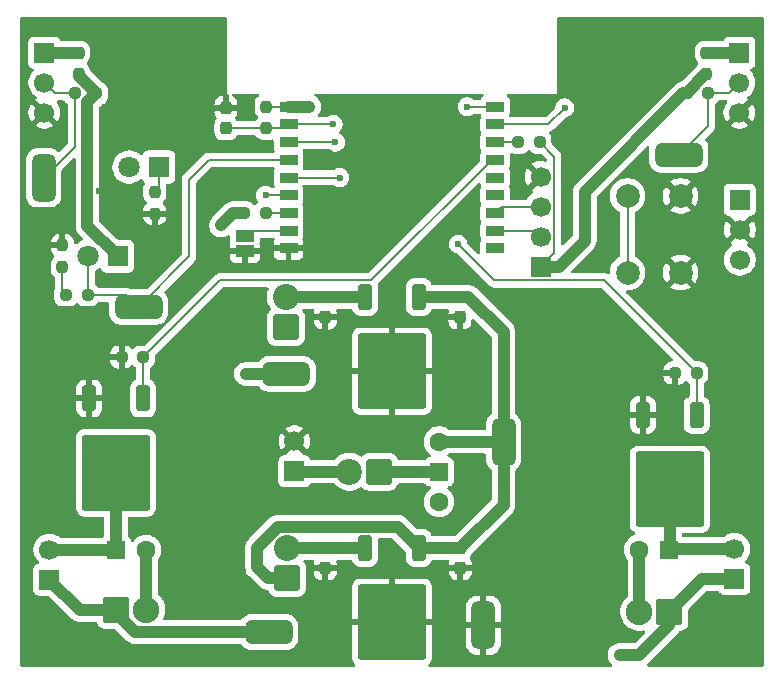
<source format=gbr>
%TF.GenerationSoftware,KiCad,Pcbnew,9.0.4*%
%TF.CreationDate,2025-09-17T16:18:14+09:00*%
%TF.ProjectId,ltr,6c74722e-6b69-4636-9164-5f7063625858,rev?*%
%TF.SameCoordinates,Original*%
%TF.FileFunction,Copper,L1,Top*%
%TF.FilePolarity,Positive*%
%FSLAX46Y46*%
G04 Gerber Fmt 4.6, Leading zero omitted, Abs format (unit mm)*
G04 Created by KiCad (PCBNEW 9.0.4) date 2025-09-17 16:18:14*
%MOMM*%
%LPD*%
G01*
G04 APERTURE LIST*
G04 Aperture macros list*
%AMRoundRect*
0 Rectangle with rounded corners*
0 $1 Rounding radius*
0 $2 $3 $4 $5 $6 $7 $8 $9 X,Y pos of 4 corners*
0 Add a 4 corners polygon primitive as box body*
4,1,4,$2,$3,$4,$5,$6,$7,$8,$9,$2,$3,0*
0 Add four circle primitives for the rounded corners*
1,1,$1+$1,$2,$3*
1,1,$1+$1,$4,$5*
1,1,$1+$1,$6,$7*
1,1,$1+$1,$8,$9*
0 Add four rect primitives between the rounded corners*
20,1,$1+$1,$2,$3,$4,$5,0*
20,1,$1+$1,$4,$5,$6,$7,0*
20,1,$1+$1,$6,$7,$8,$9,0*
20,1,$1+$1,$8,$9,$2,$3,0*%
G04 Aperture macros list end*
%TA.AperFunction,SMDPad,CuDef*%
%ADD10RoundRect,0.500000X-1.500000X0.500000X-1.500000X-0.500000X1.500000X-0.500000X1.500000X0.500000X0*%
%TD*%
%TA.AperFunction,SMDPad,CuDef*%
%ADD11RoundRect,0.500000X-0.500000X-1.500000X0.500000X-1.500000X0.500000X1.500000X-0.500000X1.500000X0*%
%TD*%
%TA.AperFunction,SMDPad,CuDef*%
%ADD12RoundRect,0.237500X-0.237500X0.300000X-0.237500X-0.300000X0.237500X-0.300000X0.237500X0.300000X0*%
%TD*%
%TA.AperFunction,ComponentPad*%
%ADD13RoundRect,0.249999X0.850001X-0.850001X0.850001X0.850001X-0.850001X0.850001X-0.850001X-0.850001X0*%
%TD*%
%TA.AperFunction,ComponentPad*%
%ADD14C,2.200000*%
%TD*%
%TA.AperFunction,SMDPad,CuDef*%
%ADD15RoundRect,0.237500X-0.237500X0.250000X-0.237500X-0.250000X0.237500X-0.250000X0.237500X0.250000X0*%
%TD*%
%TA.AperFunction,SMDPad,CuDef*%
%ADD16RoundRect,0.237500X-0.250000X-0.237500X0.250000X-0.237500X0.250000X0.237500X-0.250000X0.237500X0*%
%TD*%
%TA.AperFunction,ComponentPad*%
%ADD17R,1.700000X1.700000*%
%TD*%
%TA.AperFunction,ComponentPad*%
%ADD18C,1.700000*%
%TD*%
%TA.AperFunction,ComponentPad*%
%ADD19R,1.800000X1.800000*%
%TD*%
%TA.AperFunction,ComponentPad*%
%ADD20C,1.800000*%
%TD*%
%TA.AperFunction,SMDPad,CuDef*%
%ADD21RoundRect,0.237500X0.250000X0.237500X-0.250000X0.237500X-0.250000X-0.237500X0.250000X-0.237500X0*%
%TD*%
%TA.AperFunction,SMDPad,CuDef*%
%ADD22RoundRect,0.250000X-0.350000X0.850000X-0.350000X-0.850000X0.350000X-0.850000X0.350000X0.850000X0*%
%TD*%
%TA.AperFunction,SMDPad,CuDef*%
%ADD23RoundRect,0.249997X-2.650003X2.950003X-2.650003X-2.950003X2.650003X-2.950003X2.650003X2.950003X0*%
%TD*%
%TA.AperFunction,SMDPad,CuDef*%
%ADD24R,1.500000X0.900000*%
%TD*%
%TA.AperFunction,HeatsinkPad*%
%ADD25C,0.600000*%
%TD*%
%TA.AperFunction,HeatsinkPad*%
%ADD26R,2.900000X2.900000*%
%TD*%
%TA.AperFunction,SMDPad,CuDef*%
%ADD27RoundRect,0.237500X0.237500X-0.250000X0.237500X0.250000X-0.237500X0.250000X-0.237500X-0.250000X0*%
%TD*%
%TA.AperFunction,ComponentPad*%
%ADD28RoundRect,0.250000X-0.870000X-0.870000X0.870000X-0.870000X0.870000X0.870000X-0.870000X0.870000X0*%
%TD*%
%TA.AperFunction,ComponentPad*%
%ADD29C,2.240000*%
%TD*%
%TA.AperFunction,ComponentPad*%
%ADD30R,1.500000X1.500000*%
%TD*%
%TA.AperFunction,ComponentPad*%
%ADD31C,1.600000*%
%TD*%
%TA.AperFunction,ComponentPad*%
%ADD32RoundRect,0.249999X0.850001X0.850001X-0.850001X0.850001X-0.850001X-0.850001X0.850001X-0.850001X0*%
%TD*%
%TA.AperFunction,ComponentPad*%
%ADD33RoundRect,0.250000X0.550000X0.550000X-0.550000X0.550000X-0.550000X-0.550000X0.550000X-0.550000X0*%
%TD*%
%TA.AperFunction,ComponentPad*%
%ADD34RoundRect,0.250000X0.870000X0.870000X-0.870000X0.870000X-0.870000X-0.870000X0.870000X-0.870000X0*%
%TD*%
%TA.AperFunction,SMDPad,CuDef*%
%ADD35R,1.500000X1.000000*%
%TD*%
%TA.AperFunction,ComponentPad*%
%ADD36RoundRect,0.250000X-0.550000X-0.550000X0.550000X-0.550000X0.550000X0.550000X-0.550000X0.550000X0*%
%TD*%
%TA.AperFunction,ComponentPad*%
%ADD37C,2.000000*%
%TD*%
%TA.AperFunction,SMDPad,CuDef*%
%ADD38RoundRect,0.237500X0.237500X-0.300000X0.237500X0.300000X-0.237500X0.300000X-0.237500X-0.300000X0*%
%TD*%
%TA.AperFunction,ViaPad*%
%ADD39C,0.600000*%
%TD*%
%TA.AperFunction,Conductor*%
%ADD40C,0.200000*%
%TD*%
%TA.AperFunction,Conductor*%
%ADD41C,1.000000*%
%TD*%
G04 APERTURE END LIST*
D10*
%TO.P,J14,1,Pin_1*%
%TO.N,IO1*%
X56300000Y-12175000D03*
%TD*%
D11*
%TO.P,J13,1,Pin_1*%
%TO.N,IO0*%
X2525000Y-14125000D03*
%TD*%
D12*
%TO.P,C1,1*%
%TO.N,+9V*%
X37800000Y-45450000D03*
%TO.P,C1,2*%
%TO.N,GND*%
X37800000Y-47175000D03*
%TD*%
D13*
%TO.P,D7,1,K*%
%TO.N,+9V*%
X23100000Y-47990000D03*
D14*
%TO.P,D7,2,A*%
%TO.N,+5V*%
X23100000Y-45450000D03*
%TD*%
D12*
%TO.P,C2,1*%
%TO.N,+5V*%
X26350000Y-45450000D03*
%TO.P,C2,2*%
%TO.N,GND*%
X26350000Y-47175000D03*
%TD*%
D15*
%TO.P,R7,1*%
%TO.N,+3V3*%
X21350000Y-8100000D03*
%TO.P,R7,2*%
%TO.N,EN*%
X21350000Y-9925000D03*
%TD*%
D16*
%TO.P,R4,1*%
%TO.N,+3V3*%
X56950000Y-6950000D03*
%TO.P,R4,2*%
%TO.N,IO1*%
X58775000Y-6950000D03*
%TD*%
D10*
%TO.P,J12,1,Pin_1*%
%TO.N,+3V3*%
X23050000Y-30725000D03*
%TD*%
D17*
%TO.P,J3,1,Pin_1*%
%TO.N,+5V*%
X3000000Y-48140000D03*
D18*
%TO.P,J3,2,Pin_2*%
%TO.N,Net-(D2-K)*%
X3000000Y-45600000D03*
%TD*%
D10*
%TO.P,J10,1,Pin_1*%
%TO.N,IO5*%
X10550000Y-25050000D03*
%TD*%
D19*
%TO.P,Q3,1,C*%
%TO.N,+3V3*%
X8770000Y-20755000D03*
D20*
%TO.P,Q3,2,E*%
%TO.N,IO5*%
X6230000Y-20755000D03*
%TD*%
D15*
%TO.P,R10,1*%
%TO.N,Net-(D8-K)*%
X11925000Y-15325000D03*
%TO.P,R10,2*%
%TO.N,GND*%
X11925000Y-17150000D03*
%TD*%
D17*
%TO.P,J1,1,Pin_1*%
%TO.N,Vin_left*%
X2575000Y-3525000D03*
D18*
%TO.P,J1,2,Pin_2*%
%TO.N,IO0*%
X2575000Y-6065000D03*
%TO.P,J1,3,Pin_3*%
%TO.N,GND*%
X2575000Y-8605000D03*
%TD*%
D21*
%TO.P,R8,1*%
%TO.N,IO5*%
X6230000Y-24030000D03*
%TO.P,R8,2*%
%TO.N,Net-(R8-Pad2)*%
X4405000Y-24030000D03*
%TD*%
D22*
%TO.P,Q2,1,G*%
%TO.N,IO4*%
X57800000Y-34200000D03*
D23*
%TO.P,Q2,2,D*%
%TO.N,Net-(D4-K)*%
X55520000Y-40500000D03*
D22*
%TO.P,Q2,3,S*%
%TO.N,GND*%
X53240000Y-34200000D03*
%TD*%
D24*
%TO.P,U2,1,3V3*%
%TO.N,+3V3*%
X23250000Y-8100000D03*
%TO.P,U2,2,EN*%
%TO.N,EN*%
X23250000Y-9600000D03*
%TO.P,U2,3,IO4*%
%TO.N,IO4*%
X23250000Y-11100000D03*
%TO.P,U2,4,IO5*%
%TO.N,IO5*%
X23250000Y-12600000D03*
%TO.P,U2,5,IO6*%
%TO.N,IO6*%
X23250000Y-14100000D03*
%TO.P,U2,6,IO7*%
%TO.N,IO7*%
X23250000Y-15600000D03*
%TO.P,U2,7,IO8*%
%TO.N,IO8*%
X23250000Y-17100000D03*
%TO.P,U2,8,IO9*%
%TO.N,IO9*%
X23250000Y-18600000D03*
%TO.P,U2,9,GND*%
%TO.N,GND*%
X23250000Y-20100000D03*
%TO.P,U2,10,IO10*%
%TO.N,unconnected-(U2-IO10-Pad10)*%
X40750000Y-20100000D03*
%TO.P,U2,11,IO20/RXD*%
%TO.N,IO20{slash}RXD*%
X40750000Y-18600000D03*
%TO.P,U2,12,IO21/TXD*%
%TO.N,IO21{slash}TXD*%
X40750000Y-17100000D03*
%TO.P,U2,13,IO18*%
%TO.N,unconnected-(U2-IO18-Pad13)*%
X40750000Y-15600000D03*
%TO.P,U2,14,IO19*%
%TO.N,unconnected-(U2-IO19-Pad14)*%
X40750000Y-14100000D03*
%TO.P,U2,15,IO3*%
%TO.N,IO3*%
X40750000Y-12600000D03*
%TO.P,U2,16,IO2*%
%TO.N,IO2*%
X40750000Y-11100000D03*
%TO.P,U2,17,IO1*%
%TO.N,IO1*%
X40750000Y-9600000D03*
%TO.P,U2,18,IO0*%
%TO.N,IO0*%
X40750000Y-8100000D03*
D25*
%TO.P,U2,19,GND*%
%TO.N,GND*%
X31860000Y-13750000D03*
X31860000Y-14850000D03*
X32410000Y-13200000D03*
X32410000Y-14300000D03*
X32410000Y-15400000D03*
X32960000Y-13750000D03*
D26*
X32960000Y-14300000D03*
D25*
X32960000Y-14850000D03*
X33510000Y-13200000D03*
X33510000Y-14300000D03*
X33510000Y-15400000D03*
X34060000Y-13750000D03*
X34060000Y-14850000D03*
%TD*%
D17*
%TO.P,J4,1,Pin_1*%
%TO.N,+5V*%
X61000000Y-48090000D03*
D18*
%TO.P,J4,2,Pin_2*%
%TO.N,Net-(D4-K)*%
X61000000Y-45550000D03*
%TD*%
D22*
%TO.P,U1,1,VI*%
%TO.N,+9V*%
X34280000Y-45450000D03*
D23*
%TO.P,U1,2,GND*%
%TO.N,GND*%
X32000000Y-51750000D03*
D22*
%TO.P,U1,3,VO*%
%TO.N,+5V*%
X29720000Y-45450000D03*
%TD*%
D27*
%TO.P,R9,1*%
%TO.N,Net-(R8-Pad2)*%
X4105000Y-21667500D03*
%TO.P,R9,2*%
%TO.N,GND*%
X4105000Y-19842500D03*
%TD*%
D28*
%TO.P,D1,1,K*%
%TO.N,+5V*%
X8660000Y-50700000D03*
D29*
%TO.P,D1,2,A*%
%TO.N,Net-(D1-A)*%
X11200000Y-50700000D03*
%TD*%
D21*
%TO.P,R11,1*%
%TO.N,IO3*%
X10950000Y-29300000D03*
%TO.P,R11,2*%
%TO.N,GND*%
X9125000Y-29300000D03*
%TD*%
D30*
%TO.P,SW1,1,A*%
%TO.N,Net-(D5-K)*%
X36000000Y-39000000D03*
D31*
%TO.P,SW1,2,B*%
%TO.N,+9V*%
X36000000Y-36460000D03*
%TO.P,SW1,3,C*%
%TO.N,unconnected-(SW1-C-Pad3)*%
X36000000Y-41540000D03*
%TD*%
D17*
%TO.P,J11,1,Pin_1*%
%TO.N,IO6*%
X61450000Y-15975000D03*
D18*
%TO.P,J11,2,Pin_2*%
%TO.N,GND*%
X61450000Y-18515000D03*
%TO.P,J11,3,Pin_3*%
%TO.N,+5V*%
X61450000Y-21055000D03*
%TD*%
D21*
%TO.P,R2,1*%
%TO.N,+3V3*%
X6975000Y-6975000D03*
%TO.P,R2,2*%
%TO.N,IO0*%
X5150000Y-6975000D03*
%TD*%
D12*
%TO.P,C4,1*%
%TO.N,+9V*%
X37760000Y-24210000D03*
%TO.P,C4,2*%
%TO.N,GND*%
X37760000Y-25935000D03*
%TD*%
D11*
%TO.P,J7,1,Pin_1*%
%TO.N,GND*%
X39750000Y-52000000D03*
%TD*%
D22*
%TO.P,U3,1,VI*%
%TO.N,+9V*%
X34280000Y-24200000D03*
D23*
%TO.P,U3,2,GND*%
%TO.N,GND*%
X32000000Y-30500000D03*
D22*
%TO.P,U3,3,VO*%
%TO.N,+3V3*%
X29720000Y-24200000D03*
%TD*%
D32*
%TO.P,D5,1,K*%
%TO.N,Net-(D5-K)*%
X30930000Y-39000000D03*
D14*
%TO.P,D5,2,A*%
%TO.N,Net-(D5-A)*%
X28390000Y-39000000D03*
%TD*%
D33*
%TO.P,D4,1,K*%
%TO.N,Net-(D4-K)*%
X55500000Y-45600000D03*
D31*
%TO.P,D4,2,A*%
%TO.N,Net-(D3-A)*%
X52960000Y-45600000D03*
%TD*%
D10*
%TO.P,J9,1,Pin_1*%
%TO.N,+5V*%
X21575000Y-52575000D03*
%TD*%
D34*
%TO.P,D3,1,K*%
%TO.N,+5V*%
X55490000Y-50850000D03*
D29*
%TO.P,D3,2,A*%
%TO.N,Net-(D3-A)*%
X52950000Y-50850000D03*
%TD*%
D35*
%TO.P,JP1,1,A*%
%TO.N,GND*%
X19550000Y-20350000D03*
%TO.P,JP1,2,B*%
%TO.N,IO9*%
X19550000Y-19050000D03*
%TD*%
D27*
%TO.P,R3,1*%
%TO.N,+3V3*%
X58625000Y-5350000D03*
%TO.P,R3,2*%
%TO.N,Vin_right*%
X58625000Y-3525000D03*
%TD*%
D16*
%TO.P,R6,1*%
%TO.N,+3V3*%
X19475000Y-17100000D03*
%TO.P,R6,2*%
%TO.N,IO8*%
X21300000Y-17100000D03*
%TD*%
D12*
%TO.P,C5,1*%
%TO.N,+3V3*%
X26360000Y-24210000D03*
%TO.P,C5,2*%
%TO.N,GND*%
X26360000Y-25935000D03*
%TD*%
D36*
%TO.P,D2,1,K*%
%TO.N,Net-(D2-K)*%
X8650000Y-45650000D03*
D31*
%TO.P,D2,2,A*%
%TO.N,Net-(D1-A)*%
X11190000Y-45650000D03*
%TD*%
D27*
%TO.P,R1,1*%
%TO.N,+3V3*%
X5475000Y-5350000D03*
%TO.P,R1,2*%
%TO.N,Vin_left*%
X5475000Y-3525000D03*
%TD*%
D19*
%TO.P,D8,1,K*%
%TO.N,Net-(D8-K)*%
X12275000Y-13205000D03*
D20*
%TO.P,D8,2,A*%
%TO.N,IO7*%
X9735000Y-13205000D03*
%TD*%
D37*
%TO.P,SW2,1,1*%
%TO.N,EN*%
X51950000Y-22150000D03*
X51950000Y-15650000D03*
%TO.P,SW2,2,2*%
%TO.N,GND*%
X56450000Y-22150000D03*
X56450000Y-15650000D03*
%TD*%
D17*
%TO.P,J5,1,Pin_1*%
%TO.N,Net-(D5-A)*%
X23750000Y-38975000D03*
D18*
%TO.P,J5,2,Pin_2*%
%TO.N,GND*%
X23750000Y-36435000D03*
%TD*%
D11*
%TO.P,J8,1,Pin_1*%
%TO.N,+9V*%
X41450000Y-36475000D03*
%TD*%
D21*
%TO.P,R12,1*%
%TO.N,IO4*%
X57800000Y-30650000D03*
%TO.P,R12,2*%
%TO.N,GND*%
X55975000Y-30650000D03*
%TD*%
D13*
%TO.P,D6,1,K*%
%TO.N,+9V*%
X23025000Y-26765000D03*
D14*
%TO.P,D6,2,A*%
%TO.N,+3V3*%
X23025000Y-24225000D03*
%TD*%
D22*
%TO.P,Q1,1,G*%
%TO.N,IO3*%
X10930000Y-32800000D03*
D23*
%TO.P,Q1,2,D*%
%TO.N,Net-(D2-K)*%
X8650000Y-39100000D03*
D22*
%TO.P,Q1,3,S*%
%TO.N,GND*%
X6370000Y-32800000D03*
%TD*%
D17*
%TO.P,J6,1,Pin_1*%
%TO.N,+3V3*%
X44600000Y-21660000D03*
D18*
%TO.P,J6,2,Pin_2*%
%TO.N,IO20{slash}RXD*%
X44600000Y-19120000D03*
%TO.P,J6,3,Pin_3*%
%TO.N,IO21{slash}TXD*%
X44600000Y-16580000D03*
%TO.P,J6,4,Pin_4*%
%TO.N,GND*%
X44600000Y-14040000D03*
%TD*%
D38*
%TO.P,C3,1*%
%TO.N,EN*%
X17950000Y-9925000D03*
%TO.P,C3,2*%
%TO.N,GND*%
X17950000Y-8200000D03*
%TD*%
D21*
%TO.P,R5,1*%
%TO.N,+3V3*%
X44525000Y-11100000D03*
%TO.P,R5,2*%
%TO.N,IO2*%
X42700000Y-11100000D03*
%TD*%
D17*
%TO.P,J2,1,Pin_1*%
%TO.N,Vin_right*%
X61425000Y-3525000D03*
D18*
%TO.P,J2,2,Pin_2*%
%TO.N,IO1*%
X61425000Y-6065000D03*
%TO.P,J2,3,Pin_3*%
%TO.N,GND*%
X61425000Y-8605000D03*
%TD*%
D39*
%TO.N,+5V*%
X51275000Y-54525000D03*
X18925000Y-52575000D03*
%TO.N,+9V*%
X41450000Y-27175000D03*
%TO.N,EN*%
X27025000Y-9600000D03*
%TO.N,GND*%
X62975000Y-12700000D03*
X43900000Y-48725000D03*
X47900000Y-43525000D03*
X37775000Y-49650000D03*
X37725000Y-52850000D03*
X16250000Y-9125000D03*
X47950000Y-48975000D03*
X47975000Y-51450000D03*
X7225000Y-15275000D03*
X32000000Y-51750000D03*
X43900000Y-46075000D03*
X37825000Y-28175000D03*
X31875000Y-24175000D03*
X43900000Y-51425000D03*
X15800000Y-17075000D03*
X4350000Y-15250000D03*
X26350000Y-52825000D03*
X19100000Y-21775000D03*
X47950000Y-46075000D03*
X37775000Y-32125000D03*
X26250000Y-32975000D03*
X32000000Y-30500000D03*
X8700000Y-32825000D03*
X875000Y-10850000D03*
X55525000Y-34275000D03*
X26400000Y-49600000D03*
X32025000Y-45725000D03*
X50425000Y-11275000D03*
X26200000Y-28550000D03*
X43950000Y-43525000D03*
X15100000Y-23150000D03*
%TO.N,+3V3*%
X19625000Y-30725000D03*
X25000000Y-8100000D03*
X17525000Y-18150000D03*
%TO.N,IO7*%
X21300000Y-15600000D03*
%TO.N,IO0*%
X38375000Y-8100000D03*
%TO.N,IO1*%
X46625000Y-8200000D03*
%TO.N,IO6*%
X27600000Y-14100000D03*
%TO.N,IO4*%
X37600000Y-19725000D03*
X27225000Y-11100000D03*
%TD*%
D40*
%TO.N,IO1*%
X58775000Y-6950000D02*
X58775000Y-9700000D01*
X58775000Y-9700000D02*
X56300000Y-12175000D01*
%TO.N,IO0*%
X5150000Y-6975000D02*
X5150000Y-11500000D01*
X5150000Y-11500000D02*
X2525000Y-14125000D01*
D41*
%TO.N,+3V3*%
X48325000Y-15300000D02*
X48325000Y-19450000D01*
X56675000Y-6950000D02*
X48325000Y-15300000D01*
X56950000Y-6950000D02*
X56675000Y-6950000D01*
X48325000Y-19450000D02*
X46115000Y-21660000D01*
X46115000Y-21660000D02*
X44600000Y-21660000D01*
X6975000Y-6975000D02*
X6224000Y-7726000D01*
X6224000Y-7726000D02*
X6224000Y-18209000D01*
X6224000Y-18209000D02*
X8770000Y-20755000D01*
X5475000Y-5350000D02*
X5475000Y-5475000D01*
X5475000Y-5475000D02*
X6975000Y-6975000D01*
%TO.N,Vin_left*%
X2575000Y-3525000D02*
X5475000Y-3525000D01*
%TO.N,+3V3*%
X58625000Y-5350000D02*
X58550000Y-5350000D01*
X58550000Y-5350000D02*
X56950000Y-6950000D01*
%TO.N,Vin_right*%
X58625000Y-3525000D02*
X61425000Y-3525000D01*
%TO.N,Net-(D1-A)*%
X11200000Y-45660000D02*
X11190000Y-45650000D01*
X11200000Y-50700000D02*
X11200000Y-45660000D01*
%TO.N,+5V*%
X10225000Y-52575000D02*
X18925000Y-52575000D01*
X58250000Y-48090000D02*
X55490000Y-50850000D01*
X55490000Y-51970000D02*
X52935000Y-54525000D01*
X61000000Y-48090000D02*
X58250000Y-48090000D01*
X55490000Y-50850000D02*
X55490000Y-51970000D01*
X52935000Y-54525000D02*
X51275000Y-54525000D01*
X5560000Y-50700000D02*
X3000000Y-48140000D01*
X8660000Y-51010000D02*
X10225000Y-52575000D01*
X29720000Y-45450000D02*
X26350000Y-45450000D01*
X18925000Y-52575000D02*
X21575000Y-52575000D01*
X26350000Y-45450000D02*
X23100000Y-45450000D01*
X8660000Y-50700000D02*
X5560000Y-50700000D01*
X8660000Y-50700000D02*
X8660000Y-51010000D01*
%TO.N,Net-(D2-K)*%
X8600000Y-45600000D02*
X8650000Y-45650000D01*
X8650000Y-39100000D02*
X8650000Y-45650000D01*
X3000000Y-45600000D02*
X8600000Y-45600000D01*
%TO.N,+9V*%
X37760000Y-24210000D02*
X38485000Y-24210000D01*
X22354001Y-43649000D02*
X20575000Y-45428001D01*
X36000000Y-36460000D02*
X41435000Y-36460000D01*
X20575000Y-45428001D02*
X20575000Y-47075000D01*
X37760000Y-24210000D02*
X34290000Y-24210000D01*
X20575000Y-47075000D02*
X21490000Y-47990000D01*
X34280000Y-45450000D02*
X37800000Y-45450000D01*
X38485000Y-24210000D02*
X41450000Y-27175000D01*
X41450000Y-36475000D02*
X41450000Y-41800000D01*
X34290000Y-24210000D02*
X34280000Y-24200000D01*
X41450000Y-41800000D02*
X37800000Y-45450000D01*
X41435000Y-36460000D02*
X41450000Y-36475000D01*
X34280000Y-45450000D02*
X32479000Y-43649000D01*
X32479000Y-43649000D02*
X22354001Y-43649000D01*
X21490000Y-47990000D02*
X23100000Y-47990000D01*
X41450000Y-27175000D02*
X41450000Y-36475000D01*
D40*
%TO.N,EN*%
X21350000Y-9925000D02*
X22925000Y-9925000D01*
X51950000Y-15650000D02*
X51950000Y-22150000D01*
X17950000Y-9925000D02*
X21350000Y-9925000D01*
X22925000Y-9925000D02*
X23250000Y-9600000D01*
X23250000Y-9600000D02*
X27025000Y-9600000D01*
%TO.N,GND*%
X17950000Y-8200000D02*
X17175000Y-8200000D01*
X17175000Y-8200000D02*
X16250000Y-9125000D01*
D41*
%TO.N,Net-(D3-A)*%
X52950000Y-50850000D02*
X52950000Y-45610000D01*
X52950000Y-45610000D02*
X52960000Y-45600000D01*
%TO.N,Net-(D4-K)*%
X61000000Y-45550000D02*
X55550000Y-45550000D01*
X55520000Y-45580000D02*
X55500000Y-45600000D01*
X55520000Y-40500000D02*
X55520000Y-45580000D01*
X55550000Y-45550000D02*
X55500000Y-45600000D01*
%TO.N,Net-(D5-K)*%
X36000000Y-39000000D02*
X30930000Y-39000000D01*
%TO.N,Net-(D5-A)*%
X23775000Y-39000000D02*
X23750000Y-38975000D01*
X28390000Y-39000000D02*
X23775000Y-39000000D01*
%TO.N,+3V3*%
X25000000Y-8100000D02*
X23250000Y-8100000D01*
D40*
X45751000Y-12326000D02*
X45751000Y-20509000D01*
D41*
X26360000Y-24210000D02*
X23040000Y-24210000D01*
X18575000Y-17100000D02*
X19475000Y-17100000D01*
X23050000Y-30725000D02*
X19625000Y-30725000D01*
X23025000Y-30700000D02*
X23050000Y-30725000D01*
D40*
X44525000Y-11100000D02*
X45751000Y-12326000D01*
D41*
X29720000Y-24200000D02*
X26370000Y-24200000D01*
D40*
X45751000Y-20509000D02*
X44600000Y-21660000D01*
D41*
X23040000Y-24210000D02*
X23025000Y-24225000D01*
X26345000Y-24225000D02*
X26360000Y-24210000D01*
X17525000Y-18150000D02*
X18575000Y-17100000D01*
X26370000Y-24200000D02*
X26360000Y-24210000D01*
D40*
X21350000Y-8100000D02*
X23250000Y-8100000D01*
%TO.N,IO7*%
X21300000Y-15600000D02*
X23250000Y-15600000D01*
%TO.N,Net-(D8-K)*%
X12275000Y-14975000D02*
X11925000Y-15325000D01*
X12275000Y-13205000D02*
X12275000Y-14975000D01*
%TO.N,IO0*%
X2575000Y-6065000D02*
X3485000Y-6975000D01*
X38375000Y-8100000D02*
X40750000Y-8100000D01*
X3485000Y-6975000D02*
X5150000Y-6975000D01*
%TO.N,IO1*%
X61425000Y-6065000D02*
X60540000Y-6950000D01*
X46625000Y-8200000D02*
X45225000Y-9600000D01*
X60540000Y-6950000D02*
X58775000Y-6950000D01*
X45225000Y-9600000D02*
X40750000Y-9600000D01*
%TO.N,IO20{slash}RXD*%
X40750000Y-18600000D02*
X44080000Y-18600000D01*
X44080000Y-18600000D02*
X44600000Y-19120000D01*
%TO.N,IO21{slash}TXD*%
X41270000Y-16580000D02*
X40750000Y-17100000D01*
X44600000Y-16580000D02*
X41270000Y-16580000D01*
%TO.N,IO5*%
X9530000Y-24030000D02*
X10550000Y-25050000D01*
X16500000Y-12600000D02*
X23250000Y-12600000D01*
X14825000Y-14275000D02*
X16500000Y-12600000D01*
X6230000Y-24030000D02*
X6230000Y-20755000D01*
X10550000Y-25050000D02*
X14850000Y-20750000D01*
X14850000Y-20750000D02*
X14850000Y-14300000D01*
X14850000Y-14300000D02*
X14825000Y-14275000D01*
X6230000Y-24030000D02*
X9530000Y-24030000D01*
%TO.N,IO6*%
X27600000Y-14100000D02*
X23250000Y-14100000D01*
%TO.N,IO9*%
X23250000Y-18600000D02*
X20000000Y-18600000D01*
X20000000Y-18600000D02*
X19550000Y-19050000D01*
%TO.N,IO3*%
X40450000Y-12600000D02*
X40750000Y-12600000D01*
X10930000Y-32800000D02*
X10930000Y-29320000D01*
X17451000Y-22799000D02*
X30251000Y-22799000D01*
X10950000Y-29300000D02*
X17451000Y-22799000D01*
X10930000Y-29320000D02*
X10950000Y-29300000D01*
X30251000Y-22799000D02*
X40450000Y-12600000D01*
%TO.N,IO4*%
X40686000Y-22811000D02*
X37600000Y-19725000D01*
X57800000Y-34200000D02*
X57800000Y-30650000D01*
X27225000Y-11100000D02*
X23250000Y-11100000D01*
X57800000Y-30650000D02*
X49961000Y-22811000D01*
X49961000Y-22811000D02*
X40686000Y-22811000D01*
%TO.N,IO2*%
X42700000Y-11100000D02*
X40750000Y-11100000D01*
%TO.N,IO8*%
X21300000Y-17100000D02*
X23250000Y-17100000D01*
%TO.N,Net-(R8-Pad2)*%
X4105000Y-23730000D02*
X4405000Y-24030000D01*
X4105000Y-21667500D02*
X4105000Y-23730000D01*
%TD*%
%TA.AperFunction,Conductor*%
%TO.N,GND*%
G36*
X17943039Y-520185D02*
G01*
X17988794Y-572989D01*
X18000000Y-624500D01*
X18000000Y-7000000D01*
X18076000Y-7000000D01*
X18143039Y-7019685D01*
X18188794Y-7072489D01*
X18200000Y-7124000D01*
X18200000Y-7950000D01*
X18924999Y-7950000D01*
X18924999Y-7850860D01*
X18924998Y-7850845D01*
X18914680Y-7749847D01*
X18860453Y-7586199D01*
X18860448Y-7586188D01*
X18769947Y-7439465D01*
X18769944Y-7439461D01*
X18648038Y-7317555D01*
X18648034Y-7317552D01*
X18505342Y-7229538D01*
X18458617Y-7177590D01*
X18447396Y-7108628D01*
X18475239Y-7044546D01*
X18533308Y-7005690D01*
X18570439Y-7000000D01*
X20647547Y-7000000D01*
X20714586Y-7019685D01*
X20760341Y-7072489D01*
X20770285Y-7141647D01*
X20741260Y-7205203D01*
X20712645Y-7229537D01*
X20673222Y-7253854D01*
X20651648Y-7267161D01*
X20529661Y-7389148D01*
X20439093Y-7535981D01*
X20439091Y-7535986D01*
X20421249Y-7589830D01*
X20384826Y-7699747D01*
X20384826Y-7699748D01*
X20384825Y-7699748D01*
X20374500Y-7800815D01*
X20374500Y-8399169D01*
X20374501Y-8399187D01*
X20384825Y-8500252D01*
X20439092Y-8664015D01*
X20439093Y-8664018D01*
X20461608Y-8700520D01*
X20528759Y-8809390D01*
X20529661Y-8810851D01*
X20643629Y-8924819D01*
X20645878Y-8928938D01*
X20649822Y-8931484D01*
X20662466Y-8959316D01*
X20677114Y-8986142D01*
X20676779Y-8990822D01*
X20678721Y-8995097D01*
X20674310Y-9025347D01*
X20672130Y-9055834D01*
X20669129Y-9060879D01*
X20668640Y-9064236D01*
X20658273Y-9079134D01*
X20649499Y-9093889D01*
X20646674Y-9097135D01*
X20529660Y-9214150D01*
X20492600Y-9274232D01*
X20485940Y-9281889D01*
X20464714Y-9295470D01*
X20445980Y-9312321D01*
X20434191Y-9314999D01*
X20427087Y-9319546D01*
X20414299Y-9319520D01*
X20392389Y-9324500D01*
X18938452Y-9324500D01*
X18871413Y-9304815D01*
X18832914Y-9265597D01*
X18770342Y-9164153D01*
X18770339Y-9164149D01*
X18756017Y-9149827D01*
X18722532Y-9088504D01*
X18727516Y-9018812D01*
X18756021Y-8974460D01*
X18769947Y-8960535D01*
X18860448Y-8813811D01*
X18860453Y-8813800D01*
X18914680Y-8650152D01*
X18924999Y-8549154D01*
X18925000Y-8549141D01*
X18925000Y-8450000D01*
X16975001Y-8450000D01*
X16975001Y-8549154D01*
X16985319Y-8650152D01*
X17039546Y-8813800D01*
X17039551Y-8813811D01*
X17130052Y-8960534D01*
X17130055Y-8960538D01*
X17143982Y-8974465D01*
X17177467Y-9035788D01*
X17172483Y-9105480D01*
X17143984Y-9149825D01*
X17129661Y-9164148D01*
X17039093Y-9310981D01*
X17039091Y-9310986D01*
X17036263Y-9319520D01*
X16984826Y-9474747D01*
X16984826Y-9474748D01*
X16984825Y-9474748D01*
X16974500Y-9575815D01*
X16974500Y-10274169D01*
X16974501Y-10274187D01*
X16984825Y-10375252D01*
X16999266Y-10418831D01*
X17039092Y-10539016D01*
X17129660Y-10685850D01*
X17251650Y-10807840D01*
X17398484Y-10898408D01*
X17562247Y-10952674D01*
X17663323Y-10963000D01*
X18236676Y-10962999D01*
X18236684Y-10962998D01*
X18236687Y-10962998D01*
X18292030Y-10957344D01*
X18337753Y-10952674D01*
X18501516Y-10898408D01*
X18648350Y-10807840D01*
X18770340Y-10685850D01*
X18791037Y-10652294D01*
X18832914Y-10584403D01*
X18884862Y-10537678D01*
X18938452Y-10525500D01*
X20392389Y-10525500D01*
X20459428Y-10545185D01*
X20497928Y-10584404D01*
X20508864Y-10602135D01*
X20529660Y-10635850D01*
X20651650Y-10757840D01*
X20798484Y-10848408D01*
X20962247Y-10902674D01*
X21063323Y-10913000D01*
X21636676Y-10912999D01*
X21636684Y-10912998D01*
X21636687Y-10912998D01*
X21692030Y-10907344D01*
X21737753Y-10902674D01*
X21836498Y-10869952D01*
X21906323Y-10867551D01*
X21966366Y-10903282D01*
X21997559Y-10965802D01*
X21999500Y-10987659D01*
X21999500Y-11597870D01*
X21999501Y-11597876D01*
X22005908Y-11657483D01*
X22056809Y-11793956D01*
X22057276Y-11794457D01*
X22057538Y-11795911D01*
X22059303Y-11800641D01*
X22058451Y-11800958D01*
X22063115Y-11826759D01*
X22070095Y-11858853D01*
X22069427Y-11861678D01*
X22069705Y-11863212D01*
X22067096Y-11871550D01*
X22060989Y-11897413D01*
X22057413Y-11906053D01*
X22056204Y-11907669D01*
X22051261Y-11920921D01*
X22050437Y-11922913D01*
X22029841Y-11948488D01*
X22010171Y-11974766D01*
X22008040Y-11975560D01*
X22006615Y-11977331D01*
X21975479Y-11987705D01*
X21944707Y-11999184D01*
X21940592Y-11999330D01*
X21940328Y-11999419D01*
X21940057Y-11999350D01*
X21935859Y-11999500D01*
X16586670Y-11999500D01*
X16586654Y-11999499D01*
X16579058Y-11999499D01*
X16420943Y-11999499D01*
X16344579Y-12019961D01*
X16268214Y-12040423D01*
X16268209Y-12040426D01*
X16131290Y-12119475D01*
X16131282Y-12119481D01*
X14456284Y-13794481D01*
X14344483Y-13906281D01*
X14344481Y-13906284D01*
X14265423Y-14043214D01*
X14265423Y-14043215D01*
X14224499Y-14195943D01*
X14224499Y-14354057D01*
X14237563Y-14402812D01*
X14245275Y-14431592D01*
X14249500Y-14463686D01*
X14249500Y-20449902D01*
X14229815Y-20516941D01*
X14213181Y-20537583D01*
X11237583Y-23513181D01*
X11176260Y-23546666D01*
X11149902Y-23549500D01*
X9931976Y-23549500D01*
X9916488Y-23545350D01*
X9902742Y-23546005D01*
X9869976Y-23532887D01*
X9809922Y-23498215D01*
X9761785Y-23470423D01*
X9609057Y-23429499D01*
X9450943Y-23429499D01*
X9443347Y-23429499D01*
X9443331Y-23429500D01*
X7192401Y-23429500D01*
X7125362Y-23409815D01*
X7086862Y-23370596D01*
X7062840Y-23331650D01*
X6940849Y-23209659D01*
X6889402Y-23177926D01*
X6842678Y-23125978D01*
X6830500Y-23072388D01*
X6830500Y-22096835D01*
X6850185Y-22029796D01*
X6898206Y-21986350D01*
X6898547Y-21986175D01*
X6964022Y-21952815D01*
X7142365Y-21823242D01*
X7192536Y-21773070D01*
X7253857Y-21739586D01*
X7323548Y-21744570D01*
X7379482Y-21786441D01*
X7396398Y-21817419D01*
X7426202Y-21897328D01*
X7426206Y-21897335D01*
X7512452Y-22012544D01*
X7512455Y-22012547D01*
X7627664Y-22098793D01*
X7627671Y-22098797D01*
X7762517Y-22149091D01*
X7762516Y-22149091D01*
X7769444Y-22149835D01*
X7822127Y-22155500D01*
X9717872Y-22155499D01*
X9777483Y-22149091D01*
X9912331Y-22098796D01*
X10027546Y-22012546D01*
X10113796Y-21897331D01*
X10164091Y-21762483D01*
X10170500Y-21702873D01*
X10170499Y-19807128D01*
X10164091Y-19747517D01*
X10162267Y-19742627D01*
X10113797Y-19612671D01*
X10113793Y-19612664D01*
X10027547Y-19497455D01*
X10027544Y-19497452D01*
X9912335Y-19411206D01*
X9912328Y-19411202D01*
X9777482Y-19360908D01*
X9777483Y-19360908D01*
X9717883Y-19354501D01*
X9717881Y-19354500D01*
X9717873Y-19354500D01*
X9717865Y-19354500D01*
X8835783Y-19354500D01*
X8768744Y-19334815D01*
X8748102Y-19318181D01*
X7260819Y-17830898D01*
X7227334Y-17769575D01*
X7224500Y-17743217D01*
X7224500Y-17449144D01*
X10950001Y-17449144D01*
X10960319Y-17550152D01*
X11014546Y-17713800D01*
X11014551Y-17713811D01*
X11105052Y-17860534D01*
X11105055Y-17860538D01*
X11226961Y-17982444D01*
X11226965Y-17982447D01*
X11373688Y-18072948D01*
X11373699Y-18072953D01*
X11537347Y-18127180D01*
X11638352Y-18137499D01*
X11675000Y-18137499D01*
X12175000Y-18137499D01*
X12211640Y-18137499D01*
X12211654Y-18137498D01*
X12312652Y-18127180D01*
X12476300Y-18072953D01*
X12476311Y-18072948D01*
X12623034Y-17982447D01*
X12623038Y-17982444D01*
X12744944Y-17860538D01*
X12744947Y-17860534D01*
X12835448Y-17713811D01*
X12835453Y-17713800D01*
X12889680Y-17550152D01*
X12900000Y-17449144D01*
X12900000Y-17400000D01*
X12175000Y-17400000D01*
X12175000Y-18137499D01*
X11675000Y-18137499D01*
X11675000Y-17400000D01*
X10950001Y-17400000D01*
X10950001Y-17449144D01*
X7224500Y-17449144D01*
X7224500Y-13094778D01*
X8334500Y-13094778D01*
X8334500Y-13315222D01*
X8342627Y-13366532D01*
X8368985Y-13532952D01*
X8437103Y-13742603D01*
X8437104Y-13742606D01*
X8500232Y-13866498D01*
X8534500Y-13933753D01*
X8537187Y-13939025D01*
X8666752Y-14117358D01*
X8666756Y-14117363D01*
X8822636Y-14273243D01*
X8822641Y-14273247D01*
X8924164Y-14347007D01*
X9000978Y-14402815D01*
X9120443Y-14463686D01*
X9197393Y-14502895D01*
X9197396Y-14502896D01*
X9258844Y-14522861D01*
X9407049Y-14571015D01*
X9624778Y-14605500D01*
X9624779Y-14605500D01*
X9845221Y-14605500D01*
X9845222Y-14605500D01*
X10062951Y-14571015D01*
X10272606Y-14502895D01*
X10469022Y-14402815D01*
X10647365Y-14273242D01*
X10697536Y-14223070D01*
X10758857Y-14189586D01*
X10828548Y-14194570D01*
X10884482Y-14236441D01*
X10901398Y-14267419D01*
X10931202Y-14347328D01*
X10931206Y-14347335D01*
X11017452Y-14462544D01*
X11017453Y-14462544D01*
X11017454Y-14462546D01*
X11046740Y-14484470D01*
X11050366Y-14487184D01*
X11092236Y-14543118D01*
X11097220Y-14612810D01*
X11081593Y-14651546D01*
X11014095Y-14760977D01*
X11014091Y-14760986D01*
X10959825Y-14924748D01*
X10949500Y-15025815D01*
X10949500Y-15624169D01*
X10949501Y-15624187D01*
X10959825Y-15725252D01*
X10974023Y-15768097D01*
X11014092Y-15889016D01*
X11083391Y-16001368D01*
X11104661Y-16035851D01*
X11218982Y-16150172D01*
X11252467Y-16211495D01*
X11247483Y-16281187D01*
X11218983Y-16325534D01*
X11105052Y-16439465D01*
X11014551Y-16586188D01*
X11014546Y-16586199D01*
X10960319Y-16749847D01*
X10950000Y-16850845D01*
X10950000Y-16900000D01*
X12899999Y-16900000D01*
X12899999Y-16850860D01*
X12899998Y-16850845D01*
X12889680Y-16749847D01*
X12835453Y-16586199D01*
X12835448Y-16586188D01*
X12744947Y-16439465D01*
X12744944Y-16439461D01*
X12631017Y-16325534D01*
X12597532Y-16264211D01*
X12602516Y-16194519D01*
X12631013Y-16150176D01*
X12745340Y-16035850D01*
X12835908Y-15889016D01*
X12890174Y-15725253D01*
X12900500Y-15624177D01*
X12900499Y-15025824D01*
X12899650Y-15017517D01*
X12890174Y-14924746D01*
X12890173Y-14924744D01*
X12881794Y-14899457D01*
X12881343Y-14896664D01*
X12880523Y-14895388D01*
X12875500Y-14860453D01*
X12875500Y-14729499D01*
X12895185Y-14662460D01*
X12947989Y-14616705D01*
X12999500Y-14605499D01*
X13222871Y-14605499D01*
X13222872Y-14605499D01*
X13282483Y-14599091D01*
X13417331Y-14548796D01*
X13532546Y-14462546D01*
X13618796Y-14347331D01*
X13669091Y-14212483D01*
X13675500Y-14152873D01*
X13675499Y-12257128D01*
X13669091Y-12197517D01*
X13648601Y-12142581D01*
X13618797Y-12062671D01*
X13618793Y-12062664D01*
X13532547Y-11947455D01*
X13532544Y-11947452D01*
X13417335Y-11861206D01*
X13417328Y-11861202D01*
X13282482Y-11810908D01*
X13282483Y-11810908D01*
X13222883Y-11804501D01*
X13222881Y-11804500D01*
X13222873Y-11804500D01*
X13222864Y-11804500D01*
X11327129Y-11804500D01*
X11327123Y-11804501D01*
X11267516Y-11810908D01*
X11132671Y-11861202D01*
X11132664Y-11861206D01*
X11017455Y-11947452D01*
X11017452Y-11947455D01*
X10931206Y-12062664D01*
X10931203Y-12062669D01*
X10901398Y-12142581D01*
X10859526Y-12198514D01*
X10794062Y-12222931D01*
X10725789Y-12208079D01*
X10697535Y-12186928D01*
X10647363Y-12136756D01*
X10647358Y-12136752D01*
X10469025Y-12007187D01*
X10469024Y-12007186D01*
X10469022Y-12007185D01*
X10371087Y-11957284D01*
X10272606Y-11907104D01*
X10272603Y-11907103D01*
X10062952Y-11838985D01*
X9954086Y-11821742D01*
X9845222Y-11804500D01*
X9624778Y-11804500D01*
X9552201Y-11815995D01*
X9407047Y-11838985D01*
X9197396Y-11907103D01*
X9197393Y-11907104D01*
X9000974Y-12007187D01*
X8822641Y-12136752D01*
X8822636Y-12136756D01*
X8666756Y-12292636D01*
X8666752Y-12292641D01*
X8537187Y-12470974D01*
X8437104Y-12667393D01*
X8437103Y-12667396D01*
X8368985Y-12877047D01*
X8361433Y-12924728D01*
X8334500Y-13094778D01*
X7224500Y-13094778D01*
X7224500Y-8191782D01*
X7233144Y-8162341D01*
X7239668Y-8132355D01*
X7243422Y-8127339D01*
X7244185Y-8124743D01*
X7260813Y-8104106D01*
X7428497Y-7936422D01*
X7477167Y-7906402D01*
X7539016Y-7885908D01*
X7595862Y-7850845D01*
X16975000Y-7850845D01*
X16975000Y-7950000D01*
X17700000Y-7950000D01*
X17700000Y-7162500D01*
X17663361Y-7162500D01*
X17663343Y-7162501D01*
X17562347Y-7172819D01*
X17398699Y-7227046D01*
X17398688Y-7227051D01*
X17251965Y-7317552D01*
X17251961Y-7317555D01*
X17130055Y-7439461D01*
X17130052Y-7439465D01*
X17039551Y-7586188D01*
X17039546Y-7586199D01*
X16985319Y-7749847D01*
X16975000Y-7850845D01*
X7595862Y-7850845D01*
X7685850Y-7795340D01*
X7807840Y-7673350D01*
X7898408Y-7526516D01*
X7952674Y-7362753D01*
X7963000Y-7261677D01*
X7962999Y-7148596D01*
X7965382Y-7124402D01*
X7971210Y-7095109D01*
X7975500Y-7073541D01*
X7975500Y-6876460D01*
X7975500Y-6876457D01*
X7965382Y-6825594D01*
X7962999Y-6801402D01*
X7962999Y-6688330D01*
X7962998Y-6688313D01*
X7952674Y-6587247D01*
X7951403Y-6583412D01*
X7898408Y-6423484D01*
X7807840Y-6276650D01*
X7685850Y-6154660D01*
X7539016Y-6064092D01*
X7539014Y-6064091D01*
X7539012Y-6064090D01*
X7539013Y-6064090D01*
X7477168Y-6043596D01*
X7428493Y-6013572D01*
X6479958Y-5065038D01*
X6446473Y-5003715D01*
X6444281Y-4989957D01*
X6440174Y-4949747D01*
X6426897Y-4909681D01*
X6385908Y-4785984D01*
X6295340Y-4639150D01*
X6181371Y-4525181D01*
X6147886Y-4463858D01*
X6152870Y-4394166D01*
X6181371Y-4349819D01*
X6295340Y-4235850D01*
X6385908Y-4089016D01*
X6440174Y-3925253D01*
X6450500Y-3824177D01*
X6450499Y-3761434D01*
X6452882Y-3737241D01*
X6475500Y-3623542D01*
X6475500Y-3426456D01*
X6452882Y-3312752D01*
X6450499Y-3288560D01*
X6450499Y-3225830D01*
X6450498Y-3225813D01*
X6440174Y-3124747D01*
X6385908Y-2960984D01*
X6295340Y-2814150D01*
X6173350Y-2692160D01*
X6067918Y-2627129D01*
X6026518Y-2601593D01*
X6026513Y-2601591D01*
X6025069Y-2601112D01*
X5862753Y-2547326D01*
X5862751Y-2547325D01*
X5761684Y-2537000D01*
X5761677Y-2537000D01*
X5648594Y-2537000D01*
X5624403Y-2534617D01*
X5601779Y-2530117D01*
X5573542Y-2524500D01*
X5573541Y-2524500D01*
X3989141Y-2524500D01*
X3922102Y-2504815D01*
X3876347Y-2452011D01*
X3872969Y-2443859D01*
X3868796Y-2432669D01*
X3868793Y-2432665D01*
X3868793Y-2432664D01*
X3782547Y-2317455D01*
X3782544Y-2317452D01*
X3667335Y-2231206D01*
X3667328Y-2231202D01*
X3532482Y-2180908D01*
X3532483Y-2180908D01*
X3472883Y-2174501D01*
X3472881Y-2174500D01*
X3472873Y-2174500D01*
X3472864Y-2174500D01*
X1677129Y-2174500D01*
X1677123Y-2174501D01*
X1617516Y-2180908D01*
X1482671Y-2231202D01*
X1482664Y-2231206D01*
X1367455Y-2317452D01*
X1367452Y-2317455D01*
X1281206Y-2432664D01*
X1281202Y-2432671D01*
X1230908Y-2567517D01*
X1227245Y-2601592D01*
X1224501Y-2627123D01*
X1224500Y-2627135D01*
X1224500Y-4422870D01*
X1224501Y-4422876D01*
X1230908Y-4482483D01*
X1281202Y-4617328D01*
X1281206Y-4617335D01*
X1367452Y-4732544D01*
X1367455Y-4732547D01*
X1482664Y-4818793D01*
X1482671Y-4818797D01*
X1614082Y-4867810D01*
X1670016Y-4909681D01*
X1694433Y-4975145D01*
X1679582Y-5043418D01*
X1658431Y-5071673D01*
X1544889Y-5185215D01*
X1419951Y-5357179D01*
X1323444Y-5546585D01*
X1257753Y-5748760D01*
X1224500Y-5958713D01*
X1224500Y-6171286D01*
X1257753Y-6381239D01*
X1323444Y-6583414D01*
X1419951Y-6772820D01*
X1544890Y-6944786D01*
X1695213Y-7095109D01*
X1867179Y-7220048D01*
X1867181Y-7220049D01*
X1867184Y-7220051D01*
X1876493Y-7224794D01*
X1927290Y-7272766D01*
X1944087Y-7340587D01*
X1921552Y-7406722D01*
X1876505Y-7445760D01*
X1867446Y-7450376D01*
X1867440Y-7450380D01*
X1813282Y-7489727D01*
X1813282Y-7489728D01*
X2445591Y-8122037D01*
X2382007Y-8139075D01*
X2267993Y-8204901D01*
X2174901Y-8297993D01*
X2109075Y-8412007D01*
X2092037Y-8475591D01*
X1459728Y-7843282D01*
X1459727Y-7843282D01*
X1420380Y-7897439D01*
X1323904Y-8086782D01*
X1258242Y-8288869D01*
X1258242Y-8288872D01*
X1225000Y-8498753D01*
X1225000Y-8711246D01*
X1258242Y-8921127D01*
X1258242Y-8921130D01*
X1323904Y-9123217D01*
X1420375Y-9312550D01*
X1459728Y-9366716D01*
X2092037Y-8734408D01*
X2109075Y-8797993D01*
X2174901Y-8912007D01*
X2267993Y-9005099D01*
X2382007Y-9070925D01*
X2445590Y-9087962D01*
X1813282Y-9720269D01*
X1813282Y-9720270D01*
X1867449Y-9759624D01*
X2056782Y-9856095D01*
X2258870Y-9921757D01*
X2468754Y-9955000D01*
X2681246Y-9955000D01*
X2891127Y-9921757D01*
X2891130Y-9921757D01*
X3093217Y-9856095D01*
X3282554Y-9759622D01*
X3336716Y-9720270D01*
X3336717Y-9720270D01*
X2704408Y-9087962D01*
X2767993Y-9070925D01*
X2882007Y-9005099D01*
X2975099Y-8912007D01*
X3040925Y-8797993D01*
X3057962Y-8734408D01*
X3690270Y-9366717D01*
X3690270Y-9366716D01*
X3729622Y-9312554D01*
X3826095Y-9123217D01*
X3891757Y-8921130D01*
X3891757Y-8921127D01*
X3925000Y-8711246D01*
X3925000Y-8498753D01*
X3891757Y-8288872D01*
X3891757Y-8288869D01*
X3826095Y-8086782D01*
X3729620Y-7897442D01*
X3638762Y-7772385D01*
X3615282Y-7706579D01*
X3631108Y-7638525D01*
X3681213Y-7589830D01*
X3739080Y-7575500D01*
X4187599Y-7575500D01*
X4254638Y-7595185D01*
X4293138Y-7634404D01*
X4305299Y-7654121D01*
X4317160Y-7673350D01*
X4439150Y-7795340D01*
X4490597Y-7827072D01*
X4537321Y-7879017D01*
X4549500Y-7932610D01*
X4549500Y-11199901D01*
X4529815Y-11266940D01*
X4513181Y-11287582D01*
X3898373Y-11902389D01*
X3837050Y-11935874D01*
X3767358Y-11930890D01*
X3732331Y-11910810D01*
X3629250Y-11826759D01*
X3578407Y-11785302D01*
X3398049Y-11691091D01*
X3398048Y-11691090D01*
X3398045Y-11691089D01*
X3280594Y-11657483D01*
X3202418Y-11635114D01*
X3202415Y-11635113D01*
X3202413Y-11635113D01*
X3136102Y-11629217D01*
X3083037Y-11624500D01*
X3083032Y-11624500D01*
X1966971Y-11624500D01*
X1966965Y-11624500D01*
X1966964Y-11624501D01*
X1955316Y-11625536D01*
X1847584Y-11635113D01*
X1651954Y-11691089D01*
X1591507Y-11722664D01*
X1471593Y-11785302D01*
X1471591Y-11785303D01*
X1471590Y-11785304D01*
X1313890Y-11913890D01*
X1185304Y-12071590D01*
X1185302Y-12071593D01*
X1151266Y-12136752D01*
X1091089Y-12251954D01*
X1035114Y-12447583D01*
X1035113Y-12447586D01*
X1027607Y-12532016D01*
X1024564Y-12566251D01*
X1024500Y-12566966D01*
X1024500Y-15683028D01*
X1024501Y-15683034D01*
X1035113Y-15802415D01*
X1091089Y-15998045D01*
X1091090Y-15998048D01*
X1091091Y-15998049D01*
X1185302Y-16178407D01*
X1212282Y-16211495D01*
X1313890Y-16336109D01*
X1390146Y-16398287D01*
X1471593Y-16464698D01*
X1651951Y-16558909D01*
X1847582Y-16614886D01*
X1966963Y-16625500D01*
X3083036Y-16625499D01*
X3202418Y-16614886D01*
X3398049Y-16558909D01*
X3578407Y-16464698D01*
X3736109Y-16336109D01*
X3864698Y-16178407D01*
X3958909Y-15998049D01*
X4014886Y-15802418D01*
X4025500Y-15683037D01*
X4025499Y-13525096D01*
X4045184Y-13458058D01*
X4061813Y-13437421D01*
X5011819Y-12487416D01*
X5073142Y-12453931D01*
X5142834Y-12458915D01*
X5198767Y-12500787D01*
X5223184Y-12566251D01*
X5223500Y-12575097D01*
X5223500Y-18307541D01*
X5229906Y-18339744D01*
X5261949Y-18500836D01*
X5270278Y-18520943D01*
X5274197Y-18530405D01*
X5274198Y-18530408D01*
X5337364Y-18682907D01*
X5337371Y-18682920D01*
X5446859Y-18846780D01*
X5446860Y-18846781D01*
X5446861Y-18846782D01*
X5586218Y-18986139D01*
X5586219Y-18986139D01*
X5593286Y-18993206D01*
X5593285Y-18993206D01*
X5593289Y-18993209D01*
X5824642Y-19224562D01*
X5858127Y-19285885D01*
X5853143Y-19355577D01*
X5811271Y-19411510D01*
X5775279Y-19430174D01*
X5692396Y-19457103D01*
X5692393Y-19457104D01*
X5495974Y-19557187D01*
X5317641Y-19686752D01*
X5317636Y-19686756D01*
X5291680Y-19712713D01*
X5230357Y-19746198D01*
X5160665Y-19741214D01*
X5104732Y-19699342D01*
X5080315Y-19633878D01*
X5079999Y-19625032D01*
X5079999Y-19543360D01*
X5079998Y-19543345D01*
X5069680Y-19442347D01*
X5015453Y-19278699D01*
X5015448Y-19278688D01*
X4924947Y-19131965D01*
X4924944Y-19131961D01*
X4803038Y-19010055D01*
X4803034Y-19010052D01*
X4656311Y-18919551D01*
X4656300Y-18919546D01*
X4492652Y-18865319D01*
X4391654Y-18855000D01*
X4355000Y-18855000D01*
X4355000Y-19718500D01*
X4335315Y-19785539D01*
X4282511Y-19831294D01*
X4231000Y-19842500D01*
X4105000Y-19842500D01*
X4105000Y-19968500D01*
X4085315Y-20035539D01*
X4032511Y-20081294D01*
X3981000Y-20092500D01*
X3130001Y-20092500D01*
X3130001Y-20141654D01*
X3140319Y-20242652D01*
X3194546Y-20406300D01*
X3194551Y-20406311D01*
X3285052Y-20553034D01*
X3285055Y-20553038D01*
X3398982Y-20666965D01*
X3432467Y-20728288D01*
X3427483Y-20797980D01*
X3398983Y-20842327D01*
X3284659Y-20956651D01*
X3194093Y-21103481D01*
X3194091Y-21103486D01*
X3166719Y-21186088D01*
X3139826Y-21267247D01*
X3139826Y-21267248D01*
X3139825Y-21267248D01*
X3129500Y-21368315D01*
X3129500Y-21966669D01*
X3129501Y-21966687D01*
X3139825Y-22067752D01*
X3175093Y-22174181D01*
X3194092Y-22231516D01*
X3284660Y-22378350D01*
X3406650Y-22500340D01*
X3445597Y-22524362D01*
X3492320Y-22576307D01*
X3504500Y-22629900D01*
X3504500Y-23406178D01*
X3486039Y-23471275D01*
X3481593Y-23478481D01*
X3481591Y-23478486D01*
X3461174Y-23540102D01*
X3427326Y-23642247D01*
X3427326Y-23642248D01*
X3427325Y-23642248D01*
X3417000Y-23743315D01*
X3417000Y-24316669D01*
X3417001Y-24316687D01*
X3427325Y-24417752D01*
X3481592Y-24581515D01*
X3481593Y-24581518D01*
X3492860Y-24599785D01*
X3572160Y-24728350D01*
X3694150Y-24850340D01*
X3840984Y-24940908D01*
X4004747Y-24995174D01*
X4105823Y-25005500D01*
X4704176Y-25005499D01*
X4704184Y-25005498D01*
X4704187Y-25005498D01*
X4759530Y-24999844D01*
X4805253Y-24995174D01*
X4969016Y-24940908D01*
X5115850Y-24850340D01*
X5229819Y-24736371D01*
X5291142Y-24702886D01*
X5360834Y-24707870D01*
X5405181Y-24736371D01*
X5519150Y-24850340D01*
X5665984Y-24940908D01*
X5829747Y-24995174D01*
X5930823Y-25005500D01*
X6529176Y-25005499D01*
X6529184Y-25005498D01*
X6529187Y-25005498D01*
X6584530Y-24999844D01*
X6630253Y-24995174D01*
X6794016Y-24940908D01*
X6940850Y-24850340D01*
X7062840Y-24728350D01*
X7086862Y-24689404D01*
X7138810Y-24642679D01*
X7192401Y-24630500D01*
X7925500Y-24630500D01*
X7992539Y-24650185D01*
X8038294Y-24702989D01*
X8049500Y-24754500D01*
X8049500Y-25608028D01*
X8049501Y-25608034D01*
X8060113Y-25727415D01*
X8116089Y-25923045D01*
X8116090Y-25923048D01*
X8116091Y-25923049D01*
X8210302Y-26103407D01*
X8210304Y-26103409D01*
X8338890Y-26261109D01*
X8367153Y-26284154D01*
X8496593Y-26389698D01*
X8676951Y-26483909D01*
X8872582Y-26539886D01*
X8991963Y-26550500D01*
X12108036Y-26550499D01*
X12227418Y-26539886D01*
X12423049Y-26483909D01*
X12603407Y-26389698D01*
X12761109Y-26261109D01*
X12889698Y-26103407D01*
X12983909Y-25923049D01*
X13039886Y-25727418D01*
X13050500Y-25608037D01*
X13050499Y-24491964D01*
X13039886Y-24372582D01*
X12983909Y-24176951D01*
X12889698Y-23996593D01*
X12889695Y-23996590D01*
X12889694Y-23996587D01*
X12764188Y-23842665D01*
X12737079Y-23778269D01*
X12749089Y-23709439D01*
X12772606Y-23676627D01*
X15208506Y-21240728D01*
X15208511Y-21240724D01*
X15218714Y-21230520D01*
X15218716Y-21230520D01*
X15330520Y-21118716D01*
X15402644Y-20993793D01*
X15405110Y-20989522D01*
X15405111Y-20989521D01*
X15409576Y-20981787D01*
X15409576Y-20981786D01*
X15409577Y-20981785D01*
X15432069Y-20897844D01*
X18300000Y-20897844D01*
X18306401Y-20957372D01*
X18306403Y-20957379D01*
X18356645Y-21092086D01*
X18356649Y-21092093D01*
X18442809Y-21207187D01*
X18442812Y-21207190D01*
X18557906Y-21293350D01*
X18557913Y-21293354D01*
X18692620Y-21343596D01*
X18692627Y-21343598D01*
X18752155Y-21349999D01*
X18752172Y-21350000D01*
X19300000Y-21350000D01*
X19800000Y-21350000D01*
X20347828Y-21350000D01*
X20347844Y-21349999D01*
X20407372Y-21343598D01*
X20407379Y-21343596D01*
X20542086Y-21293354D01*
X20542093Y-21293350D01*
X20657187Y-21207190D01*
X20657190Y-21207187D01*
X20743350Y-21092093D01*
X20743354Y-21092086D01*
X20793596Y-20957379D01*
X20793598Y-20957372D01*
X20799999Y-20897844D01*
X20800000Y-20897827D01*
X20800000Y-20600000D01*
X19800000Y-20600000D01*
X19800000Y-21350000D01*
X19300000Y-21350000D01*
X19300000Y-20600000D01*
X18300000Y-20600000D01*
X18300000Y-20897844D01*
X15432069Y-20897844D01*
X15450500Y-20829058D01*
X15450500Y-20670943D01*
X15450500Y-20597844D01*
X22000000Y-20597844D01*
X22006401Y-20657372D01*
X22006403Y-20657379D01*
X22056645Y-20792086D01*
X22056649Y-20792093D01*
X22142809Y-20907187D01*
X22142812Y-20907190D01*
X22257906Y-20993350D01*
X22257913Y-20993354D01*
X22392620Y-21043596D01*
X22392627Y-21043598D01*
X22452155Y-21049999D01*
X22452172Y-21050000D01*
X23000000Y-21050000D01*
X23500000Y-21050000D01*
X24047828Y-21050000D01*
X24047844Y-21049999D01*
X24107372Y-21043598D01*
X24107379Y-21043596D01*
X24242086Y-20993354D01*
X24242093Y-20993350D01*
X24357187Y-20907190D01*
X24357190Y-20907187D01*
X24443350Y-20792093D01*
X24443354Y-20792086D01*
X24493596Y-20657379D01*
X24493598Y-20657372D01*
X24499999Y-20597844D01*
X24500000Y-20597827D01*
X24500000Y-20350000D01*
X23500000Y-20350000D01*
X23500000Y-21050000D01*
X23000000Y-21050000D01*
X23000000Y-20350000D01*
X22000000Y-20350000D01*
X22000000Y-20597844D01*
X15450500Y-20597844D01*
X15450500Y-14550097D01*
X15470185Y-14483058D01*
X15486819Y-14462416D01*
X16712417Y-13236819D01*
X16773740Y-13203334D01*
X16800098Y-13200500D01*
X21935859Y-13200500D01*
X21955059Y-13206137D01*
X21975058Y-13206859D01*
X21987898Y-13215780D01*
X22002898Y-13220185D01*
X22016000Y-13235305D01*
X22032437Y-13246726D01*
X22044960Y-13268727D01*
X22048653Y-13272989D01*
X22050436Y-13277086D01*
X22051266Y-13279092D01*
X22056204Y-13292331D01*
X22057413Y-13293946D01*
X22060988Y-13302585D01*
X22064029Y-13330965D01*
X22070094Y-13358859D01*
X22067840Y-13366532D01*
X22068433Y-13372057D01*
X22063083Y-13382734D01*
X22058311Y-13398989D01*
X22059303Y-13399359D01*
X22005908Y-13542517D01*
X22000835Y-13589707D01*
X21999501Y-13602123D01*
X21999500Y-13602135D01*
X21999500Y-14597870D01*
X21999501Y-14597876D01*
X22005908Y-14657483D01*
X22056809Y-14793956D01*
X22057276Y-14794457D01*
X22057538Y-14795911D01*
X22059303Y-14800641D01*
X22058451Y-14800958D01*
X22063115Y-14826759D01*
X22070095Y-14858853D01*
X22069427Y-14861678D01*
X22069705Y-14863212D01*
X22067096Y-14871550D01*
X22060989Y-14897413D01*
X22057413Y-14906053D01*
X22056204Y-14907669D01*
X22051261Y-14920921D01*
X22050437Y-14922913D01*
X22029841Y-14948488D01*
X22010171Y-14974766D01*
X22008040Y-14975560D01*
X22006615Y-14977331D01*
X21975479Y-14987705D01*
X21944707Y-14999184D01*
X21940592Y-14999330D01*
X21940328Y-14999419D01*
X21940057Y-14999350D01*
X21935859Y-14999500D01*
X21879766Y-14999500D01*
X21812727Y-14979815D01*
X21810875Y-14978602D01*
X21679185Y-14890609D01*
X21679172Y-14890602D01*
X21533501Y-14830264D01*
X21533489Y-14830261D01*
X21378845Y-14799500D01*
X21378842Y-14799500D01*
X21221158Y-14799500D01*
X21221155Y-14799500D01*
X21066510Y-14830261D01*
X21066498Y-14830264D01*
X20920827Y-14890602D01*
X20920814Y-14890609D01*
X20789711Y-14978210D01*
X20789707Y-14978213D01*
X20678213Y-15089707D01*
X20678210Y-15089711D01*
X20590609Y-15220814D01*
X20590602Y-15220827D01*
X20530264Y-15366498D01*
X20530261Y-15366510D01*
X20499500Y-15521153D01*
X20499500Y-15678846D01*
X20530261Y-15833489D01*
X20530264Y-15833501D01*
X20590602Y-15979172D01*
X20590609Y-15979185D01*
X20660916Y-16084406D01*
X20681794Y-16151084D01*
X20663310Y-16218464D01*
X20640576Y-16245636D01*
X20632331Y-16253025D01*
X20589150Y-16279660D01*
X20472778Y-16396031D01*
X20470262Y-16398287D01*
X20441658Y-16411933D01*
X20413858Y-16427114D01*
X20410364Y-16426864D01*
X20407202Y-16428373D01*
X20375768Y-16424390D01*
X20344166Y-16422130D01*
X20340785Y-16419957D01*
X20337887Y-16419590D01*
X20330213Y-16413162D01*
X20299819Y-16393629D01*
X20185851Y-16279661D01*
X20185850Y-16279660D01*
X20086636Y-16218464D01*
X20039018Y-16189093D01*
X20039013Y-16189091D01*
X20006771Y-16178407D01*
X19875253Y-16134826D01*
X19875251Y-16134825D01*
X19774184Y-16124500D01*
X19774177Y-16124500D01*
X19711434Y-16124500D01*
X19687243Y-16122117D01*
X19649551Y-16114619D01*
X19573543Y-16099500D01*
X19573541Y-16099500D01*
X18476459Y-16099500D01*
X18476458Y-16099500D01*
X18425906Y-16109555D01*
X18425893Y-16109558D01*
X18422220Y-16110289D01*
X18283164Y-16137949D01*
X18230950Y-16159577D01*
X18223157Y-16162804D01*
X18223149Y-16162807D01*
X18101092Y-16213364D01*
X18101079Y-16213371D01*
X17937219Y-16322859D01*
X17901226Y-16358853D01*
X17797861Y-16462218D01*
X16747863Y-17512215D01*
X16747860Y-17512219D01*
X16638372Y-17676079D01*
X16638367Y-17676089D01*
X16562949Y-17858163D01*
X16562947Y-17858171D01*
X16524500Y-18051455D01*
X16524500Y-18248544D01*
X16562947Y-18441828D01*
X16562949Y-18441836D01*
X16638367Y-18623910D01*
X16638372Y-18623920D01*
X16747860Y-18787780D01*
X16747863Y-18787784D01*
X16887215Y-18927136D01*
X16887219Y-18927139D01*
X17051079Y-19036627D01*
X17051083Y-19036629D01*
X17051086Y-19036631D01*
X17233164Y-19112051D01*
X17426455Y-19150499D01*
X17426458Y-19150500D01*
X17426460Y-19150500D01*
X17623542Y-19150500D01*
X17623543Y-19150499D01*
X17816836Y-19112051D01*
X17998914Y-19036631D01*
X18106611Y-18964670D01*
X18173286Y-18943793D01*
X18240666Y-18962277D01*
X18287357Y-19014256D01*
X18299500Y-19067773D01*
X18299500Y-19597870D01*
X18299501Y-19597876D01*
X18305909Y-19657487D01*
X18307692Y-19665031D01*
X18306438Y-19665327D01*
X18310856Y-19727069D01*
X18306864Y-19740664D01*
X18306401Y-19742624D01*
X18300000Y-19802155D01*
X18300000Y-20100000D01*
X20800000Y-20100000D01*
X20800000Y-19802172D01*
X20799999Y-19802155D01*
X20793598Y-19742627D01*
X20791814Y-19735076D01*
X20793459Y-19734687D01*
X20789143Y-19674361D01*
X20794058Y-19657619D01*
X20794091Y-19657481D01*
X20795234Y-19646849D01*
X20800500Y-19597873D01*
X20800500Y-19324500D01*
X20820185Y-19257461D01*
X20872989Y-19211706D01*
X20924500Y-19200500D01*
X21935859Y-19200500D01*
X21954925Y-19206098D01*
X21974788Y-19206769D01*
X21987764Y-19215741D01*
X22002898Y-19220185D01*
X22015910Y-19235201D01*
X22032258Y-19246505D01*
X22044904Y-19268662D01*
X22048653Y-19272989D01*
X22050327Y-19276823D01*
X22051215Y-19278956D01*
X22056204Y-19292331D01*
X22057516Y-19294084D01*
X22061167Y-19302849D01*
X22064288Y-19331361D01*
X22070382Y-19359382D01*
X22068178Y-19366885D01*
X22068772Y-19372304D01*
X22063450Y-19382986D01*
X22058687Y-19399206D01*
X22059746Y-19399601D01*
X22006403Y-19542620D01*
X22006401Y-19542627D01*
X22000000Y-19602155D01*
X22000000Y-19850000D01*
X24500000Y-19850000D01*
X24500000Y-19602172D01*
X24499999Y-19602155D01*
X24493598Y-19542627D01*
X24493597Y-19542623D01*
X24440253Y-19399602D01*
X24442067Y-19398925D01*
X24429616Y-19341674D01*
X24441570Y-19300966D01*
X24440696Y-19300640D01*
X24443794Y-19292333D01*
X24443796Y-19292331D01*
X24494091Y-19157483D01*
X24500500Y-19097873D01*
X24500499Y-18102128D01*
X24494091Y-18042517D01*
X24443796Y-17907669D01*
X24443794Y-17907666D01*
X24440696Y-17899360D01*
X24442426Y-17898714D01*
X24429902Y-17841163D01*
X24441691Y-17801011D01*
X24440696Y-17800640D01*
X24443794Y-17792333D01*
X24443796Y-17792331D01*
X24494091Y-17657483D01*
X24500500Y-17597873D01*
X24500499Y-16602128D01*
X24494091Y-16542517D01*
X24443796Y-16407669D01*
X24443794Y-16407666D01*
X24440696Y-16399360D01*
X24442426Y-16398714D01*
X24429902Y-16341163D01*
X24441691Y-16301011D01*
X24440696Y-16300640D01*
X24443794Y-16292333D01*
X24443796Y-16292331D01*
X24494091Y-16157483D01*
X24500500Y-16097873D01*
X24500499Y-15102128D01*
X24494091Y-15042517D01*
X24443796Y-14907669D01*
X24443792Y-14907664D01*
X24443186Y-14906038D01*
X24442719Y-14905536D01*
X24442455Y-14904076D01*
X24440696Y-14899360D01*
X24441545Y-14899043D01*
X24436884Y-14873248D01*
X24429902Y-14841163D01*
X24430572Y-14838322D01*
X24430294Y-14836780D01*
X24432912Y-14828413D01*
X24439013Y-14802580D01*
X24442585Y-14793947D01*
X24443796Y-14792331D01*
X24448730Y-14779101D01*
X24449567Y-14777080D01*
X24470151Y-14751520D01*
X24489829Y-14725234D01*
X24491963Y-14724437D01*
X24493392Y-14722664D01*
X24524536Y-14712288D01*
X24555293Y-14700816D01*
X24559413Y-14700668D01*
X24559680Y-14700580D01*
X24559952Y-14700649D01*
X24564141Y-14700500D01*
X27020234Y-14700500D01*
X27087273Y-14720185D01*
X27089125Y-14721398D01*
X27220814Y-14809390D01*
X27220827Y-14809397D01*
X27351607Y-14863567D01*
X27366503Y-14869737D01*
X27505639Y-14897413D01*
X27521153Y-14900499D01*
X27521156Y-14900500D01*
X27521158Y-14900500D01*
X27678844Y-14900500D01*
X27678845Y-14900499D01*
X27833497Y-14869737D01*
X27979179Y-14809394D01*
X28110289Y-14721789D01*
X28221789Y-14610289D01*
X28309394Y-14479179D01*
X28369737Y-14333497D01*
X28400500Y-14178842D01*
X28400500Y-14021158D01*
X28400500Y-14021155D01*
X28400499Y-14021153D01*
X28391154Y-13974174D01*
X28369737Y-13866503D01*
X28318418Y-13742606D01*
X28309397Y-13720827D01*
X28309390Y-13720814D01*
X28221789Y-13589711D01*
X28221786Y-13589707D01*
X28110292Y-13478213D01*
X28110288Y-13478210D01*
X27979185Y-13390609D01*
X27979172Y-13390602D01*
X27833501Y-13330264D01*
X27833489Y-13330261D01*
X27678845Y-13299500D01*
X27678842Y-13299500D01*
X27521158Y-13299500D01*
X27521155Y-13299500D01*
X27366510Y-13330261D01*
X27366498Y-13330264D01*
X27220827Y-13390602D01*
X27220814Y-13390609D01*
X27089125Y-13478602D01*
X27022447Y-13499480D01*
X27020234Y-13499500D01*
X24564141Y-13499500D01*
X24544943Y-13493862D01*
X24524949Y-13493143D01*
X24512105Y-13484220D01*
X24497102Y-13479815D01*
X24484001Y-13464696D01*
X24467567Y-13453279D01*
X24455041Y-13431274D01*
X24451347Y-13427011D01*
X24449567Y-13422920D01*
X24448730Y-13420898D01*
X24443796Y-13407669D01*
X24442585Y-13406052D01*
X24439013Y-13397420D01*
X24435970Y-13369050D01*
X24429902Y-13341163D01*
X24432156Y-13333484D01*
X24431563Y-13327949D01*
X24436925Y-13317244D01*
X24441691Y-13301011D01*
X24440696Y-13300640D01*
X24443794Y-13292333D01*
X24443796Y-13292331D01*
X24494091Y-13157483D01*
X24500500Y-13097873D01*
X24500499Y-12102128D01*
X24494091Y-12042517D01*
X24443796Y-11907669D01*
X24443792Y-11907664D01*
X24443186Y-11906038D01*
X24442719Y-11905536D01*
X24442455Y-11904076D01*
X24440696Y-11899360D01*
X24441545Y-11899043D01*
X24436884Y-11873248D01*
X24429902Y-11841163D01*
X24430572Y-11838322D01*
X24430294Y-11836780D01*
X24432912Y-11828413D01*
X24439013Y-11802580D01*
X24442585Y-11793947D01*
X24443796Y-11792331D01*
X24448730Y-11779101D01*
X24449567Y-11777080D01*
X24470151Y-11751520D01*
X24489829Y-11725234D01*
X24491963Y-11724437D01*
X24493392Y-11722664D01*
X24524536Y-11712288D01*
X24555293Y-11700816D01*
X24559413Y-11700668D01*
X24559680Y-11700580D01*
X24559952Y-11700649D01*
X24564141Y-11700500D01*
X26645234Y-11700500D01*
X26712273Y-11720185D01*
X26714125Y-11721398D01*
X26845814Y-11809390D01*
X26845827Y-11809397D01*
X26975750Y-11863212D01*
X26991503Y-11869737D01*
X27130639Y-11897413D01*
X27146153Y-11900499D01*
X27146156Y-11900500D01*
X27146158Y-11900500D01*
X27303844Y-11900500D01*
X27303845Y-11900499D01*
X27458497Y-11869737D01*
X27571166Y-11823067D01*
X27604172Y-11809397D01*
X27604172Y-11809396D01*
X27604179Y-11809394D01*
X27735289Y-11721789D01*
X27846789Y-11610289D01*
X27934394Y-11479179D01*
X27994737Y-11333497D01*
X28025500Y-11178842D01*
X28025500Y-11021158D01*
X28025500Y-11021155D01*
X28025499Y-11021153D01*
X28014109Y-10963891D01*
X27994737Y-10866503D01*
X27970438Y-10807840D01*
X27934397Y-10720827D01*
X27934390Y-10720814D01*
X27846789Y-10589711D01*
X27846786Y-10589707D01*
X27735292Y-10478213D01*
X27735288Y-10478210D01*
X27604185Y-10390609D01*
X27598809Y-10387736D01*
X27599847Y-10385793D01*
X27553147Y-10348165D01*
X27531079Y-10281872D01*
X27548355Y-10214171D01*
X27567315Y-10189762D01*
X27646789Y-10110289D01*
X27734394Y-9979179D01*
X27794737Y-9833497D01*
X27825500Y-9678842D01*
X27825500Y-9521158D01*
X27825500Y-9521155D01*
X27825499Y-9521153D01*
X27811597Y-9451264D01*
X27794737Y-9366503D01*
X27772294Y-9312321D01*
X27734397Y-9220827D01*
X27734390Y-9220814D01*
X27646789Y-9089711D01*
X27646786Y-9089707D01*
X27535292Y-8978213D01*
X27535288Y-8978210D01*
X27404185Y-8890609D01*
X27404172Y-8890602D01*
X27258501Y-8830264D01*
X27258489Y-8830261D01*
X27103845Y-8799500D01*
X27103842Y-8799500D01*
X26946158Y-8799500D01*
X26946155Y-8799500D01*
X26791510Y-8830261D01*
X26791498Y-8830264D01*
X26645827Y-8890602D01*
X26645814Y-8890609D01*
X26514125Y-8978602D01*
X26447447Y-8999480D01*
X26445234Y-8999500D01*
X25814784Y-8999500D01*
X25747745Y-8979815D01*
X25701990Y-8927011D01*
X25692046Y-8857853D01*
X25721071Y-8794297D01*
X25727103Y-8787819D01*
X25777136Y-8737785D01*
X25777139Y-8737782D01*
X25886632Y-8573914D01*
X25962051Y-8391835D01*
X25982532Y-8288872D01*
X26000500Y-8198543D01*
X26000500Y-8001456D01*
X25962052Y-7808170D01*
X25962051Y-7808169D01*
X25962051Y-7808165D01*
X25947231Y-7772385D01*
X25886635Y-7626092D01*
X25886628Y-7626079D01*
X25777139Y-7462218D01*
X25777136Y-7462214D01*
X25637785Y-7322863D01*
X25637781Y-7322860D01*
X25494469Y-7227102D01*
X25449664Y-7173490D01*
X25440957Y-7104165D01*
X25471111Y-7041138D01*
X25530554Y-7004418D01*
X25563360Y-7000000D01*
X39660565Y-7000000D01*
X39727604Y-7019685D01*
X39773359Y-7072489D01*
X39783303Y-7141647D01*
X39754278Y-7205203D01*
X39734876Y-7223266D01*
X39642455Y-7292452D01*
X39642452Y-7292455D01*
X39556206Y-7407664D01*
X39556204Y-7407668D01*
X39556204Y-7407669D01*
X39552039Y-7418834D01*
X39510171Y-7474766D01*
X39444707Y-7499184D01*
X39435859Y-7499500D01*
X38954766Y-7499500D01*
X38887727Y-7479815D01*
X38885875Y-7478602D01*
X38754185Y-7390609D01*
X38754172Y-7390602D01*
X38608501Y-7330264D01*
X38608489Y-7330261D01*
X38453845Y-7299500D01*
X38453842Y-7299500D01*
X38296158Y-7299500D01*
X38296155Y-7299500D01*
X38141510Y-7330261D01*
X38141498Y-7330264D01*
X37995827Y-7390602D01*
X37995814Y-7390609D01*
X37864711Y-7478210D01*
X37864707Y-7478213D01*
X37753213Y-7589707D01*
X37753210Y-7589711D01*
X37665609Y-7720814D01*
X37665602Y-7720827D01*
X37605264Y-7866498D01*
X37605261Y-7866510D01*
X37574500Y-8021153D01*
X37574500Y-8178846D01*
X37605261Y-8333489D01*
X37605264Y-8333501D01*
X37665602Y-8479172D01*
X37665609Y-8479185D01*
X37753210Y-8610288D01*
X37753213Y-8610292D01*
X37864707Y-8721786D01*
X37864711Y-8721789D01*
X37995814Y-8809390D01*
X37995827Y-8809397D01*
X38093853Y-8850000D01*
X38141503Y-8869737D01*
X38280674Y-8897420D01*
X38296153Y-8900499D01*
X38296156Y-8900500D01*
X38296158Y-8900500D01*
X38453844Y-8900500D01*
X38453845Y-8900499D01*
X38608497Y-8869737D01*
X38735227Y-8817244D01*
X38754172Y-8809397D01*
X38754172Y-8809396D01*
X38754179Y-8809394D01*
X38767280Y-8800640D01*
X38885875Y-8721398D01*
X38952553Y-8700520D01*
X38954766Y-8700500D01*
X39435859Y-8700500D01*
X39455059Y-8706137D01*
X39475058Y-8706859D01*
X39487898Y-8715780D01*
X39502898Y-8720185D01*
X39516000Y-8735305D01*
X39532437Y-8746726D01*
X39544960Y-8768727D01*
X39548653Y-8772989D01*
X39550436Y-8777086D01*
X39551266Y-8779092D01*
X39556204Y-8792331D01*
X39557413Y-8793946D01*
X39560988Y-8802585D01*
X39564029Y-8830965D01*
X39570094Y-8858859D01*
X39567840Y-8866532D01*
X39568433Y-8872057D01*
X39563083Y-8882734D01*
X39558311Y-8898989D01*
X39559303Y-8899359D01*
X39505908Y-9042517D01*
X39499501Y-9102116D01*
X39499500Y-9102135D01*
X39499500Y-10097870D01*
X39499501Y-10097876D01*
X39505908Y-10157483D01*
X39559303Y-10300641D01*
X39557575Y-10301285D01*
X39570095Y-10358853D01*
X39558310Y-10398988D01*
X39559303Y-10399359D01*
X39505908Y-10542517D01*
X39499501Y-10602116D01*
X39499500Y-10602135D01*
X39499500Y-11597870D01*
X39499501Y-11597876D01*
X39505908Y-11657483D01*
X39559303Y-11800641D01*
X39557575Y-11801285D01*
X39570095Y-11858853D01*
X39558310Y-11898988D01*
X39559303Y-11899359D01*
X39505908Y-12042517D01*
X39499501Y-12102116D01*
X39499501Y-12102123D01*
X39499500Y-12102135D01*
X39499500Y-12649902D01*
X39479815Y-12716941D01*
X39463181Y-12737583D01*
X30038584Y-22162181D01*
X29977261Y-22195666D01*
X29950903Y-22198500D01*
X17371940Y-22198500D01*
X17331019Y-22209464D01*
X17331019Y-22209465D01*
X17293751Y-22219451D01*
X17219214Y-22239423D01*
X17219209Y-22239426D01*
X17082290Y-22318475D01*
X17082282Y-22318481D01*
X16970478Y-22430286D01*
X11112582Y-28288181D01*
X11051259Y-28321666D01*
X11024901Y-28324500D01*
X10650830Y-28324500D01*
X10650812Y-28324501D01*
X10549747Y-28334825D01*
X10385984Y-28389092D01*
X10385981Y-28389093D01*
X10239151Y-28479659D01*
X10124827Y-28593983D01*
X10063504Y-28627467D01*
X9993812Y-28622483D01*
X9949465Y-28593982D01*
X9835538Y-28480055D01*
X9835534Y-28480052D01*
X9688811Y-28389551D01*
X9688800Y-28389546D01*
X9525152Y-28335319D01*
X9424154Y-28325000D01*
X9375000Y-28325000D01*
X9375000Y-30274999D01*
X9424140Y-30274999D01*
X9424154Y-30274998D01*
X9525152Y-30264680D01*
X9688800Y-30210453D01*
X9688811Y-30210448D01*
X9835533Y-30119948D01*
X9949464Y-30006017D01*
X9954528Y-30003251D01*
X9957739Y-29998459D01*
X9984845Y-29986697D01*
X10010787Y-29972532D01*
X10016542Y-29972943D01*
X10021835Y-29970647D01*
X10051001Y-29975407D01*
X10080479Y-29977516D01*
X10086581Y-29981215D01*
X10090792Y-29981903D01*
X10109030Y-29994825D01*
X10120115Y-30001545D01*
X10122523Y-30003713D01*
X10239150Y-30120340D01*
X10280142Y-30145624D01*
X10288469Y-30153121D01*
X10301152Y-30173707D01*
X10317320Y-30191681D01*
X10320296Y-30204778D01*
X10325120Y-30212607D01*
X10324885Y-30224967D01*
X10329500Y-30245274D01*
X10329500Y-31154091D01*
X10309815Y-31221130D01*
X10265731Y-31259641D01*
X10266813Y-31261395D01*
X10260667Y-31265185D01*
X10260666Y-31265186D01*
X10231725Y-31283037D01*
X10111342Y-31357289D01*
X9987289Y-31481342D01*
X9895187Y-31630663D01*
X9895185Y-31630668D01*
X9895115Y-31630880D01*
X9840001Y-31797203D01*
X9840001Y-31797204D01*
X9840000Y-31797204D01*
X9829500Y-31899983D01*
X9829500Y-33700001D01*
X9829501Y-33700018D01*
X9840000Y-33802796D01*
X9840001Y-33802799D01*
X9878290Y-33918346D01*
X9895186Y-33969334D01*
X9987288Y-34118656D01*
X10111344Y-34242712D01*
X10260666Y-34334814D01*
X10427203Y-34389999D01*
X10529991Y-34400500D01*
X11330008Y-34400499D01*
X11330016Y-34400498D01*
X11330019Y-34400498D01*
X11386302Y-34394748D01*
X11432797Y-34389999D01*
X11599334Y-34334814D01*
X11748656Y-34242712D01*
X11872712Y-34118656D01*
X11964814Y-33969334D01*
X12019999Y-33802797D01*
X12030500Y-33700009D01*
X12030500Y-33499988D01*
X28600001Y-33499988D01*
X28610494Y-33602699D01*
X28665640Y-33769120D01*
X28665642Y-33769125D01*
X28757683Y-33918346D01*
X28881653Y-34042316D01*
X29030874Y-34134357D01*
X29030879Y-34134359D01*
X29197301Y-34189505D01*
X29300017Y-34199999D01*
X31749999Y-34199999D01*
X32250000Y-34199999D01*
X34699974Y-34199999D01*
X34699988Y-34199998D01*
X34802699Y-34189505D01*
X34969120Y-34134359D01*
X34969125Y-34134357D01*
X35118346Y-34042316D01*
X35242316Y-33918346D01*
X35334357Y-33769125D01*
X35334359Y-33769120D01*
X35389505Y-33602698D01*
X35399999Y-33499988D01*
X35400000Y-33499975D01*
X35400000Y-30750000D01*
X32250000Y-30750000D01*
X32250000Y-34199999D01*
X31749999Y-34199999D01*
X31750000Y-34199998D01*
X31750000Y-30750000D01*
X28600001Y-30750000D01*
X28600001Y-33499988D01*
X12030500Y-33499988D01*
X12030499Y-31899992D01*
X12019999Y-31797203D01*
X11964814Y-31630666D01*
X11872712Y-31481344D01*
X11748656Y-31357288D01*
X11599334Y-31265186D01*
X11599332Y-31265185D01*
X11593187Y-31261395D01*
X11594290Y-31259605D01*
X11549649Y-31220290D01*
X11530500Y-31154091D01*
X11530500Y-30823543D01*
X18624499Y-30823543D01*
X18662947Y-31016829D01*
X18662950Y-31016839D01*
X18738364Y-31198907D01*
X18738371Y-31198920D01*
X18847860Y-31362781D01*
X18847863Y-31362785D01*
X18987214Y-31502136D01*
X18987218Y-31502139D01*
X19151079Y-31611628D01*
X19151092Y-31611635D01*
X19333160Y-31687049D01*
X19333165Y-31687051D01*
X19333169Y-31687051D01*
X19333170Y-31687052D01*
X19526456Y-31725500D01*
X19526459Y-31725500D01*
X20608648Y-31725500D01*
X20675687Y-31745185D01*
X20705252Y-31774409D01*
X20706328Y-31773533D01*
X20838890Y-31936109D01*
X20932803Y-32012684D01*
X20996593Y-32064698D01*
X21176951Y-32158909D01*
X21372582Y-32214886D01*
X21491963Y-32225500D01*
X24608036Y-32225499D01*
X24727418Y-32214886D01*
X24923049Y-32158909D01*
X25103407Y-32064698D01*
X25261109Y-31936109D01*
X25389698Y-31778407D01*
X25483909Y-31598049D01*
X25539886Y-31402418D01*
X25550500Y-31283037D01*
X25550499Y-30166964D01*
X25539886Y-30047582D01*
X25483909Y-29851951D01*
X25389698Y-29671593D01*
X25320458Y-29586677D01*
X25261109Y-29513890D01*
X25103409Y-29385304D01*
X25103410Y-29385304D01*
X25103407Y-29385302D01*
X24923049Y-29291091D01*
X24923048Y-29291090D01*
X24923045Y-29291089D01*
X24805829Y-29257550D01*
X24727418Y-29235114D01*
X24727415Y-29235113D01*
X24727413Y-29235113D01*
X24661102Y-29229217D01*
X24608037Y-29224500D01*
X24608032Y-29224500D01*
X21491971Y-29224500D01*
X21491965Y-29224500D01*
X21491964Y-29224501D01*
X21480316Y-29225536D01*
X21372584Y-29235113D01*
X21176954Y-29291089D01*
X21086772Y-29338196D01*
X20996593Y-29385302D01*
X20996591Y-29385303D01*
X20996590Y-29385304D01*
X20838890Y-29513890D01*
X20773298Y-29594334D01*
X20710305Y-29671590D01*
X20706328Y-29676467D01*
X20704660Y-29675107D01*
X20658850Y-29713883D01*
X20608648Y-29724500D01*
X19526457Y-29724500D01*
X19333170Y-29762947D01*
X19333160Y-29762950D01*
X19151092Y-29838364D01*
X19151079Y-29838371D01*
X18987218Y-29947860D01*
X18987214Y-29947863D01*
X18847863Y-30087214D01*
X18847860Y-30087218D01*
X18738371Y-30251079D01*
X18738364Y-30251092D01*
X18662950Y-30433160D01*
X18662947Y-30433170D01*
X18624500Y-30626456D01*
X18624500Y-30626459D01*
X18624500Y-30823541D01*
X18624500Y-30823543D01*
X18624499Y-30823543D01*
X11530500Y-30823543D01*
X11530500Y-30269946D01*
X11550185Y-30202907D01*
X11589404Y-30164407D01*
X11660850Y-30120340D01*
X11782840Y-29998350D01*
X11873408Y-29851516D01*
X11927674Y-29687753D01*
X11938000Y-29586677D01*
X11937999Y-29212595D01*
X11957683Y-29145557D01*
X11974313Y-29124920D01*
X17663416Y-23435819D01*
X17724739Y-23402334D01*
X17751097Y-23399500D01*
X21446980Y-23399500D01*
X21514019Y-23419185D01*
X21559774Y-23471989D01*
X21569718Y-23541147D01*
X21557465Y-23579794D01*
X21541761Y-23610613D01*
X21463910Y-23850214D01*
X21424500Y-24099038D01*
X21424500Y-24350961D01*
X21463910Y-24599785D01*
X21541760Y-24839383D01*
X21656132Y-25063848D01*
X21723764Y-25156937D01*
X21747244Y-25222743D01*
X21731418Y-25290797D01*
X21711128Y-25317503D01*
X21582287Y-25446345D01*
X21490187Y-25595662D01*
X21490185Y-25595667D01*
X21486086Y-25608037D01*
X21435001Y-25762202D01*
X21435001Y-25762203D01*
X21435000Y-25762203D01*
X21424500Y-25864982D01*
X21424500Y-27665017D01*
X21435000Y-27767796D01*
X21435001Y-27767798D01*
X21490186Y-27934335D01*
X21582288Y-28083656D01*
X21706344Y-28207712D01*
X21855665Y-28299814D01*
X22022202Y-28354999D01*
X22124990Y-28365500D01*
X22124995Y-28365500D01*
X23925005Y-28365500D01*
X23925010Y-28365500D01*
X24027798Y-28354999D01*
X24194335Y-28299814D01*
X24343656Y-28207712D01*
X24467712Y-28083656D01*
X24559814Y-27934335D01*
X24614999Y-27767798D01*
X24625500Y-27665010D01*
X24625500Y-27500011D01*
X28600000Y-27500011D01*
X28600000Y-30250000D01*
X31750000Y-30250000D01*
X32250000Y-30250000D01*
X35399999Y-30250000D01*
X35399999Y-27500026D01*
X35399998Y-27500011D01*
X35389505Y-27397300D01*
X35334359Y-27230879D01*
X35334357Y-27230874D01*
X35242316Y-27081653D01*
X35118346Y-26957683D01*
X34969125Y-26865642D01*
X34969120Y-26865640D01*
X34802698Y-26810494D01*
X34699988Y-26800000D01*
X32250000Y-26800000D01*
X32250000Y-30250000D01*
X31750000Y-30250000D01*
X31750000Y-26800000D01*
X29300026Y-26800000D01*
X29300010Y-26800001D01*
X29197300Y-26810494D01*
X29030879Y-26865640D01*
X29030874Y-26865642D01*
X28881653Y-26957683D01*
X28757683Y-27081653D01*
X28665642Y-27230874D01*
X28665640Y-27230879D01*
X28610494Y-27397301D01*
X28600000Y-27500011D01*
X24625500Y-27500011D01*
X24625500Y-26284154D01*
X25385001Y-26284154D01*
X25395319Y-26385152D01*
X25449546Y-26548800D01*
X25449551Y-26548811D01*
X25540052Y-26695534D01*
X25540055Y-26695538D01*
X25661961Y-26817444D01*
X25661965Y-26817447D01*
X25808688Y-26907948D01*
X25808699Y-26907953D01*
X25972347Y-26962180D01*
X26073352Y-26972499D01*
X26110000Y-26972499D01*
X26610000Y-26972499D01*
X26646640Y-26972499D01*
X26646654Y-26972498D01*
X26747652Y-26962180D01*
X26911300Y-26907953D01*
X26911311Y-26907948D01*
X27058034Y-26817447D01*
X27058038Y-26817444D01*
X27179944Y-26695538D01*
X27179947Y-26695534D01*
X27270448Y-26548811D01*
X27270453Y-26548800D01*
X27324680Y-26385152D01*
X27334999Y-26284154D01*
X36785001Y-26284154D01*
X36795319Y-26385152D01*
X36849546Y-26548800D01*
X36849551Y-26548811D01*
X36940052Y-26695534D01*
X36940055Y-26695538D01*
X37061961Y-26817444D01*
X37061965Y-26817447D01*
X37208688Y-26907948D01*
X37208699Y-26907953D01*
X37372347Y-26962180D01*
X37473352Y-26972499D01*
X37510000Y-26972499D01*
X37510000Y-26185000D01*
X36785001Y-26185000D01*
X36785001Y-26284154D01*
X27334999Y-26284154D01*
X27335000Y-26284141D01*
X27335000Y-26185000D01*
X26610000Y-26185000D01*
X26610000Y-26972499D01*
X26110000Y-26972499D01*
X26110000Y-26185000D01*
X25385001Y-26185000D01*
X25385001Y-26284154D01*
X24625500Y-26284154D01*
X24625500Y-25864990D01*
X24614999Y-25762202D01*
X24559814Y-25595665D01*
X24467712Y-25446344D01*
X24443549Y-25422181D01*
X24410064Y-25360858D01*
X24415048Y-25291166D01*
X24456920Y-25235233D01*
X24522384Y-25210816D01*
X24531230Y-25210500D01*
X25314509Y-25210500D01*
X25381548Y-25230185D01*
X25427303Y-25282989D01*
X25437247Y-25352147D01*
X25432215Y-25373504D01*
X25395319Y-25484848D01*
X25385000Y-25585845D01*
X25385000Y-25685000D01*
X27334999Y-25685000D01*
X27334999Y-25585860D01*
X27334998Y-25585845D01*
X27324680Y-25484847D01*
X27284472Y-25363504D01*
X27282070Y-25293675D01*
X27317802Y-25233633D01*
X27380323Y-25202441D01*
X27402178Y-25200500D01*
X28539699Y-25200500D01*
X28606738Y-25220185D01*
X28652493Y-25272989D01*
X28657403Y-25285492D01*
X28685186Y-25369334D01*
X28777288Y-25518656D01*
X28901344Y-25642712D01*
X29050666Y-25734814D01*
X29217203Y-25789999D01*
X29319991Y-25800500D01*
X30120008Y-25800499D01*
X30120016Y-25800498D01*
X30120019Y-25800498D01*
X30176302Y-25794748D01*
X30222797Y-25789999D01*
X30389334Y-25734814D01*
X30538656Y-25642712D01*
X30662712Y-25518656D01*
X30754814Y-25369334D01*
X30809999Y-25202797D01*
X30820500Y-25100009D01*
X30820499Y-23299992D01*
X30819939Y-23294514D01*
X30813219Y-23228724D01*
X30809999Y-23197203D01*
X30807183Y-23188708D01*
X30804782Y-23118881D01*
X30837207Y-23062026D01*
X39298196Y-14601037D01*
X39328641Y-14584413D01*
X39359265Y-14567609D01*
X39359399Y-14567618D01*
X39359517Y-14567554D01*
X39394435Y-14570051D01*
X39428967Y-14572449D01*
X39429073Y-14572528D01*
X39429209Y-14572538D01*
X39457199Y-14593491D01*
X39484988Y-14614204D01*
X39485053Y-14614343D01*
X39485142Y-14614410D01*
X39501967Y-14645145D01*
X39505632Y-14654910D01*
X39505909Y-14657483D01*
X39556204Y-14792331D01*
X39558227Y-14795033D01*
X39562503Y-14806425D01*
X39564452Y-14832906D01*
X39570095Y-14858853D01*
X39567110Y-14869018D01*
X39567632Y-14876107D01*
X39561968Y-14886530D01*
X39558310Y-14898988D01*
X39559303Y-14899359D01*
X39505908Y-15042517D01*
X39499501Y-15102116D01*
X39499501Y-15102123D01*
X39499500Y-15102135D01*
X39499500Y-16097870D01*
X39499501Y-16097876D01*
X39505908Y-16157483D01*
X39559303Y-16300641D01*
X39557575Y-16301285D01*
X39570095Y-16358853D01*
X39558310Y-16398988D01*
X39559303Y-16399359D01*
X39505908Y-16542517D01*
X39499501Y-16602116D01*
X39499501Y-16602123D01*
X39499500Y-16602135D01*
X39499500Y-17597870D01*
X39499501Y-17597876D01*
X39505908Y-17657483D01*
X39559303Y-17800641D01*
X39557575Y-17801285D01*
X39570095Y-17858853D01*
X39558310Y-17898988D01*
X39559303Y-17899359D01*
X39505908Y-18042517D01*
X39499501Y-18102116D01*
X39499501Y-18102123D01*
X39499500Y-18102135D01*
X39499500Y-19097870D01*
X39499501Y-19097876D01*
X39505908Y-19157483D01*
X39559303Y-19300641D01*
X39557575Y-19301285D01*
X39570095Y-19358853D01*
X39558310Y-19398988D01*
X39559303Y-19399359D01*
X39505908Y-19542517D01*
X39499957Y-19597872D01*
X39499501Y-19602123D01*
X39499500Y-19602135D01*
X39499500Y-20475903D01*
X39479815Y-20542942D01*
X39427011Y-20588697D01*
X39357853Y-20598641D01*
X39294297Y-20569616D01*
X39287819Y-20563584D01*
X38434574Y-19710339D01*
X38401089Y-19649016D01*
X38400638Y-19646849D01*
X38370921Y-19497455D01*
X38369737Y-19491503D01*
X38336477Y-19411206D01*
X38309397Y-19345827D01*
X38309390Y-19345814D01*
X38221789Y-19214711D01*
X38221786Y-19214707D01*
X38110292Y-19103213D01*
X38110288Y-19103210D01*
X37979185Y-19015609D01*
X37979172Y-19015602D01*
X37833501Y-18955264D01*
X37833489Y-18955261D01*
X37678845Y-18924500D01*
X37678842Y-18924500D01*
X37521158Y-18924500D01*
X37521155Y-18924500D01*
X37366510Y-18955261D01*
X37366498Y-18955264D01*
X37220827Y-19015602D01*
X37220814Y-19015609D01*
X37089711Y-19103210D01*
X37089707Y-19103213D01*
X36978213Y-19214707D01*
X36978210Y-19214711D01*
X36890609Y-19345814D01*
X36890602Y-19345827D01*
X36830264Y-19491498D01*
X36830261Y-19491510D01*
X36799500Y-19646153D01*
X36799500Y-19803846D01*
X36830261Y-19958489D01*
X36830264Y-19958501D01*
X36890602Y-20104172D01*
X36890609Y-20104185D01*
X36978210Y-20235288D01*
X36978213Y-20235292D01*
X37089707Y-20346786D01*
X37089711Y-20346789D01*
X37220814Y-20434390D01*
X37220827Y-20434397D01*
X37264424Y-20452455D01*
X37366503Y-20494737D01*
X37431147Y-20507595D01*
X37521849Y-20525638D01*
X37583760Y-20558023D01*
X37585339Y-20559574D01*
X40201139Y-23175374D01*
X40201149Y-23175385D01*
X40205479Y-23179715D01*
X40205480Y-23179716D01*
X40317284Y-23291520D01*
X40372447Y-23323368D01*
X40454215Y-23370577D01*
X40606943Y-23411500D01*
X49660903Y-23411500D01*
X49727942Y-23431185D01*
X49748584Y-23447819D01*
X55764084Y-29463319D01*
X55797569Y-29524642D01*
X55792585Y-29594334D01*
X55750713Y-29650267D01*
X55685249Y-29674684D01*
X55676436Y-29675000D01*
X55675877Y-29675000D01*
X55675844Y-29675001D01*
X55574847Y-29685319D01*
X55411199Y-29739546D01*
X55411188Y-29739551D01*
X55264465Y-29830052D01*
X55264461Y-29830055D01*
X55142555Y-29951961D01*
X55142552Y-29951965D01*
X55052051Y-30098688D01*
X55052046Y-30098699D01*
X54997819Y-30262347D01*
X54987500Y-30363345D01*
X54987500Y-30400000D01*
X55851000Y-30400000D01*
X55918039Y-30419685D01*
X55963794Y-30472489D01*
X55975000Y-30524000D01*
X55975000Y-30650000D01*
X56101000Y-30650000D01*
X56168039Y-30669685D01*
X56213794Y-30722489D01*
X56225000Y-30774000D01*
X56225000Y-31624999D01*
X56274140Y-31624999D01*
X56274154Y-31624998D01*
X56375152Y-31614680D01*
X56538800Y-31560453D01*
X56538811Y-31560448D01*
X56685533Y-31469948D01*
X56799464Y-31356017D01*
X56803592Y-31353762D01*
X56806143Y-31349813D01*
X56833960Y-31337180D01*
X56860787Y-31322532D01*
X56865478Y-31322867D01*
X56869760Y-31320923D01*
X56900000Y-31325336D01*
X56930479Y-31327516D01*
X56935533Y-31330522D01*
X56938897Y-31331013D01*
X56953822Y-31341400D01*
X56968548Y-31350158D01*
X56971784Y-31352974D01*
X57089150Y-31470340D01*
X57149245Y-31507406D01*
X57156902Y-31514070D01*
X57170473Y-31535287D01*
X57187321Y-31554017D01*
X57190002Y-31565817D01*
X57194551Y-31572928D01*
X57194523Y-31585713D01*
X57199500Y-31607610D01*
X57199500Y-32554091D01*
X57179815Y-32621130D01*
X57135731Y-32659641D01*
X57136813Y-32661395D01*
X57130667Y-32665185D01*
X57130666Y-32665186D01*
X57032419Y-32725784D01*
X56981342Y-32757289D01*
X56857289Y-32881342D01*
X56765187Y-33030663D01*
X56765185Y-33030668D01*
X56765115Y-33030880D01*
X56710001Y-33197203D01*
X56710001Y-33197204D01*
X56710000Y-33197204D01*
X56699500Y-33299983D01*
X56699500Y-35100001D01*
X56699501Y-35100018D01*
X56710000Y-35202796D01*
X56710001Y-35202799D01*
X56758021Y-35347713D01*
X56765186Y-35369334D01*
X56857288Y-35518656D01*
X56981344Y-35642712D01*
X57130666Y-35734814D01*
X57297203Y-35789999D01*
X57399991Y-35800500D01*
X58200008Y-35800499D01*
X58200016Y-35800498D01*
X58200019Y-35800498D01*
X58256302Y-35794748D01*
X58302797Y-35789999D01*
X58469334Y-35734814D01*
X58618656Y-35642712D01*
X58742712Y-35518656D01*
X58834814Y-35369334D01*
X58889999Y-35202797D01*
X58900500Y-35100009D01*
X58900499Y-33299992D01*
X58889999Y-33197203D01*
X58834814Y-33030666D01*
X58742712Y-32881344D01*
X58618656Y-32757288D01*
X58469334Y-32665186D01*
X58469332Y-32665185D01*
X58463187Y-32661395D01*
X58464290Y-32659605D01*
X58419649Y-32620290D01*
X58400500Y-32554091D01*
X58400500Y-31607610D01*
X58420185Y-31540571D01*
X58459401Y-31502073D01*
X58510850Y-31470340D01*
X58632840Y-31348350D01*
X58723408Y-31201516D01*
X58777674Y-31037753D01*
X58788000Y-30936677D01*
X58787999Y-30363324D01*
X58777674Y-30262247D01*
X58723408Y-30098484D01*
X58632840Y-29951650D01*
X58510850Y-29829660D01*
X58402691Y-29762947D01*
X58364018Y-29739093D01*
X58364013Y-29739091D01*
X58362569Y-29738612D01*
X58200253Y-29684826D01*
X58200251Y-29684825D01*
X58099184Y-29674500D01*
X58099177Y-29674500D01*
X57725097Y-29674500D01*
X57658058Y-29654815D01*
X57637416Y-29638181D01*
X51861416Y-23862181D01*
X51827931Y-23800858D01*
X51832915Y-23731166D01*
X51874787Y-23675233D01*
X51940251Y-23650816D01*
X51949097Y-23650500D01*
X52068097Y-23650500D01*
X52301368Y-23613553D01*
X52310416Y-23610613D01*
X52525992Y-23540568D01*
X52736433Y-23433343D01*
X52927510Y-23294517D01*
X53094517Y-23127510D01*
X53233343Y-22936433D01*
X53340568Y-22725992D01*
X53413553Y-22501368D01*
X53434004Y-22372246D01*
X53450500Y-22268097D01*
X53450500Y-22031947D01*
X54950000Y-22031947D01*
X54950000Y-22268052D01*
X54986934Y-22501247D01*
X55059897Y-22725802D01*
X55167087Y-22936174D01*
X55227338Y-23019104D01*
X55227340Y-23019105D01*
X55926212Y-22320233D01*
X55937482Y-22362292D01*
X56009890Y-22487708D01*
X56112292Y-22590110D01*
X56237708Y-22662518D01*
X56279765Y-22673787D01*
X55580893Y-23372658D01*
X55663828Y-23432914D01*
X55874197Y-23540102D01*
X56098752Y-23613065D01*
X56098751Y-23613065D01*
X56331948Y-23650000D01*
X56568052Y-23650000D01*
X56801247Y-23613065D01*
X57025802Y-23540102D01*
X57236163Y-23432918D01*
X57236169Y-23432914D01*
X57319104Y-23372658D01*
X57319105Y-23372658D01*
X56620233Y-22673787D01*
X56662292Y-22662518D01*
X56787708Y-22590110D01*
X56890110Y-22487708D01*
X56962518Y-22362292D01*
X56973787Y-22320234D01*
X57672658Y-23019105D01*
X57672658Y-23019104D01*
X57732914Y-22936169D01*
X57732918Y-22936163D01*
X57840102Y-22725802D01*
X57913065Y-22501247D01*
X57950000Y-22268052D01*
X57950000Y-22031947D01*
X57913065Y-21798752D01*
X57840102Y-21574197D01*
X57732914Y-21363828D01*
X57672658Y-21280894D01*
X57672658Y-21280893D01*
X56973787Y-21979765D01*
X56962518Y-21937708D01*
X56890110Y-21812292D01*
X56787708Y-21709890D01*
X56662292Y-21637482D01*
X56620234Y-21626212D01*
X57319104Y-20927341D01*
X57319104Y-20927338D01*
X57236174Y-20867087D01*
X57025802Y-20759897D01*
X56801247Y-20686934D01*
X56801248Y-20686934D01*
X56568052Y-20650000D01*
X56331948Y-20650000D01*
X56098752Y-20686934D01*
X55874197Y-20759897D01*
X55663830Y-20867084D01*
X55580894Y-20927340D01*
X56279766Y-21626212D01*
X56237708Y-21637482D01*
X56112292Y-21709890D01*
X56009890Y-21812292D01*
X55937482Y-21937708D01*
X55926212Y-21979766D01*
X55227340Y-21280894D01*
X55167084Y-21363830D01*
X55059897Y-21574197D01*
X54986934Y-21798752D01*
X54950000Y-22031947D01*
X53450500Y-22031947D01*
X53450500Y-22031902D01*
X53413553Y-21798631D01*
X53340566Y-21574003D01*
X53233477Y-21363830D01*
X53233343Y-21363567D01*
X53094517Y-21172490D01*
X52927510Y-21005483D01*
X52792218Y-20907187D01*
X52736431Y-20866655D01*
X52618204Y-20806415D01*
X52567409Y-20758441D01*
X52550500Y-20695931D01*
X52550500Y-17104067D01*
X52570185Y-17037028D01*
X52618205Y-16993582D01*
X52736433Y-16933343D01*
X52927510Y-16794517D01*
X53094517Y-16627510D01*
X53233343Y-16436433D01*
X53340568Y-16225992D01*
X53413553Y-16001368D01*
X53417067Y-15979179D01*
X53450500Y-15768097D01*
X53450500Y-15531947D01*
X54950000Y-15531947D01*
X54950000Y-15768052D01*
X54986934Y-16001247D01*
X55059897Y-16225802D01*
X55167087Y-16436174D01*
X55227338Y-16519104D01*
X55227340Y-16519105D01*
X55926212Y-15820233D01*
X55937482Y-15862292D01*
X56009890Y-15987708D01*
X56112292Y-16090110D01*
X56237708Y-16162518D01*
X56279765Y-16173787D01*
X55580893Y-16872658D01*
X55663828Y-16932914D01*
X55874197Y-17040102D01*
X56098752Y-17113065D01*
X56098751Y-17113065D01*
X56331948Y-17150000D01*
X56568052Y-17150000D01*
X56801247Y-17113065D01*
X57025802Y-17040102D01*
X57236163Y-16932918D01*
X57236169Y-16932914D01*
X57319104Y-16872658D01*
X57319105Y-16872658D01*
X56620233Y-16173787D01*
X56662292Y-16162518D01*
X56787708Y-16090110D01*
X56890110Y-15987708D01*
X56962518Y-15862292D01*
X56973787Y-15820233D01*
X57672658Y-16519105D01*
X57672658Y-16519104D01*
X57732914Y-16436169D01*
X57732918Y-16436163D01*
X57840102Y-16225802D01*
X57913065Y-16001247D01*
X57950000Y-15768052D01*
X57950000Y-15531947D01*
X57913065Y-15298752D01*
X57852426Y-15112124D01*
X57841057Y-15077135D01*
X60099500Y-15077135D01*
X60099500Y-16872870D01*
X60099501Y-16872876D01*
X60105908Y-16932483D01*
X60156202Y-17067328D01*
X60156206Y-17067335D01*
X60242452Y-17182544D01*
X60242455Y-17182547D01*
X60357664Y-17268793D01*
X60357671Y-17268797D01*
X60402618Y-17285561D01*
X60492517Y-17319091D01*
X60552127Y-17325500D01*
X60562685Y-17325499D01*
X60629723Y-17345179D01*
X60650372Y-17361818D01*
X61320591Y-18032037D01*
X61257007Y-18049075D01*
X61142993Y-18114901D01*
X61049901Y-18207993D01*
X60984075Y-18322007D01*
X60967037Y-18385591D01*
X60334728Y-17753282D01*
X60334727Y-17753282D01*
X60295380Y-17807439D01*
X60198904Y-17996782D01*
X60133242Y-18198869D01*
X60133242Y-18198872D01*
X60100000Y-18408753D01*
X60100000Y-18621246D01*
X60133242Y-18831127D01*
X60133242Y-18831130D01*
X60198904Y-19033217D01*
X60295375Y-19222550D01*
X60334728Y-19276716D01*
X60967037Y-18644408D01*
X60984075Y-18707993D01*
X61049901Y-18822007D01*
X61142993Y-18915099D01*
X61257007Y-18980925D01*
X61320590Y-18997962D01*
X60688282Y-19630269D01*
X60688282Y-19630270D01*
X60742452Y-19669626D01*
X60742451Y-19669626D01*
X60751495Y-19674234D01*
X60802292Y-19722208D01*
X60819087Y-19790029D01*
X60796550Y-19856164D01*
X60751499Y-19895202D01*
X60742182Y-19899949D01*
X60570213Y-20024890D01*
X60419890Y-20175213D01*
X60294951Y-20347179D01*
X60198444Y-20536585D01*
X60132753Y-20738760D01*
X60106020Y-20907546D01*
X60099500Y-20948713D01*
X60099500Y-21161287D01*
X60105767Y-21200857D01*
X60132753Y-21371239D01*
X60198444Y-21573414D01*
X60294951Y-21762820D01*
X60419890Y-21934786D01*
X60570213Y-22085109D01*
X60742179Y-22210048D01*
X60742181Y-22210049D01*
X60742184Y-22210051D01*
X60931588Y-22306557D01*
X61133757Y-22372246D01*
X61343713Y-22405500D01*
X61343714Y-22405500D01*
X61556286Y-22405500D01*
X61556287Y-22405500D01*
X61766243Y-22372246D01*
X61968412Y-22306557D01*
X62157816Y-22210051D01*
X62232901Y-22155499D01*
X62329786Y-22085109D01*
X62329788Y-22085106D01*
X62329792Y-22085104D01*
X62480104Y-21934792D01*
X62480106Y-21934788D01*
X62480109Y-21934786D01*
X62605048Y-21762820D01*
X62605047Y-21762820D01*
X62605051Y-21762816D01*
X62701557Y-21573412D01*
X62767246Y-21371243D01*
X62800500Y-21161287D01*
X62800500Y-20948713D01*
X62767246Y-20738757D01*
X62701557Y-20536588D01*
X62605051Y-20347184D01*
X62605049Y-20347181D01*
X62605048Y-20347179D01*
X62480109Y-20175213D01*
X62329786Y-20024890D01*
X62157817Y-19899949D01*
X62148504Y-19895204D01*
X62097707Y-19847230D01*
X62080912Y-19779409D01*
X62103449Y-19713274D01*
X62148507Y-19674232D01*
X62157555Y-19669622D01*
X62211716Y-19630270D01*
X62211717Y-19630270D01*
X61579408Y-18997962D01*
X61642993Y-18980925D01*
X61757007Y-18915099D01*
X61850099Y-18822007D01*
X61915925Y-18707993D01*
X61932962Y-18644409D01*
X62565270Y-19276717D01*
X62565270Y-19276716D01*
X62604622Y-19222554D01*
X62701095Y-19033217D01*
X62766757Y-18831130D01*
X62766757Y-18831127D01*
X62800000Y-18621246D01*
X62800000Y-18408753D01*
X62766757Y-18198872D01*
X62766757Y-18198869D01*
X62701095Y-17996782D01*
X62604624Y-17807449D01*
X62565270Y-17753282D01*
X62565269Y-17753282D01*
X61932962Y-18385590D01*
X61915925Y-18322007D01*
X61850099Y-18207993D01*
X61757007Y-18114901D01*
X61642993Y-18049075D01*
X61579409Y-18032037D01*
X62249627Y-17361818D01*
X62310950Y-17328333D01*
X62337307Y-17325499D01*
X62347872Y-17325499D01*
X62407483Y-17319091D01*
X62542331Y-17268796D01*
X62657546Y-17182546D01*
X62743796Y-17067331D01*
X62794091Y-16932483D01*
X62800500Y-16872873D01*
X62800499Y-15077128D01*
X62794091Y-15017517D01*
X62787315Y-14999350D01*
X62743797Y-14882671D01*
X62743793Y-14882664D01*
X62657547Y-14767455D01*
X62657544Y-14767452D01*
X62542335Y-14681206D01*
X62542328Y-14681202D01*
X62407482Y-14630908D01*
X62407483Y-14630908D01*
X62347883Y-14624501D01*
X62347881Y-14624500D01*
X62347873Y-14624500D01*
X62347864Y-14624500D01*
X60552129Y-14624500D01*
X60552123Y-14624501D01*
X60492516Y-14630908D01*
X60357671Y-14681202D01*
X60357664Y-14681206D01*
X60242455Y-14767452D01*
X60242452Y-14767455D01*
X60156206Y-14882664D01*
X60156202Y-14882671D01*
X60105908Y-15017517D01*
X60099836Y-15074003D01*
X60099501Y-15077123D01*
X60099500Y-15077135D01*
X57841057Y-15077135D01*
X57840102Y-15074197D01*
X57732914Y-14863828D01*
X57672658Y-14780894D01*
X57672658Y-14780893D01*
X56973787Y-15479765D01*
X56962518Y-15437708D01*
X56890110Y-15312292D01*
X56787708Y-15209890D01*
X56662292Y-15137482D01*
X56620234Y-15126212D01*
X57319105Y-14427340D01*
X57319104Y-14427338D01*
X57236174Y-14367087D01*
X57025802Y-14259897D01*
X56801247Y-14186934D01*
X56801248Y-14186934D01*
X56568052Y-14150000D01*
X56331948Y-14150000D01*
X56098752Y-14186934D01*
X55874197Y-14259897D01*
X55663830Y-14367084D01*
X55580894Y-14427340D01*
X56279766Y-15126212D01*
X56237708Y-15137482D01*
X56112292Y-15209890D01*
X56009890Y-15312292D01*
X55937482Y-15437708D01*
X55926212Y-15479766D01*
X55227340Y-14780894D01*
X55167084Y-14863830D01*
X55059897Y-15074197D01*
X54986934Y-15298752D01*
X54950000Y-15531947D01*
X53450500Y-15531947D01*
X53450500Y-15531902D01*
X53413553Y-15298631D01*
X53361192Y-15137482D01*
X53340568Y-15074008D01*
X53340566Y-15074005D01*
X53340566Y-15074003D01*
X53252161Y-14900500D01*
X53233343Y-14863567D01*
X53094517Y-14672490D01*
X52927510Y-14505483D01*
X52736433Y-14366657D01*
X52711700Y-14354055D01*
X52525996Y-14259433D01*
X52301368Y-14186446D01*
X52068097Y-14149500D01*
X52068092Y-14149500D01*
X51831908Y-14149500D01*
X51831903Y-14149500D01*
X51598631Y-14186446D01*
X51374003Y-14259433D01*
X51163566Y-14366657D01*
X51080047Y-14427338D01*
X50972490Y-14505483D01*
X50972488Y-14505485D01*
X50972487Y-14505485D01*
X50805485Y-14672487D01*
X50805485Y-14672488D01*
X50805483Y-14672490D01*
X50750949Y-14747550D01*
X50666657Y-14863566D01*
X50559433Y-15074003D01*
X50486446Y-15298631D01*
X50449500Y-15531902D01*
X50449500Y-15768097D01*
X50486446Y-16001368D01*
X50559433Y-16225996D01*
X50647438Y-16398714D01*
X50666657Y-16436433D01*
X50805483Y-16627510D01*
X50972490Y-16794517D01*
X51080342Y-16872876D01*
X51163568Y-16933344D01*
X51238177Y-16971358D01*
X51281794Y-16993582D01*
X51332590Y-17041556D01*
X51349500Y-17104067D01*
X51349500Y-20695931D01*
X51329815Y-20762970D01*
X51281796Y-20806415D01*
X51163568Y-20866655D01*
X51050627Y-20948713D01*
X50972490Y-21005483D01*
X50972488Y-21005485D01*
X50972487Y-21005485D01*
X50805485Y-21172487D01*
X50805485Y-21172488D01*
X50805483Y-21172490D01*
X50784873Y-21200857D01*
X50666657Y-21363566D01*
X50559433Y-21574003D01*
X50486446Y-21798631D01*
X50449500Y-22031902D01*
X50449500Y-22184863D01*
X50447789Y-22190687D01*
X50448939Y-22196649D01*
X50438059Y-22223824D01*
X50429815Y-22251902D01*
X50425227Y-22255876D01*
X50422971Y-22261514D01*
X50399125Y-22278494D01*
X50377011Y-22297657D01*
X50371003Y-22298520D01*
X50366057Y-22302043D01*
X50336819Y-22303435D01*
X50307853Y-22307601D01*
X50300779Y-22305152D01*
X50296267Y-22305368D01*
X50263501Y-22292251D01*
X50239673Y-22278494D01*
X50208508Y-22260501D01*
X50192785Y-22251423D01*
X50040057Y-22210499D01*
X49881943Y-22210499D01*
X49874347Y-22210499D01*
X49874331Y-22210500D01*
X47278782Y-22210500D01*
X47211743Y-22190815D01*
X47165988Y-22138011D01*
X47156044Y-22068853D01*
X47185069Y-22005297D01*
X47191101Y-21998819D01*
X47620636Y-21569284D01*
X48962778Y-20227141D01*
X48962782Y-20227139D01*
X49102139Y-20087782D01*
X49211632Y-19923914D01*
X49280446Y-19757782D01*
X49287051Y-19741836D01*
X49316475Y-19593914D01*
X49325500Y-19548541D01*
X49325500Y-15765781D01*
X49345185Y-15698742D01*
X49361814Y-15678105D01*
X53594816Y-11445103D01*
X53656136Y-11411620D01*
X53725828Y-11416604D01*
X53781761Y-11458476D01*
X53806178Y-11523940D01*
X53806007Y-11543765D01*
X53799500Y-11616961D01*
X53799500Y-12733028D01*
X53799501Y-12733034D01*
X53810113Y-12852415D01*
X53866089Y-13048045D01*
X53866090Y-13048048D01*
X53866091Y-13048049D01*
X53960302Y-13228407D01*
X53960304Y-13228409D01*
X54088890Y-13386109D01*
X54182803Y-13462684D01*
X54246593Y-13514698D01*
X54426951Y-13608909D01*
X54622582Y-13664886D01*
X54741963Y-13675500D01*
X57858036Y-13675499D01*
X57977418Y-13664886D01*
X58173049Y-13608909D01*
X58353407Y-13514698D01*
X58511109Y-13386109D01*
X58639698Y-13228407D01*
X58733909Y-13048049D01*
X58789886Y-12852418D01*
X58800500Y-12733037D01*
X58800499Y-11616964D01*
X58789886Y-11497582D01*
X58733909Y-11301951D01*
X58639698Y-11121593D01*
X58514188Y-10967667D01*
X58487079Y-10903271D01*
X58499088Y-10834441D01*
X58522606Y-10801628D01*
X59255520Y-10068716D01*
X59334577Y-9931784D01*
X59375501Y-9779057D01*
X59375501Y-9620942D01*
X59375500Y-9620938D01*
X59375500Y-7907610D01*
X59395185Y-7840571D01*
X59434401Y-7802073D01*
X59485850Y-7770340D01*
X59607840Y-7648350D01*
X59631862Y-7609404D01*
X59683810Y-7562679D01*
X59737401Y-7550500D01*
X60279083Y-7550500D01*
X60346122Y-7570185D01*
X60391877Y-7622989D01*
X60401821Y-7692147D01*
X60379401Y-7747385D01*
X60270379Y-7897442D01*
X60173904Y-8086782D01*
X60108242Y-8288869D01*
X60108242Y-8288872D01*
X60075000Y-8498753D01*
X60075000Y-8711246D01*
X60108242Y-8921127D01*
X60108242Y-8921130D01*
X60173904Y-9123217D01*
X60270375Y-9312550D01*
X60309728Y-9366716D01*
X60942037Y-8734408D01*
X60959075Y-8797993D01*
X61024901Y-8912007D01*
X61117993Y-9005099D01*
X61232007Y-9070925D01*
X61295590Y-9087962D01*
X60663282Y-9720269D01*
X60663282Y-9720270D01*
X60717449Y-9759624D01*
X60906782Y-9856095D01*
X61108870Y-9921757D01*
X61318754Y-9955000D01*
X61531246Y-9955000D01*
X61741127Y-9921757D01*
X61741130Y-9921757D01*
X61943217Y-9856095D01*
X62132554Y-9759622D01*
X62186716Y-9720270D01*
X62186717Y-9720270D01*
X61554408Y-9087962D01*
X61617993Y-9070925D01*
X61732007Y-9005099D01*
X61825099Y-8912007D01*
X61890925Y-8797993D01*
X61907962Y-8734409D01*
X62540270Y-9366717D01*
X62540270Y-9366716D01*
X62579622Y-9312554D01*
X62676095Y-9123217D01*
X62741757Y-8921130D01*
X62741757Y-8921127D01*
X62775000Y-8711246D01*
X62775000Y-8498753D01*
X62741757Y-8288872D01*
X62741757Y-8288869D01*
X62676095Y-8086782D01*
X62579624Y-7897449D01*
X62540270Y-7843282D01*
X62540269Y-7843282D01*
X61907962Y-8475590D01*
X61890925Y-8412007D01*
X61825099Y-8297993D01*
X61732007Y-8204901D01*
X61617993Y-8139075D01*
X61554408Y-8122037D01*
X62186716Y-7489728D01*
X62132547Y-7450373D01*
X62132547Y-7450372D01*
X62123500Y-7445763D01*
X62072706Y-7397788D01*
X62055912Y-7329966D01*
X62078451Y-7263832D01*
X62123508Y-7224793D01*
X62132816Y-7220051D01*
X62221101Y-7155909D01*
X62304786Y-7095109D01*
X62304788Y-7095106D01*
X62304792Y-7095104D01*
X62455104Y-6944792D01*
X62455106Y-6944788D01*
X62455109Y-6944786D01*
X62580048Y-6772820D01*
X62580047Y-6772820D01*
X62580051Y-6772816D01*
X62676557Y-6583412D01*
X62742246Y-6381243D01*
X62775500Y-6171287D01*
X62775500Y-5958713D01*
X62742246Y-5748757D01*
X62676557Y-5546588D01*
X62580051Y-5357184D01*
X62580049Y-5357181D01*
X62580048Y-5357179D01*
X62455109Y-5185213D01*
X62341569Y-5071673D01*
X62308084Y-5010350D01*
X62313068Y-4940658D01*
X62354940Y-4884725D01*
X62385915Y-4867810D01*
X62517331Y-4818796D01*
X62632546Y-4732546D01*
X62718796Y-4617331D01*
X62769091Y-4482483D01*
X62775500Y-4422873D01*
X62775499Y-2627128D01*
X62769091Y-2567517D01*
X62761560Y-2547326D01*
X62718797Y-2432671D01*
X62718793Y-2432664D01*
X62632547Y-2317455D01*
X62632544Y-2317452D01*
X62517335Y-2231206D01*
X62517328Y-2231202D01*
X62382482Y-2180908D01*
X62382483Y-2180908D01*
X62322883Y-2174501D01*
X62322881Y-2174500D01*
X62322873Y-2174500D01*
X62322864Y-2174500D01*
X60527129Y-2174500D01*
X60527123Y-2174501D01*
X60467516Y-2180908D01*
X60332671Y-2231202D01*
X60332664Y-2231206D01*
X60217455Y-2317452D01*
X60217452Y-2317455D01*
X60131206Y-2432664D01*
X60131204Y-2432668D01*
X60131204Y-2432669D01*
X60127039Y-2443834D01*
X60085171Y-2499766D01*
X60019707Y-2524184D01*
X60010859Y-2524500D01*
X58526459Y-2524500D01*
X58475588Y-2534618D01*
X58451400Y-2537000D01*
X58338331Y-2537000D01*
X58338312Y-2537001D01*
X58237247Y-2547325D01*
X58073484Y-2601592D01*
X58073481Y-2601593D01*
X57926648Y-2692161D01*
X57804661Y-2814148D01*
X57714093Y-2960981D01*
X57714092Y-2960984D01*
X57659826Y-3124747D01*
X57659826Y-3124748D01*
X57659825Y-3124748D01*
X57649500Y-3225815D01*
X57649500Y-3288564D01*
X57647117Y-3312756D01*
X57624500Y-3426456D01*
X57624500Y-3623544D01*
X57647117Y-3737247D01*
X57649500Y-3761436D01*
X57649500Y-3824167D01*
X57649501Y-3824187D01*
X57659825Y-3925252D01*
X57714092Y-4089015D01*
X57714093Y-4089018D01*
X57804661Y-4235851D01*
X57918629Y-4349819D01*
X57952114Y-4411142D01*
X57947130Y-4480834D01*
X57918629Y-4525181D01*
X57804660Y-4639149D01*
X57804659Y-4639150D01*
X57745839Y-4734512D01*
X57727982Y-4757095D01*
X56552026Y-5933052D01*
X56538422Y-5940965D01*
X56529574Y-5950828D01*
X56504485Y-5960707D01*
X56497222Y-5964933D01*
X56492910Y-5966118D01*
X56383164Y-5987949D01*
X56330349Y-6009826D01*
X56323225Y-6012776D01*
X56323217Y-6012779D01*
X56201082Y-6063369D01*
X56037219Y-6172859D01*
X55985438Y-6224641D01*
X55897861Y-6312218D01*
X55897858Y-6312221D01*
X47687221Y-14522858D01*
X47687218Y-14522861D01*
X47651862Y-14558217D01*
X47547859Y-14662219D01*
X47438371Y-14826080D01*
X47438364Y-14826093D01*
X47398562Y-14922186D01*
X47398556Y-14922201D01*
X47397502Y-14924747D01*
X47362949Y-15008164D01*
X47359436Y-15025824D01*
X47357597Y-15035066D01*
X47357596Y-15035071D01*
X47324500Y-15201456D01*
X47324500Y-18984218D01*
X47304815Y-19051257D01*
X47288181Y-19071899D01*
X46563181Y-19796899D01*
X46501858Y-19830384D01*
X46432166Y-19825400D01*
X46376233Y-19783528D01*
X46351816Y-19718064D01*
X46351500Y-19709218D01*
X46351500Y-12415059D01*
X46351501Y-12415046D01*
X46351501Y-12246945D01*
X46351501Y-12246943D01*
X46310577Y-12094215D01*
X46279520Y-12040423D01*
X46231520Y-11957284D01*
X46119716Y-11845480D01*
X46119715Y-11845479D01*
X46115385Y-11841149D01*
X46115374Y-11841139D01*
X45549318Y-11275083D01*
X45515833Y-11213760D01*
X45512999Y-11187402D01*
X45512999Y-10813330D01*
X45512998Y-10813313D01*
X45502674Y-10712247D01*
X45493927Y-10685850D01*
X45448408Y-10548484D01*
X45357840Y-10401650D01*
X45339700Y-10383510D01*
X45324123Y-10354984D01*
X45307392Y-10327110D01*
X45307472Y-10324489D01*
X45306215Y-10322187D01*
X45308533Y-10289764D01*
X45309527Y-10257273D01*
X45311011Y-10255110D01*
X45311199Y-10252495D01*
X45330673Y-10226480D01*
X45349081Y-10199677D01*
X45351767Y-10198303D01*
X45353071Y-10196562D01*
X45379342Y-10181513D01*
X45387122Y-10178243D01*
X45456785Y-10159577D01*
X45517538Y-10124501D01*
X45593716Y-10080520D01*
X45705520Y-9968716D01*
X45705520Y-9968714D01*
X45715724Y-9958511D01*
X45715727Y-9958506D01*
X46639662Y-9034572D01*
X46700983Y-9001089D01*
X46703150Y-9000638D01*
X46761085Y-8989113D01*
X46858497Y-8969737D01*
X47004179Y-8909394D01*
X47135289Y-8821789D01*
X47246789Y-8710289D01*
X47334394Y-8579179D01*
X47394737Y-8433497D01*
X47425500Y-8278842D01*
X47425500Y-8121158D01*
X47425500Y-8121155D01*
X47425499Y-8121153D01*
X47418662Y-8086782D01*
X47394737Y-7966503D01*
X47381051Y-7933461D01*
X47334397Y-7820827D01*
X47334390Y-7820814D01*
X47246789Y-7689711D01*
X47246786Y-7689707D01*
X47135292Y-7578213D01*
X47135288Y-7578210D01*
X47004185Y-7490609D01*
X47004172Y-7490602D01*
X46858501Y-7430264D01*
X46858489Y-7430261D01*
X46703845Y-7399500D01*
X46703842Y-7399500D01*
X46546158Y-7399500D01*
X46546155Y-7399500D01*
X46391510Y-7430261D01*
X46391498Y-7430264D01*
X46245827Y-7490602D01*
X46245814Y-7490609D01*
X46114711Y-7578210D01*
X46114707Y-7578213D01*
X46003213Y-7689707D01*
X46003210Y-7689711D01*
X45915609Y-7820814D01*
X45915602Y-7820827D01*
X45855264Y-7966498D01*
X45855261Y-7966508D01*
X45824361Y-8121850D01*
X45791976Y-8183761D01*
X45790425Y-8185339D01*
X45012584Y-8963181D01*
X44951261Y-8996666D01*
X44924903Y-8999500D01*
X42064141Y-8999500D01*
X42044943Y-8993862D01*
X42024949Y-8993143D01*
X42012105Y-8984220D01*
X41997102Y-8979815D01*
X41984001Y-8964696D01*
X41967567Y-8953279D01*
X41955041Y-8931274D01*
X41951347Y-8927011D01*
X41949567Y-8922920D01*
X41948730Y-8920898D01*
X41943796Y-8907669D01*
X41942585Y-8906052D01*
X41939013Y-8897420D01*
X41935970Y-8869050D01*
X41929902Y-8841163D01*
X41932156Y-8833484D01*
X41931563Y-8827949D01*
X41936925Y-8817244D01*
X41941691Y-8801011D01*
X41940696Y-8800640D01*
X41943794Y-8792333D01*
X41943796Y-8792331D01*
X41994091Y-8657483D01*
X42000500Y-8597873D01*
X42000499Y-7602128D01*
X41994091Y-7542517D01*
X41991654Y-7535984D01*
X41943797Y-7407671D01*
X41943793Y-7407664D01*
X41857547Y-7292455D01*
X41857544Y-7292452D01*
X41765124Y-7223266D01*
X41723253Y-7167332D01*
X41718269Y-7097641D01*
X41751755Y-7036318D01*
X41813078Y-7002834D01*
X41839435Y-7000000D01*
X46000000Y-7000000D01*
X46000000Y-624500D01*
X46019685Y-557461D01*
X46072489Y-511706D01*
X46124000Y-500500D01*
X63375500Y-500500D01*
X63442539Y-520185D01*
X63488294Y-572989D01*
X63499500Y-624500D01*
X63499500Y-55375500D01*
X63479815Y-55442539D01*
X63427011Y-55488294D01*
X63375500Y-55499500D01*
X53674784Y-55499500D01*
X53653538Y-55493261D01*
X53631452Y-55491682D01*
X53620668Y-55483609D01*
X53607745Y-55479815D01*
X53593246Y-55463082D01*
X53575518Y-55449812D01*
X53570809Y-55437189D01*
X53561990Y-55427011D01*
X53558838Y-55405095D01*
X53551100Y-55384348D01*
X53553963Y-55371185D01*
X53552046Y-55357853D01*
X53561244Y-55337710D01*
X53565951Y-55316075D01*
X53579221Y-55298346D01*
X53581071Y-55294297D01*
X53587101Y-55287820D01*
X53587102Y-55287819D01*
X53712139Y-55162782D01*
X53712140Y-55162779D01*
X56267140Y-52607781D01*
X56322692Y-52524639D01*
X56376302Y-52479836D01*
X56413188Y-52470174D01*
X56512797Y-52459999D01*
X56679334Y-52404814D01*
X56828656Y-52312712D01*
X56952712Y-52188656D01*
X57044814Y-52039334D01*
X57099999Y-51872797D01*
X57110500Y-51770009D01*
X57110499Y-50695781D01*
X57130183Y-50628743D01*
X57146818Y-50608101D01*
X58628102Y-49126819D01*
X58689425Y-49093334D01*
X58715783Y-49090500D01*
X59585859Y-49090500D01*
X59652898Y-49110185D01*
X59698653Y-49162989D01*
X59702030Y-49171140D01*
X59706204Y-49182331D01*
X59706205Y-49182332D01*
X59706206Y-49182335D01*
X59792452Y-49297544D01*
X59792455Y-49297547D01*
X59907664Y-49383793D01*
X59907671Y-49383797D01*
X60042517Y-49434091D01*
X60042516Y-49434091D01*
X60049444Y-49434835D01*
X60102127Y-49440500D01*
X61897872Y-49440499D01*
X61957483Y-49434091D01*
X62092331Y-49383796D01*
X62207546Y-49297546D01*
X62293796Y-49182331D01*
X62344091Y-49047483D01*
X62350500Y-48987873D01*
X62350499Y-47192128D01*
X62350499Y-47192127D01*
X62350499Y-47192123D01*
X62344091Y-47132516D01*
X62293797Y-46997671D01*
X62293793Y-46997664D01*
X62207547Y-46882455D01*
X62207544Y-46882452D01*
X62092335Y-46796206D01*
X62092328Y-46796202D01*
X61960917Y-46747189D01*
X61904983Y-46705318D01*
X61880566Y-46639853D01*
X61895418Y-46571580D01*
X61916563Y-46543332D01*
X62030104Y-46429792D01*
X62035978Y-46421708D01*
X62155048Y-46257820D01*
X62155047Y-46257820D01*
X62155051Y-46257816D01*
X62251557Y-46068412D01*
X62317246Y-45866243D01*
X62350500Y-45656287D01*
X62350500Y-45443713D01*
X62317246Y-45233757D01*
X62251557Y-45031588D01*
X62155051Y-44842184D01*
X62155049Y-44842181D01*
X62155048Y-44842179D01*
X62030109Y-44670213D01*
X61879786Y-44519890D01*
X61707820Y-44394951D01*
X61518414Y-44298444D01*
X61518413Y-44298443D01*
X61518412Y-44298443D01*
X61316243Y-44232754D01*
X61316241Y-44232753D01*
X61316240Y-44232753D01*
X61154957Y-44207208D01*
X61106287Y-44199500D01*
X60893713Y-44199500D01*
X60845042Y-44207208D01*
X60683760Y-44232753D01*
X60481585Y-44298444D01*
X60292179Y-44394951D01*
X60116266Y-44522759D01*
X60115635Y-44521891D01*
X60056581Y-44548359D01*
X60039800Y-44549500D01*
X56662230Y-44549500D01*
X56632789Y-44540855D01*
X56602803Y-44534332D01*
X56597787Y-44530577D01*
X56595191Y-44529815D01*
X56574549Y-44513181D01*
X56556819Y-44495451D01*
X56523334Y-44434128D01*
X56520500Y-44407770D01*
X56520500Y-44324500D01*
X56540185Y-44257461D01*
X56592989Y-44211706D01*
X56644500Y-44200500D01*
X58220007Y-44200500D01*
X58220012Y-44200500D01*
X58322800Y-44189999D01*
X58489336Y-44134815D01*
X58638657Y-44042712D01*
X58762712Y-43918657D01*
X58854815Y-43769336D01*
X58909999Y-43602800D01*
X58920500Y-43500012D01*
X58920500Y-37499988D01*
X58909999Y-37397200D01*
X58854815Y-37230664D01*
X58854811Y-37230658D01*
X58854810Y-37230655D01*
X58762714Y-37081346D01*
X58762711Y-37081342D01*
X58638657Y-36957288D01*
X58638653Y-36957285D01*
X58489344Y-36865189D01*
X58489338Y-36865186D01*
X58489336Y-36865185D01*
X58398542Y-36835099D01*
X58322801Y-36810001D01*
X58220019Y-36799500D01*
X58220012Y-36799500D01*
X52819988Y-36799500D01*
X52819980Y-36799500D01*
X52717198Y-36810001D01*
X52550666Y-36865184D01*
X52550655Y-36865189D01*
X52401346Y-36957285D01*
X52401342Y-36957288D01*
X52277288Y-37081342D01*
X52277285Y-37081346D01*
X52185189Y-37230655D01*
X52185184Y-37230666D01*
X52130001Y-37397198D01*
X52119500Y-37499980D01*
X52119500Y-43500019D01*
X52130001Y-43602801D01*
X52185184Y-43769333D01*
X52185189Y-43769344D01*
X52277285Y-43918653D01*
X52277288Y-43918657D01*
X52401342Y-44042711D01*
X52401346Y-44042714D01*
X52550655Y-44134810D01*
X52550658Y-44134811D01*
X52550664Y-44134815D01*
X52550669Y-44134816D01*
X52557006Y-44137771D01*
X52609449Y-44183940D01*
X52628605Y-44251133D01*
X52608394Y-44318015D01*
X52555231Y-44363353D01*
X52542929Y-44368087D01*
X52460780Y-44394779D01*
X52278386Y-44487715D01*
X52112786Y-44608028D01*
X51968028Y-44752786D01*
X51847715Y-44918386D01*
X51754781Y-45100776D01*
X51691522Y-45295465D01*
X51659500Y-45497648D01*
X51659500Y-45702351D01*
X51691522Y-45904534D01*
X51754781Y-46099223D01*
X51831611Y-46250009D01*
X51847713Y-46281610D01*
X51925819Y-46389113D01*
X51949298Y-46454917D01*
X51949500Y-46461997D01*
X51949500Y-49510676D01*
X51929815Y-49577715D01*
X51898387Y-49610993D01*
X51894318Y-49613949D01*
X51894315Y-49613951D01*
X51713954Y-49794312D01*
X51713954Y-49794313D01*
X51713952Y-49794315D01*
X51649563Y-49882938D01*
X51564024Y-50000672D01*
X51448225Y-50227939D01*
X51369401Y-50470531D01*
X51329500Y-50722458D01*
X51329500Y-50977541D01*
X51369401Y-51229468D01*
X51448225Y-51472060D01*
X51545031Y-51662051D01*
X51564024Y-51699327D01*
X51713952Y-51905685D01*
X51894315Y-52086048D01*
X52100673Y-52235976D01*
X52128197Y-52250000D01*
X52327939Y-52351774D01*
X52327941Y-52351774D01*
X52327944Y-52351776D01*
X52457976Y-52394026D01*
X52570531Y-52430598D01*
X52822459Y-52470500D01*
X52822464Y-52470500D01*
X53077540Y-52470500D01*
X53176676Y-52454797D01*
X53291185Y-52436661D01*
X53360477Y-52445615D01*
X53413929Y-52490611D01*
X53434569Y-52557363D01*
X53415844Y-52624676D01*
X53398263Y-52646815D01*
X52556899Y-53488181D01*
X52495576Y-53521666D01*
X52469218Y-53524500D01*
X51176457Y-53524500D01*
X50983170Y-53562947D01*
X50983160Y-53562950D01*
X50801092Y-53638364D01*
X50801079Y-53638371D01*
X50637218Y-53747860D01*
X50637214Y-53747863D01*
X50497863Y-53887214D01*
X50497860Y-53887218D01*
X50388371Y-54051079D01*
X50388364Y-54051092D01*
X50312950Y-54233160D01*
X50312947Y-54233170D01*
X50274500Y-54426456D01*
X50274500Y-54426459D01*
X50274500Y-54623541D01*
X50274500Y-54623543D01*
X50274499Y-54623543D01*
X50312947Y-54816829D01*
X50312950Y-54816839D01*
X50388364Y-54998907D01*
X50388371Y-54998920D01*
X50497860Y-55162781D01*
X50497863Y-55162785D01*
X50622897Y-55287819D01*
X50656382Y-55349142D01*
X50651398Y-55418834D01*
X50609526Y-55474767D01*
X50544062Y-55499184D01*
X50535216Y-55499500D01*
X35210525Y-55499500D01*
X35143486Y-55479815D01*
X35097731Y-55427011D01*
X35087787Y-55357853D01*
X35116812Y-55294297D01*
X35122844Y-55287819D01*
X35242316Y-55168346D01*
X35334357Y-55019125D01*
X35334359Y-55019120D01*
X35389505Y-54852698D01*
X35399999Y-54749988D01*
X35400000Y-54749975D01*
X35400000Y-53558000D01*
X38250000Y-53558000D01*
X38260608Y-53677325D01*
X38260609Y-53677328D01*
X38316557Y-53872861D01*
X38410721Y-54053129D01*
X38539246Y-54210753D01*
X38696870Y-54339278D01*
X38877138Y-54433442D01*
X39072671Y-54489390D01*
X39072674Y-54489391D01*
X39191999Y-54499999D01*
X39192002Y-54500000D01*
X39500000Y-54500000D01*
X40000000Y-54500000D01*
X40307998Y-54500000D01*
X40308000Y-54499999D01*
X40427325Y-54489391D01*
X40427328Y-54489390D01*
X40622861Y-54433442D01*
X40803129Y-54339278D01*
X40960753Y-54210753D01*
X41089278Y-54053129D01*
X41183442Y-53872861D01*
X41239390Y-53677328D01*
X41239391Y-53677325D01*
X41249999Y-53558000D01*
X41250000Y-53557998D01*
X41250000Y-52250000D01*
X40000000Y-52250000D01*
X40000000Y-54500000D01*
X39500000Y-54500000D01*
X39500000Y-52250000D01*
X38250000Y-52250000D01*
X38250000Y-53558000D01*
X35400000Y-53558000D01*
X35400000Y-52000000D01*
X28600001Y-52000000D01*
X28600001Y-54749988D01*
X28610494Y-54852699D01*
X28665640Y-55019120D01*
X28665642Y-55019125D01*
X28757683Y-55168346D01*
X28877156Y-55287819D01*
X28910641Y-55349142D01*
X28905657Y-55418834D01*
X28863785Y-55474767D01*
X28798321Y-55499184D01*
X28789475Y-55499500D01*
X624500Y-55499500D01*
X557461Y-55479815D01*
X511706Y-55427011D01*
X500500Y-55375500D01*
X500500Y-45493713D01*
X1649500Y-45493713D01*
X1649500Y-45706286D01*
X1676809Y-45878712D01*
X1682754Y-45916243D01*
X1730769Y-46064018D01*
X1748444Y-46118414D01*
X1844951Y-46307820D01*
X1969890Y-46479786D01*
X2083430Y-46593326D01*
X2116915Y-46654649D01*
X2111931Y-46724341D01*
X2070059Y-46780274D01*
X2039083Y-46797189D01*
X1907669Y-46846203D01*
X1907664Y-46846206D01*
X1792455Y-46932452D01*
X1792452Y-46932455D01*
X1706206Y-47047664D01*
X1706202Y-47047671D01*
X1655908Y-47182517D01*
X1649501Y-47242116D01*
X1649501Y-47242123D01*
X1649500Y-47242135D01*
X1649500Y-49037870D01*
X1649501Y-49037876D01*
X1655908Y-49097483D01*
X1706202Y-49232328D01*
X1706206Y-49232335D01*
X1792452Y-49347544D01*
X1792455Y-49347547D01*
X1907664Y-49433793D01*
X1907671Y-49433797D01*
X2042517Y-49484091D01*
X2042516Y-49484091D01*
X2049444Y-49484835D01*
X2102127Y-49490500D01*
X2884217Y-49490499D01*
X2951256Y-49510183D01*
X2971897Y-49526817D01*
X4922219Y-51477140D01*
X4938141Y-51487778D01*
X4938144Y-51487782D01*
X4938145Y-51487781D01*
X5086081Y-51586629D01*
X5086082Y-51586629D01*
X5086086Y-51586632D01*
X5166666Y-51620009D01*
X5268165Y-51662052D01*
X5429389Y-51694121D01*
X5461457Y-51700499D01*
X5461458Y-51700500D01*
X5461459Y-51700500D01*
X5461460Y-51700500D01*
X5658540Y-51700500D01*
X6953072Y-51700500D01*
X7020111Y-51720185D01*
X7065866Y-51772989D01*
X7070774Y-51785486D01*
X7099706Y-51872795D01*
X7105185Y-51889331D01*
X7105187Y-51889336D01*
X7140069Y-51945888D01*
X7197288Y-52038656D01*
X7321344Y-52162712D01*
X7470666Y-52254814D01*
X7637203Y-52309999D01*
X7739991Y-52320500D01*
X8504217Y-52320499D01*
X8571256Y-52340183D01*
X8591898Y-52356818D01*
X9444735Y-53209655D01*
X9444764Y-53209686D01*
X9587214Y-53352136D01*
X9587218Y-53352139D01*
X9751079Y-53461628D01*
X9751092Y-53461635D01*
X9879833Y-53514961D01*
X9896021Y-53521666D01*
X9933164Y-53537051D01*
X10029812Y-53556275D01*
X10078135Y-53565887D01*
X10126458Y-53575500D01*
X10126459Y-53575500D01*
X10126460Y-53575500D01*
X10323540Y-53575500D01*
X18826459Y-53575500D01*
X19133648Y-53575500D01*
X19200687Y-53595185D01*
X19230252Y-53624409D01*
X19231328Y-53623533D01*
X19363890Y-53786109D01*
X19457803Y-53862684D01*
X19521593Y-53914698D01*
X19701951Y-54008909D01*
X19897582Y-54064886D01*
X20016963Y-54075500D01*
X23133036Y-54075499D01*
X23252418Y-54064886D01*
X23448049Y-54008909D01*
X23628407Y-53914698D01*
X23786109Y-53786109D01*
X23914698Y-53628407D01*
X24008909Y-53448049D01*
X24064886Y-53252418D01*
X24075500Y-53133037D01*
X24075499Y-52016964D01*
X24064886Y-51897582D01*
X24008909Y-51701951D01*
X23914698Y-51521593D01*
X23810827Y-51394205D01*
X23786109Y-51363890D01*
X23628409Y-51235304D01*
X23628410Y-51235304D01*
X23628407Y-51235302D01*
X23448049Y-51141091D01*
X23448048Y-51141090D01*
X23448045Y-51141089D01*
X23330829Y-51107550D01*
X23252418Y-51085114D01*
X23252415Y-51085113D01*
X23252413Y-51085113D01*
X23186102Y-51079217D01*
X23133037Y-51074500D01*
X23133032Y-51074500D01*
X20016971Y-51074500D01*
X20016965Y-51074500D01*
X20016964Y-51074501D01*
X20005316Y-51075536D01*
X19897584Y-51085113D01*
X19701954Y-51141089D01*
X19611772Y-51188196D01*
X19521593Y-51235302D01*
X19521591Y-51235303D01*
X19521590Y-51235304D01*
X19363890Y-51363890D01*
X19262875Y-51487777D01*
X19235305Y-51521590D01*
X19231328Y-51526467D01*
X19229660Y-51525107D01*
X19183850Y-51563883D01*
X19133648Y-51574500D01*
X12775499Y-51574500D01*
X12708460Y-51554815D01*
X12662705Y-51502011D01*
X12652761Y-51432853D01*
X12665014Y-51394205D01*
X12680461Y-51363890D01*
X12701776Y-51322056D01*
X12780598Y-51079468D01*
X12796742Y-50977541D01*
X12820500Y-50827541D01*
X12820500Y-50572458D01*
X12780598Y-50320531D01*
X12701774Y-50077939D01*
X12585975Y-49850672D01*
X12545029Y-49794315D01*
X12436048Y-49644315D01*
X12255685Y-49463952D01*
X12255681Y-49463949D01*
X12251613Y-49460993D01*
X12208948Y-49405662D01*
X12200500Y-49360676D01*
X12200500Y-46511997D01*
X12220185Y-46444958D01*
X12224164Y-46439135D01*
X12302287Y-46331610D01*
X12395220Y-46149219D01*
X12458477Y-45954534D01*
X12490500Y-45752352D01*
X12490500Y-45547648D01*
X12458477Y-45345466D01*
X12453276Y-45329460D01*
X12453275Y-45329457D01*
X19574500Y-45329457D01*
X19574500Y-45329460D01*
X19574500Y-47173541D01*
X19578197Y-47192127D01*
X19612156Y-47362852D01*
X19612947Y-47366830D01*
X19612951Y-47366842D01*
X19688364Y-47548907D01*
X19688371Y-47548920D01*
X19797859Y-47712780D01*
X19797860Y-47712781D01*
X19797861Y-47712782D01*
X19937218Y-47852139D01*
X19937219Y-47852139D01*
X19944286Y-47859206D01*
X19944285Y-47859206D01*
X19944288Y-47859208D01*
X20712860Y-48627781D01*
X20712861Y-48627782D01*
X20835090Y-48750011D01*
X20852219Y-48767140D01*
X21016079Y-48876628D01*
X21016092Y-48876635D01*
X21113878Y-48917139D01*
X21113879Y-48917139D01*
X21198164Y-48952051D01*
X21378207Y-48987864D01*
X21391454Y-48990499D01*
X21391457Y-48990500D01*
X21391459Y-48990500D01*
X21419699Y-48990500D01*
X21486738Y-49010185D01*
X21532493Y-49062989D01*
X21537401Y-49075487D01*
X21560498Y-49145187D01*
X21565185Y-49159332D01*
X21565187Y-49159337D01*
X21586062Y-49193181D01*
X21657288Y-49308656D01*
X21781344Y-49432712D01*
X21930665Y-49524814D01*
X22097202Y-49579999D01*
X22199990Y-49590500D01*
X22199995Y-49590500D01*
X24000005Y-49590500D01*
X24000010Y-49590500D01*
X24102798Y-49579999D01*
X24269335Y-49524814D01*
X24418656Y-49432712D01*
X24542712Y-49308656D01*
X24634814Y-49159335D01*
X24689999Y-48992798D01*
X24700500Y-48890010D01*
X24700500Y-48750011D01*
X28600000Y-48750011D01*
X28600000Y-51500000D01*
X31750000Y-51500000D01*
X32250000Y-51500000D01*
X35399999Y-51500000D01*
X35399999Y-50441999D01*
X38250000Y-50441999D01*
X38250000Y-51750000D01*
X39500000Y-51750000D01*
X40000000Y-51750000D01*
X41250000Y-51750000D01*
X41250000Y-50442002D01*
X41249999Y-50441999D01*
X41239391Y-50322674D01*
X41239390Y-50322671D01*
X41183442Y-50127138D01*
X41089278Y-49946870D01*
X40960753Y-49789246D01*
X40803129Y-49660721D01*
X40622861Y-49566557D01*
X40427328Y-49510609D01*
X40427325Y-49510608D01*
X40308000Y-49500000D01*
X40000000Y-49500000D01*
X40000000Y-51750000D01*
X39500000Y-51750000D01*
X39500000Y-49500000D01*
X39191999Y-49500000D01*
X39072674Y-49510608D01*
X39072671Y-49510609D01*
X38877138Y-49566557D01*
X38696870Y-49660721D01*
X38539246Y-49789246D01*
X38410721Y-49946870D01*
X38316557Y-50127138D01*
X38260609Y-50322671D01*
X38260608Y-50322674D01*
X38250000Y-50441999D01*
X35399999Y-50441999D01*
X35399999Y-48750026D01*
X35399998Y-48750011D01*
X35389505Y-48647300D01*
X35334359Y-48480879D01*
X35334357Y-48480874D01*
X35242316Y-48331653D01*
X35118346Y-48207683D01*
X34969125Y-48115642D01*
X34969120Y-48115640D01*
X34802698Y-48060494D01*
X34699988Y-48050000D01*
X32250000Y-48050000D01*
X32250000Y-51500000D01*
X31750000Y-51500000D01*
X31750000Y-48050000D01*
X29300026Y-48050000D01*
X29300010Y-48050001D01*
X29197300Y-48060494D01*
X29030879Y-48115640D01*
X29030874Y-48115642D01*
X28881653Y-48207683D01*
X28757683Y-48331653D01*
X28665642Y-48480874D01*
X28665640Y-48480879D01*
X28610494Y-48647301D01*
X28600000Y-48750011D01*
X24700500Y-48750011D01*
X24700500Y-47524154D01*
X25375001Y-47524154D01*
X25385319Y-47625152D01*
X25439546Y-47788800D01*
X25439551Y-47788811D01*
X25530052Y-47935534D01*
X25530055Y-47935538D01*
X25651961Y-48057444D01*
X25651965Y-48057447D01*
X25798688Y-48147948D01*
X25798699Y-48147953D01*
X25962347Y-48202180D01*
X26063352Y-48212499D01*
X26100000Y-48212499D01*
X26600000Y-48212499D01*
X26636640Y-48212499D01*
X26636654Y-48212498D01*
X26737652Y-48202180D01*
X26901300Y-48147953D01*
X26901311Y-48147948D01*
X27048034Y-48057447D01*
X27048038Y-48057444D01*
X27169944Y-47935538D01*
X27169947Y-47935534D01*
X27260448Y-47788811D01*
X27260453Y-47788800D01*
X27314680Y-47625152D01*
X27324999Y-47524154D01*
X36825001Y-47524154D01*
X36835319Y-47625152D01*
X36889546Y-47788800D01*
X36889551Y-47788811D01*
X36980052Y-47935534D01*
X36980055Y-47935538D01*
X37101961Y-48057444D01*
X37101965Y-48057447D01*
X37248688Y-48147948D01*
X37248699Y-48147953D01*
X37412347Y-48202180D01*
X37513352Y-48212499D01*
X37550000Y-48212499D01*
X38050000Y-48212499D01*
X38086640Y-48212499D01*
X38086654Y-48212498D01*
X38187652Y-48202180D01*
X38351300Y-48147953D01*
X38351311Y-48147948D01*
X38498034Y-48057447D01*
X38498038Y-48057444D01*
X38619944Y-47935538D01*
X38619947Y-47935534D01*
X38710448Y-47788811D01*
X38710453Y-47788800D01*
X38764680Y-47625152D01*
X38774999Y-47524154D01*
X38775000Y-47524141D01*
X38775000Y-47425000D01*
X38050000Y-47425000D01*
X38050000Y-48212499D01*
X37550000Y-48212499D01*
X37550000Y-47425000D01*
X36825001Y-47425000D01*
X36825001Y-47524154D01*
X27324999Y-47524154D01*
X27325000Y-47524141D01*
X27325000Y-47425000D01*
X26600000Y-47425000D01*
X26600000Y-48212499D01*
X26100000Y-48212499D01*
X26100000Y-47425000D01*
X25375001Y-47425000D01*
X25375001Y-47524154D01*
X24700500Y-47524154D01*
X24700500Y-47089990D01*
X24689999Y-46987202D01*
X24634814Y-46820665D01*
X24542712Y-46671344D01*
X24533549Y-46662181D01*
X24500064Y-46600858D01*
X24505048Y-46531166D01*
X24546920Y-46475233D01*
X24612384Y-46450816D01*
X24621230Y-46450500D01*
X25304509Y-46450500D01*
X25371548Y-46470185D01*
X25417303Y-46522989D01*
X25427247Y-46592147D01*
X25422215Y-46613504D01*
X25385319Y-46724848D01*
X25375000Y-46825845D01*
X25375000Y-46925000D01*
X27324999Y-46925000D01*
X27324999Y-46825860D01*
X27324998Y-46825845D01*
X27314680Y-46724847D01*
X27277785Y-46613504D01*
X27275383Y-46543676D01*
X27311115Y-46483634D01*
X27373635Y-46452441D01*
X27395491Y-46450500D01*
X28539699Y-46450500D01*
X28606738Y-46470185D01*
X28652493Y-46522989D01*
X28657403Y-46535492D01*
X28685186Y-46619334D01*
X28777288Y-46768656D01*
X28901344Y-46892712D01*
X29050666Y-46984814D01*
X29217203Y-47039999D01*
X29319991Y-47050500D01*
X30120008Y-47050499D01*
X30120016Y-47050498D01*
X30120019Y-47050498D01*
X30176302Y-47044748D01*
X30222797Y-47039999D01*
X30389334Y-46984814D01*
X30538656Y-46892712D01*
X30662712Y-46768656D01*
X30754814Y-46619334D01*
X30809999Y-46452797D01*
X30820500Y-46350009D01*
X30820499Y-44773499D01*
X30840184Y-44706461D01*
X30892987Y-44660706D01*
X30944499Y-44649500D01*
X32013218Y-44649500D01*
X32080257Y-44669185D01*
X32100899Y-44685819D01*
X33143181Y-45728102D01*
X33176666Y-45789425D01*
X33179500Y-45815783D01*
X33179500Y-46350001D01*
X33179501Y-46350019D01*
X33190000Y-46452796D01*
X33190001Y-46452799D01*
X33229362Y-46571580D01*
X33245186Y-46619334D01*
X33337288Y-46768656D01*
X33461344Y-46892712D01*
X33610666Y-46984814D01*
X33777203Y-47039999D01*
X33879991Y-47050500D01*
X34680008Y-47050499D01*
X34680016Y-47050498D01*
X34680019Y-47050498D01*
X34736302Y-47044748D01*
X34782797Y-47039999D01*
X34949334Y-46984814D01*
X35098656Y-46892712D01*
X35222712Y-46768656D01*
X35314814Y-46619334D01*
X35342595Y-46535495D01*
X35382368Y-46478051D01*
X35446884Y-46451228D01*
X35460301Y-46450500D01*
X36754509Y-46450500D01*
X36821548Y-46470185D01*
X36867303Y-46522989D01*
X36877247Y-46592147D01*
X36872215Y-46613504D01*
X36835319Y-46724848D01*
X36825000Y-46825845D01*
X36825000Y-46925000D01*
X38774999Y-46925000D01*
X38774999Y-46825860D01*
X38774998Y-46825845D01*
X38764680Y-46724847D01*
X38710453Y-46561199D01*
X38710448Y-46561188D01*
X38619947Y-46414465D01*
X38619944Y-46414461D01*
X38606017Y-46400534D01*
X38572532Y-46339211D01*
X38577516Y-46269519D01*
X38606017Y-46225172D01*
X38620340Y-46210850D01*
X38710908Y-46064016D01*
X38756183Y-45927385D01*
X38786204Y-45878714D01*
X42227140Y-42437781D01*
X42336632Y-42273914D01*
X42412052Y-42091835D01*
X42450501Y-41898540D01*
X42450501Y-41701459D01*
X42450501Y-41696349D01*
X42450500Y-41696323D01*
X42450500Y-38916351D01*
X42470185Y-38849312D01*
X42499413Y-38819751D01*
X42498533Y-38818672D01*
X42661109Y-38686109D01*
X42789698Y-38528407D01*
X42883909Y-38348049D01*
X42939886Y-38152418D01*
X42950500Y-38033037D01*
X42950499Y-35099986D01*
X52140001Y-35099986D01*
X52150494Y-35202697D01*
X52205641Y-35369119D01*
X52205643Y-35369124D01*
X52297684Y-35518345D01*
X52421654Y-35642315D01*
X52570875Y-35734356D01*
X52570880Y-35734358D01*
X52737302Y-35789505D01*
X52737309Y-35789506D01*
X52840019Y-35799999D01*
X52989999Y-35799999D01*
X53490000Y-35799999D01*
X53639972Y-35799999D01*
X53639986Y-35799998D01*
X53742697Y-35789505D01*
X53909119Y-35734358D01*
X53909124Y-35734356D01*
X54058345Y-35642315D01*
X54182315Y-35518345D01*
X54274356Y-35369124D01*
X54274358Y-35369119D01*
X54329505Y-35202697D01*
X54329506Y-35202690D01*
X54339999Y-35099986D01*
X54340000Y-35099973D01*
X54340000Y-34450000D01*
X53490000Y-34450000D01*
X53490000Y-35799999D01*
X52989999Y-35799999D01*
X52990000Y-35799998D01*
X52990000Y-34450000D01*
X52140001Y-34450000D01*
X52140001Y-35099986D01*
X42950499Y-35099986D01*
X42950499Y-34916964D01*
X42939886Y-34797582D01*
X42883909Y-34601951D01*
X42789698Y-34421593D01*
X42718939Y-34334814D01*
X42661109Y-34263890D01*
X42498533Y-34131328D01*
X42499892Y-34129660D01*
X42461117Y-34083850D01*
X42450500Y-34033648D01*
X42450500Y-33300013D01*
X52140000Y-33300013D01*
X52140000Y-33950000D01*
X52990000Y-33950000D01*
X53490000Y-33950000D01*
X54339999Y-33950000D01*
X54339999Y-33300028D01*
X54339998Y-33300013D01*
X54329505Y-33197302D01*
X54274358Y-33030880D01*
X54274356Y-33030875D01*
X54182315Y-32881654D01*
X54058345Y-32757684D01*
X53909124Y-32665643D01*
X53909119Y-32665641D01*
X53742697Y-32610494D01*
X53742690Y-32610493D01*
X53639986Y-32600000D01*
X53490000Y-32600000D01*
X53490000Y-33950000D01*
X52990000Y-33950000D01*
X52990000Y-32600000D01*
X52840027Y-32600000D01*
X52840012Y-32600001D01*
X52737302Y-32610494D01*
X52570880Y-32665641D01*
X52570875Y-32665643D01*
X52421654Y-32757684D01*
X52297684Y-32881654D01*
X52205643Y-33030875D01*
X52205641Y-33030880D01*
X52150494Y-33197302D01*
X52150493Y-33197309D01*
X52140000Y-33300013D01*
X42450500Y-33300013D01*
X42450500Y-30936654D01*
X54987501Y-30936654D01*
X54997819Y-31037652D01*
X55052046Y-31201300D01*
X55052051Y-31201311D01*
X55142552Y-31348034D01*
X55142555Y-31348038D01*
X55264461Y-31469944D01*
X55264465Y-31469947D01*
X55411188Y-31560448D01*
X55411199Y-31560453D01*
X55574847Y-31614680D01*
X55675851Y-31624999D01*
X55724999Y-31624998D01*
X55725000Y-31624998D01*
X55725000Y-30900000D01*
X54987501Y-30900000D01*
X54987501Y-30936654D01*
X42450500Y-30936654D01*
X42450500Y-27076456D01*
X42412052Y-26883170D01*
X42412051Y-26883169D01*
X42412051Y-26883165D01*
X42377603Y-26800000D01*
X42336635Y-26701092D01*
X42336628Y-26701079D01*
X42227139Y-26537218D01*
X42227136Y-26537214D01*
X42084686Y-26394764D01*
X42084655Y-26394735D01*
X39266479Y-23576559D01*
X39266459Y-23576537D01*
X39122785Y-23432863D01*
X39122781Y-23432860D01*
X38958920Y-23323371D01*
X38958911Y-23323366D01*
X38886315Y-23293296D01*
X38830165Y-23270038D01*
X38776836Y-23247949D01*
X38776832Y-23247948D01*
X38776828Y-23247946D01*
X38680188Y-23228724D01*
X38583544Y-23209500D01*
X38583541Y-23209500D01*
X38249768Y-23209500D01*
X38210764Y-23203206D01*
X38192648Y-23197203D01*
X38147753Y-23182326D01*
X38147751Y-23182325D01*
X38046678Y-23172000D01*
X37473330Y-23172000D01*
X37473312Y-23172001D01*
X37372247Y-23182325D01*
X37326384Y-23197523D01*
X37309234Y-23203206D01*
X37270232Y-23209500D01*
X35463615Y-23209500D01*
X35396576Y-23189815D01*
X35350821Y-23137011D01*
X35345909Y-23124505D01*
X35344116Y-23119093D01*
X35314814Y-23030666D01*
X35222712Y-22881344D01*
X35098656Y-22757288D01*
X34949334Y-22665186D01*
X34782797Y-22610001D01*
X34782795Y-22610000D01*
X34680010Y-22599500D01*
X33879998Y-22599500D01*
X33879980Y-22599501D01*
X33777203Y-22610000D01*
X33777200Y-22610001D01*
X33610668Y-22665185D01*
X33610663Y-22665187D01*
X33461342Y-22757289D01*
X33337289Y-22881342D01*
X33245187Y-23030663D01*
X33245186Y-23030666D01*
X33190001Y-23197203D01*
X33190001Y-23197204D01*
X33190000Y-23197204D01*
X33179500Y-23299983D01*
X33179500Y-25100001D01*
X33179501Y-25100018D01*
X33190000Y-25202796D01*
X33190001Y-25202799D01*
X33220115Y-25293675D01*
X33245186Y-25369334D01*
X33337288Y-25518656D01*
X33461344Y-25642712D01*
X33610666Y-25734814D01*
X33777203Y-25789999D01*
X33879991Y-25800500D01*
X34680008Y-25800499D01*
X34680016Y-25800498D01*
X34680019Y-25800498D01*
X34736302Y-25794748D01*
X34782797Y-25789999D01*
X34949334Y-25734814D01*
X35098656Y-25642712D01*
X35222712Y-25518656D01*
X35314814Y-25369334D01*
X35339281Y-25295495D01*
X35379054Y-25238051D01*
X35443569Y-25211228D01*
X35456987Y-25210500D01*
X36714509Y-25210500D01*
X36781548Y-25230185D01*
X36827303Y-25282989D01*
X36837247Y-25352147D01*
X36832215Y-25373504D01*
X36795319Y-25484848D01*
X36785000Y-25585845D01*
X36785000Y-25685000D01*
X37636000Y-25685000D01*
X37703039Y-25704685D01*
X37748794Y-25757489D01*
X37760000Y-25809000D01*
X37760000Y-25935000D01*
X37886000Y-25935000D01*
X37953039Y-25954685D01*
X37998794Y-26007489D01*
X38010000Y-26059000D01*
X38010000Y-26972499D01*
X38046640Y-26972499D01*
X38046654Y-26972498D01*
X38147652Y-26962180D01*
X38311300Y-26907953D01*
X38311311Y-26907948D01*
X38458034Y-26817447D01*
X38458038Y-26817444D01*
X38579944Y-26695538D01*
X38579947Y-26695534D01*
X38670448Y-26548811D01*
X38670453Y-26548800D01*
X38724680Y-26385152D01*
X38734999Y-26284154D01*
X38734999Y-26174282D01*
X38754683Y-26107242D01*
X38807487Y-26061487D01*
X38876645Y-26051543D01*
X38940201Y-26080567D01*
X38946680Y-26086600D01*
X40413181Y-27553101D01*
X40446666Y-27614424D01*
X40449500Y-27640782D01*
X40449500Y-34033648D01*
X40429815Y-34100687D01*
X40400590Y-34130252D01*
X40401467Y-34131328D01*
X40238890Y-34263890D01*
X40110304Y-34421590D01*
X40110302Y-34421593D01*
X40092303Y-34456050D01*
X40016089Y-34601954D01*
X39960114Y-34797583D01*
X39960113Y-34797586D01*
X39949500Y-34916966D01*
X39949500Y-35335500D01*
X39929815Y-35402539D01*
X39877011Y-35448294D01*
X39825500Y-35459500D01*
X36875762Y-35459500D01*
X36808723Y-35439815D01*
X36802877Y-35435818D01*
X36681613Y-35347715D01*
X36681612Y-35347714D01*
X36681610Y-35347713D01*
X36624653Y-35318691D01*
X36499223Y-35254781D01*
X36304534Y-35191522D01*
X36129995Y-35163878D01*
X36102352Y-35159500D01*
X35897648Y-35159500D01*
X35873329Y-35163351D01*
X35695465Y-35191522D01*
X35500776Y-35254781D01*
X35318386Y-35347715D01*
X35152786Y-35468028D01*
X35008028Y-35612786D01*
X34887715Y-35778386D01*
X34794781Y-35960776D01*
X34731522Y-36155465D01*
X34699500Y-36357648D01*
X34699500Y-36562351D01*
X34731522Y-36764534D01*
X34794781Y-36959223D01*
X34887715Y-37141613D01*
X35008028Y-37307213D01*
X35152786Y-37451971D01*
X35255463Y-37526569D01*
X35298129Y-37581898D01*
X35304108Y-37651512D01*
X35271503Y-37713307D01*
X35210664Y-37747664D01*
X35195833Y-37750177D01*
X35142516Y-37755909D01*
X35007671Y-37806202D01*
X35007664Y-37806206D01*
X34892457Y-37892451D01*
X34892451Y-37892457D01*
X34849515Y-37949812D01*
X34793581Y-37991682D01*
X34750249Y-37999500D01*
X32610301Y-37999500D01*
X32543262Y-37979815D01*
X32497507Y-37927011D01*
X32492598Y-37914512D01*
X32464814Y-37830665D01*
X32372712Y-37681344D01*
X32248656Y-37557288D01*
X32099335Y-37465186D01*
X31932798Y-37410001D01*
X31932796Y-37410000D01*
X31830017Y-37399500D01*
X31830010Y-37399500D01*
X30029990Y-37399500D01*
X30029982Y-37399500D01*
X29927203Y-37410000D01*
X29927202Y-37410001D01*
X29844669Y-37437349D01*
X29760667Y-37465185D01*
X29760662Y-37465187D01*
X29611345Y-37557287D01*
X29482503Y-37686128D01*
X29421179Y-37719612D01*
X29351488Y-37714627D01*
X29321937Y-37698764D01*
X29228848Y-37631132D01*
X29228847Y-37631131D01*
X29228845Y-37631130D01*
X29144553Y-37588181D01*
X29004383Y-37516760D01*
X28764785Y-37438910D01*
X28515962Y-37399500D01*
X28264038Y-37399500D01*
X28197738Y-37410001D01*
X28015214Y-37438910D01*
X27775616Y-37516760D01*
X27551151Y-37631132D01*
X27347350Y-37779201D01*
X27347345Y-37779205D01*
X27165762Y-37960789D01*
X27164687Y-37959714D01*
X27111820Y-37994225D01*
X27076038Y-37999500D01*
X25173467Y-37999500D01*
X25106428Y-37979815D01*
X25060673Y-37927011D01*
X25057285Y-37918834D01*
X25043796Y-37882669D01*
X25043793Y-37882664D01*
X24957547Y-37767455D01*
X24957544Y-37767452D01*
X24842335Y-37681206D01*
X24842328Y-37681202D01*
X24707482Y-37630908D01*
X24707483Y-37630908D01*
X24647883Y-37624501D01*
X24647881Y-37624500D01*
X24647873Y-37624500D01*
X24647865Y-37624500D01*
X24637309Y-37624500D01*
X24570270Y-37604815D01*
X24549628Y-37588181D01*
X23879408Y-36917962D01*
X23942993Y-36900925D01*
X24057007Y-36835099D01*
X24150099Y-36742007D01*
X24215925Y-36627993D01*
X24232962Y-36564409D01*
X24865270Y-37196717D01*
X24865270Y-37196716D01*
X24904622Y-37142554D01*
X25001095Y-36953217D01*
X25066757Y-36751130D01*
X25066757Y-36751127D01*
X25100000Y-36541246D01*
X25100000Y-36328753D01*
X25066757Y-36118872D01*
X25066757Y-36118869D01*
X25001095Y-35916782D01*
X24904624Y-35727449D01*
X24865270Y-35673282D01*
X24865269Y-35673282D01*
X24232962Y-36305590D01*
X24215925Y-36242007D01*
X24150099Y-36127993D01*
X24057007Y-36034901D01*
X23942993Y-35969075D01*
X23879409Y-35952037D01*
X24511716Y-35319728D01*
X24457550Y-35280375D01*
X24268217Y-35183904D01*
X24066129Y-35118242D01*
X23856246Y-35085000D01*
X23643754Y-35085000D01*
X23433872Y-35118242D01*
X23433869Y-35118242D01*
X23231782Y-35183904D01*
X23042439Y-35280380D01*
X22988282Y-35319727D01*
X22988282Y-35319728D01*
X23620591Y-35952037D01*
X23557007Y-35969075D01*
X23442993Y-36034901D01*
X23349901Y-36127993D01*
X23284075Y-36242007D01*
X23267037Y-36305591D01*
X22634728Y-35673282D01*
X22634727Y-35673282D01*
X22595380Y-35727439D01*
X22498904Y-35916782D01*
X22433242Y-36118869D01*
X22433242Y-36118872D01*
X22400000Y-36328753D01*
X22400000Y-36541246D01*
X22433242Y-36751127D01*
X22433242Y-36751130D01*
X22498904Y-36953217D01*
X22595375Y-37142550D01*
X22634728Y-37196716D01*
X23267037Y-36564408D01*
X23284075Y-36627993D01*
X23349901Y-36742007D01*
X23442993Y-36835099D01*
X23557007Y-36900925D01*
X23620590Y-36917962D01*
X22950370Y-37588181D01*
X22889047Y-37621666D01*
X22862698Y-37624500D01*
X22852134Y-37624500D01*
X22852123Y-37624501D01*
X22792516Y-37630908D01*
X22657671Y-37681202D01*
X22657664Y-37681206D01*
X22542455Y-37767452D01*
X22542452Y-37767455D01*
X22456206Y-37882664D01*
X22456202Y-37882671D01*
X22405908Y-38017517D01*
X22399501Y-38077116D01*
X22399500Y-38077135D01*
X22399500Y-39872870D01*
X22399501Y-39872876D01*
X22405908Y-39932483D01*
X22456202Y-40067328D01*
X22456206Y-40067335D01*
X22542452Y-40182544D01*
X22542455Y-40182547D01*
X22657664Y-40268793D01*
X22657671Y-40268797D01*
X22792517Y-40319091D01*
X22792516Y-40319091D01*
X22799444Y-40319835D01*
X22852127Y-40325500D01*
X24647872Y-40325499D01*
X24707483Y-40319091D01*
X24842331Y-40268796D01*
X24957546Y-40182546D01*
X25043796Y-40067331D01*
X25043798Y-40067323D01*
X25045027Y-40065076D01*
X25046849Y-40063253D01*
X25049112Y-40060231D01*
X25049546Y-40060556D01*
X25094431Y-40015669D01*
X25153861Y-40000500D01*
X27076038Y-40000500D01*
X27143077Y-40020185D01*
X27165349Y-40039623D01*
X27165762Y-40039211D01*
X27347345Y-40220794D01*
X27347350Y-40220798D01*
X27482640Y-40319091D01*
X27551155Y-40368870D01*
X27666641Y-40427713D01*
X27775616Y-40483239D01*
X27775618Y-40483239D01*
X27775621Y-40483241D01*
X28015215Y-40561090D01*
X28264038Y-40600500D01*
X28264039Y-40600500D01*
X28515961Y-40600500D01*
X28515962Y-40600500D01*
X28764785Y-40561090D01*
X29004379Y-40483241D01*
X29228845Y-40368870D01*
X29321936Y-40301234D01*
X29387742Y-40277754D01*
X29455796Y-40293579D01*
X29482503Y-40313871D01*
X29487288Y-40318656D01*
X29611344Y-40442712D01*
X29760665Y-40534814D01*
X29927202Y-40589999D01*
X30029990Y-40600500D01*
X30029995Y-40600500D01*
X31830005Y-40600500D01*
X31830010Y-40600500D01*
X31932798Y-40589999D01*
X32099335Y-40534814D01*
X32248656Y-40442712D01*
X32372712Y-40318656D01*
X32464814Y-40169335D01*
X32492596Y-40085494D01*
X32532368Y-40028051D01*
X32596883Y-40001228D01*
X32610301Y-40000500D01*
X34750249Y-40000500D01*
X34817288Y-40020185D01*
X34849515Y-40050188D01*
X34875947Y-40085496D01*
X34892454Y-40107546D01*
X34892457Y-40107548D01*
X35007664Y-40193793D01*
X35007671Y-40193797D01*
X35052618Y-40210561D01*
X35142517Y-40244091D01*
X35195835Y-40249823D01*
X35260384Y-40276560D01*
X35300232Y-40333952D01*
X35302726Y-40403777D01*
X35267074Y-40463867D01*
X35255463Y-40473430D01*
X35152787Y-40548028D01*
X35152782Y-40548032D01*
X35008028Y-40692786D01*
X34887715Y-40858386D01*
X34794781Y-41040776D01*
X34731522Y-41235465D01*
X34699500Y-41437648D01*
X34699500Y-41642351D01*
X34731522Y-41844534D01*
X34794781Y-42039223D01*
X34825759Y-42100019D01*
X34878129Y-42202801D01*
X34887715Y-42221613D01*
X35008028Y-42387213D01*
X35152786Y-42531971D01*
X35305210Y-42642711D01*
X35318390Y-42652287D01*
X35429770Y-42709038D01*
X35500776Y-42745218D01*
X35500778Y-42745218D01*
X35500781Y-42745220D01*
X35605137Y-42779127D01*
X35695465Y-42808477D01*
X35769386Y-42820185D01*
X35897648Y-42840500D01*
X35897649Y-42840500D01*
X36102351Y-42840500D01*
X36102352Y-42840500D01*
X36304534Y-42808477D01*
X36499219Y-42745220D01*
X36681610Y-42652287D01*
X36774590Y-42584732D01*
X36847213Y-42531971D01*
X36847215Y-42531968D01*
X36847219Y-42531966D01*
X36991966Y-42387219D01*
X36991968Y-42387215D01*
X36991971Y-42387213D01*
X37074288Y-42273911D01*
X37112287Y-42221610D01*
X37205220Y-42039219D01*
X37268477Y-41844534D01*
X37300500Y-41642352D01*
X37300500Y-41437648D01*
X37268477Y-41235466D01*
X37205220Y-41040781D01*
X37205218Y-41040778D01*
X37205218Y-41040776D01*
X37171503Y-40974607D01*
X37112287Y-40858390D01*
X37104556Y-40847749D01*
X36991971Y-40692786D01*
X36847217Y-40548032D01*
X36847212Y-40548028D01*
X36744536Y-40473430D01*
X36701870Y-40418101D01*
X36695891Y-40348487D01*
X36728496Y-40286692D01*
X36789335Y-40252335D01*
X36804164Y-40249822D01*
X36857483Y-40244091D01*
X36992331Y-40193796D01*
X37107546Y-40107546D01*
X37193796Y-39992331D01*
X37244091Y-39857483D01*
X37250500Y-39797873D01*
X37250499Y-38202128D01*
X37244091Y-38142517D01*
X37203257Y-38033036D01*
X37193797Y-38007671D01*
X37193793Y-38007664D01*
X37107547Y-37892455D01*
X37107544Y-37892452D01*
X36992335Y-37806206D01*
X36992328Y-37806202D01*
X36857482Y-37755908D01*
X36857484Y-37755908D01*
X36804164Y-37750176D01*
X36780936Y-37740554D01*
X36756444Y-37734859D01*
X36749206Y-37727411D01*
X36739613Y-37723438D01*
X36725272Y-37702784D01*
X36707750Y-37684753D01*
X36705687Y-37674575D01*
X36699765Y-37666045D01*
X36698867Y-37640915D01*
X36693875Y-37616274D01*
X36697642Y-37606597D01*
X36697272Y-37596220D01*
X36710102Y-37574595D01*
X36719225Y-37551166D01*
X36730513Y-37540195D01*
X36732925Y-37536131D01*
X36744525Y-37526576D01*
X36802879Y-37484180D01*
X36868684Y-37460702D01*
X36875762Y-37460500D01*
X39825501Y-37460500D01*
X39892540Y-37480185D01*
X39938295Y-37532989D01*
X39949501Y-37584500D01*
X39949501Y-38033034D01*
X39960113Y-38152415D01*
X40016089Y-38348045D01*
X40016090Y-38348048D01*
X40016091Y-38348049D01*
X40110302Y-38528407D01*
X40110304Y-38528409D01*
X40238890Y-38686109D01*
X40401467Y-38818672D01*
X40400103Y-38820344D01*
X40438869Y-38866116D01*
X40449500Y-38916351D01*
X40449500Y-41334217D01*
X40429815Y-41401256D01*
X40413181Y-41421898D01*
X37433784Y-44401294D01*
X37422687Y-44408138D01*
X37416690Y-44415561D01*
X37385108Y-44431318D01*
X37349237Y-44443205D01*
X37310232Y-44449500D01*
X35460301Y-44449500D01*
X35393262Y-44429815D01*
X35347507Y-44377011D01*
X35342595Y-44364504D01*
X35327190Y-44318015D01*
X35314814Y-44280666D01*
X35222712Y-44131344D01*
X35098656Y-44007288D01*
X35005888Y-43950069D01*
X34949336Y-43915187D01*
X34949331Y-43915185D01*
X34947862Y-43914698D01*
X34782797Y-43860001D01*
X34782795Y-43860000D01*
X34680016Y-43849500D01*
X34680009Y-43849500D01*
X34145783Y-43849500D01*
X34078744Y-43829815D01*
X34058102Y-43813181D01*
X33263209Y-43018289D01*
X33263206Y-43018285D01*
X33263206Y-43018286D01*
X33256139Y-43011219D01*
X33256139Y-43011218D01*
X33116782Y-42871861D01*
X33116781Y-42871860D01*
X33116780Y-42871859D01*
X32952920Y-42762371D01*
X32952911Y-42762366D01*
X32846257Y-42718189D01*
X32824165Y-42709038D01*
X32797500Y-42697993D01*
X32770837Y-42686949D01*
X32770833Y-42686947D01*
X32596579Y-42652287D01*
X32596577Y-42652286D01*
X32577541Y-42648500D01*
X22452541Y-42648500D01*
X22255460Y-42648500D01*
X22255457Y-42648500D01*
X22062172Y-42686946D01*
X22062168Y-42686948D01*
X22062166Y-42686948D01*
X22062165Y-42686949D01*
X21986746Y-42718188D01*
X21986744Y-42718189D01*
X21880090Y-42762366D01*
X21880081Y-42762371D01*
X21811080Y-42808477D01*
X21811079Y-42808477D01*
X21716223Y-42871857D01*
X21716215Y-42871863D01*
X20378477Y-44209603D01*
X19937220Y-44650860D01*
X19937218Y-44650862D01*
X19902261Y-44685819D01*
X19797859Y-44790220D01*
X19688371Y-44954080D01*
X19688364Y-44954093D01*
X19612950Y-45136161D01*
X19612947Y-45136171D01*
X19574500Y-45329457D01*
X12453275Y-45329457D01*
X12429127Y-45255137D01*
X12395220Y-45150781D01*
X12395218Y-45150778D01*
X12395218Y-45150776D01*
X12334488Y-45031588D01*
X12302287Y-44968390D01*
X12281019Y-44939117D01*
X12181971Y-44802786D01*
X12037213Y-44658028D01*
X11871613Y-44537715D01*
X11871612Y-44537714D01*
X11871610Y-44537713D01*
X11811898Y-44507288D01*
X11689223Y-44444781D01*
X11494534Y-44381522D01*
X11319995Y-44353878D01*
X11292352Y-44349500D01*
X11087648Y-44349500D01*
X11063329Y-44353351D01*
X10885465Y-44381522D01*
X10690776Y-44444781D01*
X10508386Y-44537715D01*
X10342786Y-44658028D01*
X10198032Y-44802782D01*
X10198028Y-44802787D01*
X10129978Y-44896451D01*
X10074648Y-44939117D01*
X10005035Y-44945096D01*
X9943240Y-44912490D01*
X9911954Y-44862570D01*
X9892144Y-44802787D01*
X9884814Y-44780666D01*
X9792712Y-44631344D01*
X9686817Y-44525449D01*
X9653334Y-44464127D01*
X9650500Y-44437769D01*
X9650500Y-42924500D01*
X9670185Y-42857461D01*
X9722989Y-42811706D01*
X9774500Y-42800500D01*
X11350007Y-42800500D01*
X11350012Y-42800500D01*
X11452800Y-42789999D01*
X11619336Y-42734815D01*
X11768657Y-42642712D01*
X11892712Y-42518657D01*
X11984815Y-42369336D01*
X12039999Y-42202800D01*
X12050500Y-42100012D01*
X12050500Y-36099988D01*
X12039999Y-35997200D01*
X11984815Y-35830664D01*
X11984811Y-35830658D01*
X11984810Y-35830655D01*
X11892714Y-35681346D01*
X11892711Y-35681342D01*
X11768657Y-35557288D01*
X11768653Y-35557285D01*
X11631239Y-35472526D01*
X11631238Y-35472526D01*
X11619342Y-35465188D01*
X11619337Y-35465186D01*
X11619336Y-35465185D01*
X11542774Y-35439815D01*
X11452801Y-35410001D01*
X11350019Y-35399500D01*
X11350012Y-35399500D01*
X5949988Y-35399500D01*
X5949980Y-35399500D01*
X5847198Y-35410001D01*
X5680666Y-35465184D01*
X5680655Y-35465189D01*
X5531346Y-35557285D01*
X5531342Y-35557288D01*
X5407288Y-35681342D01*
X5407285Y-35681346D01*
X5315189Y-35830655D01*
X5315184Y-35830666D01*
X5260001Y-35997198D01*
X5249500Y-36099980D01*
X5249500Y-42100019D01*
X5260001Y-42202801D01*
X5315184Y-42369333D01*
X5315189Y-42369344D01*
X5407285Y-42518653D01*
X5407288Y-42518657D01*
X5531342Y-42642711D01*
X5531346Y-42642714D01*
X5680655Y-42734810D01*
X5680658Y-42734811D01*
X5680664Y-42734815D01*
X5847200Y-42789999D01*
X5949988Y-42800500D01*
X7525500Y-42800500D01*
X7592539Y-42820185D01*
X7638294Y-42872989D01*
X7649500Y-42924500D01*
X7649500Y-44437769D01*
X7640855Y-44467208D01*
X7634333Y-44497194D01*
X7630577Y-44502210D01*
X7629815Y-44504808D01*
X7613182Y-44525449D01*
X7575452Y-44563180D01*
X7514130Y-44596666D01*
X7487770Y-44599500D01*
X3960200Y-44599500D01*
X3893161Y-44579815D01*
X3880634Y-44570506D01*
X3707820Y-44444951D01*
X3518414Y-44348444D01*
X3518413Y-44348443D01*
X3518412Y-44348443D01*
X3316243Y-44282754D01*
X3316241Y-44282753D01*
X3316240Y-44282753D01*
X3154957Y-44257208D01*
X3106287Y-44249500D01*
X2893713Y-44249500D01*
X2845042Y-44257208D01*
X2683760Y-44282753D01*
X2481585Y-44348444D01*
X2292179Y-44444951D01*
X2120213Y-44569890D01*
X1969890Y-44720213D01*
X1844951Y-44892179D01*
X1748444Y-45081585D01*
X1682753Y-45283760D01*
X1649500Y-45493713D01*
X500500Y-45493713D01*
X500500Y-33699986D01*
X5270001Y-33699986D01*
X5280494Y-33802697D01*
X5335641Y-33969119D01*
X5335643Y-33969124D01*
X5427684Y-34118345D01*
X5551654Y-34242315D01*
X5700875Y-34334356D01*
X5700880Y-34334358D01*
X5867302Y-34389505D01*
X5867309Y-34389506D01*
X5970019Y-34399999D01*
X6119999Y-34399999D01*
X6620000Y-34399999D01*
X6769972Y-34399999D01*
X6769986Y-34399998D01*
X6872697Y-34389505D01*
X7039119Y-34334358D01*
X7039124Y-34334356D01*
X7188345Y-34242315D01*
X7312315Y-34118345D01*
X7404356Y-33969124D01*
X7404358Y-33969119D01*
X7459505Y-33802697D01*
X7459506Y-33802690D01*
X7469999Y-33699986D01*
X7470000Y-33699973D01*
X7470000Y-33050000D01*
X6620000Y-33050000D01*
X6620000Y-34399999D01*
X6119999Y-34399999D01*
X6120000Y-34399998D01*
X6120000Y-33050000D01*
X5270001Y-33050000D01*
X5270001Y-33699986D01*
X500500Y-33699986D01*
X500500Y-31900013D01*
X5270000Y-31900013D01*
X5270000Y-32550000D01*
X6120000Y-32550000D01*
X6620000Y-32550000D01*
X7469999Y-32550000D01*
X7469999Y-31900028D01*
X7469998Y-31900013D01*
X7459505Y-31797302D01*
X7404358Y-31630880D01*
X7404356Y-31630875D01*
X7312315Y-31481654D01*
X7188345Y-31357684D01*
X7039124Y-31265643D01*
X7039119Y-31265641D01*
X6872697Y-31210494D01*
X6872690Y-31210493D01*
X6769986Y-31200000D01*
X6620000Y-31200000D01*
X6620000Y-32550000D01*
X6120000Y-32550000D01*
X6120000Y-31200000D01*
X5970027Y-31200000D01*
X5970012Y-31200001D01*
X5867302Y-31210494D01*
X5700880Y-31265641D01*
X5700875Y-31265643D01*
X5551654Y-31357684D01*
X5427684Y-31481654D01*
X5335643Y-31630875D01*
X5335641Y-31630880D01*
X5280494Y-31797302D01*
X5280493Y-31797309D01*
X5270000Y-31900013D01*
X500500Y-31900013D01*
X500500Y-29586654D01*
X8137501Y-29586654D01*
X8147819Y-29687652D01*
X8202046Y-29851300D01*
X8202051Y-29851311D01*
X8292552Y-29998034D01*
X8292555Y-29998038D01*
X8414461Y-30119944D01*
X8414465Y-30119947D01*
X8561188Y-30210448D01*
X8561199Y-30210453D01*
X8724847Y-30264680D01*
X8825851Y-30274999D01*
X8874999Y-30274998D01*
X8875000Y-30274998D01*
X8875000Y-29550000D01*
X8137501Y-29550000D01*
X8137501Y-29586654D01*
X500500Y-29586654D01*
X500500Y-29013345D01*
X8137500Y-29013345D01*
X8137500Y-29050000D01*
X8875000Y-29050000D01*
X8875000Y-28325000D01*
X8874999Y-28324999D01*
X8825861Y-28325000D01*
X8825843Y-28325001D01*
X8724847Y-28335319D01*
X8561199Y-28389546D01*
X8561188Y-28389551D01*
X8414465Y-28480052D01*
X8414461Y-28480055D01*
X8292555Y-28601961D01*
X8292552Y-28601965D01*
X8202051Y-28748688D01*
X8202046Y-28748699D01*
X8147819Y-28912347D01*
X8137500Y-29013345D01*
X500500Y-29013345D01*
X500500Y-19543345D01*
X3130000Y-19543345D01*
X3130000Y-19592500D01*
X3855000Y-19592500D01*
X3855000Y-18855000D01*
X3818361Y-18855000D01*
X3818343Y-18855001D01*
X3717347Y-18865319D01*
X3553699Y-18919546D01*
X3553688Y-18919551D01*
X3406965Y-19010052D01*
X3406961Y-19010055D01*
X3285055Y-19131961D01*
X3285052Y-19131965D01*
X3194551Y-19278688D01*
X3194546Y-19278699D01*
X3140319Y-19442347D01*
X3130000Y-19543345D01*
X500500Y-19543345D01*
X500500Y-624500D01*
X520185Y-557461D01*
X572989Y-511706D01*
X624500Y-500500D01*
X17876000Y-500500D01*
X17943039Y-520185D01*
G37*
%TD.AperFunction*%
%TA.AperFunction,Conductor*%
G36*
X43629474Y-11775984D02*
G01*
X43655834Y-11777870D01*
X43664887Y-11783688D01*
X43671927Y-11785220D01*
X43700181Y-11806371D01*
X43814150Y-11920340D01*
X43960984Y-12010908D01*
X44124747Y-12065174D01*
X44225823Y-12075500D01*
X44599902Y-12075499D01*
X44666941Y-12095183D01*
X44687583Y-12111818D01*
X45114181Y-12538416D01*
X45128884Y-12565343D01*
X45145477Y-12591162D01*
X45146368Y-12597362D01*
X45147666Y-12599739D01*
X45150500Y-12626097D01*
X45150500Y-12628722D01*
X45130815Y-12695761D01*
X45078011Y-12741516D01*
X45008853Y-12751460D01*
X44988183Y-12746653D01*
X44916134Y-12723243D01*
X44916127Y-12723242D01*
X44706246Y-12690000D01*
X44493754Y-12690000D01*
X44283872Y-12723242D01*
X44283869Y-12723242D01*
X44081782Y-12788904D01*
X43892439Y-12885380D01*
X43838282Y-12924727D01*
X43838282Y-12924728D01*
X44470591Y-13557037D01*
X44407007Y-13574075D01*
X44292993Y-13639901D01*
X44199901Y-13732993D01*
X44134075Y-13847007D01*
X44117037Y-13910591D01*
X43484728Y-13278282D01*
X43484727Y-13278282D01*
X43445380Y-13332439D01*
X43348904Y-13521782D01*
X43283242Y-13723869D01*
X43283242Y-13723872D01*
X43250000Y-13933753D01*
X43250000Y-14146246D01*
X43283242Y-14356127D01*
X43283242Y-14356130D01*
X43348904Y-14558217D01*
X43445375Y-14747550D01*
X43484728Y-14801716D01*
X44117037Y-14169408D01*
X44134075Y-14232993D01*
X44199901Y-14347007D01*
X44292993Y-14440099D01*
X44407007Y-14505925D01*
X44470589Y-14522962D01*
X43838282Y-15155269D01*
X43838282Y-15155270D01*
X43892452Y-15194626D01*
X43892451Y-15194626D01*
X43901495Y-15199234D01*
X43952292Y-15247208D01*
X43969087Y-15315029D01*
X43946550Y-15381164D01*
X43901499Y-15420202D01*
X43892182Y-15424949D01*
X43720213Y-15549890D01*
X43569890Y-15700213D01*
X43444948Y-15872184D01*
X43444947Y-15872185D01*
X43424765Y-15911795D01*
X43376791Y-15962591D01*
X43314281Y-15979500D01*
X42124500Y-15979500D01*
X42057461Y-15959815D01*
X42011706Y-15907011D01*
X42000500Y-15855500D01*
X42000499Y-15102129D01*
X42000498Y-15102123D01*
X42000497Y-15102116D01*
X41994091Y-15042517D01*
X41943796Y-14907669D01*
X41943794Y-14907666D01*
X41940696Y-14899360D01*
X41942426Y-14898714D01*
X41929902Y-14841163D01*
X41941691Y-14801011D01*
X41940696Y-14800640D01*
X41943794Y-14792333D01*
X41943796Y-14792331D01*
X41994091Y-14657483D01*
X42000500Y-14597873D01*
X42000499Y-13602128D01*
X41994091Y-13542517D01*
X41943796Y-13407669D01*
X41943794Y-13407666D01*
X41940696Y-13399360D01*
X41942426Y-13398714D01*
X41929902Y-13341163D01*
X41941691Y-13301011D01*
X41940696Y-13300640D01*
X41943794Y-13292333D01*
X41943796Y-13292331D01*
X41994091Y-13157483D01*
X42000500Y-13097873D01*
X42000499Y-12137731D01*
X42020183Y-12070693D01*
X42072987Y-12024938D01*
X42142146Y-12014994D01*
X42163490Y-12020022D01*
X42299747Y-12065174D01*
X42400823Y-12075500D01*
X42999176Y-12075499D01*
X42999184Y-12075498D01*
X42999187Y-12075498D01*
X43054530Y-12069844D01*
X43100253Y-12065174D01*
X43264016Y-12010908D01*
X43410850Y-11920340D01*
X43524819Y-11806371D01*
X43532764Y-11802032D01*
X43538190Y-11794785D01*
X43562949Y-11785550D01*
X43586142Y-11772886D01*
X43595171Y-11773531D01*
X43603654Y-11770368D01*
X43629474Y-11775984D01*
G37*
%TD.AperFunction*%
%TD*%
M02*

</source>
